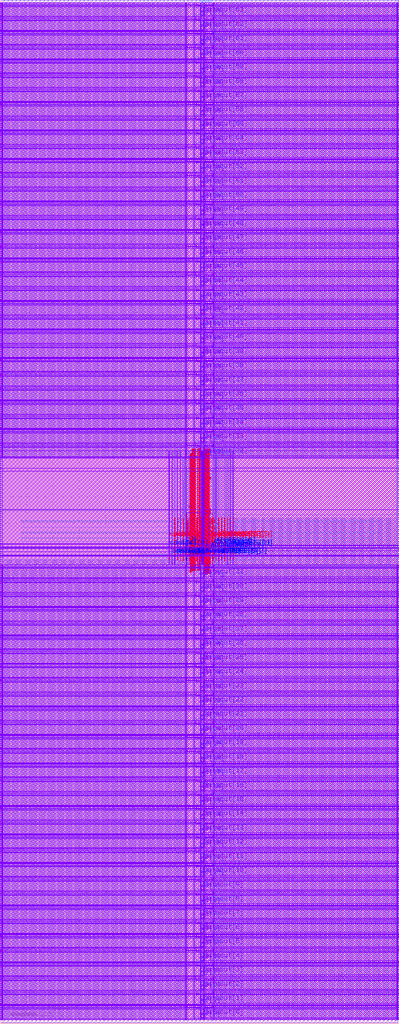
<source format=lef>
VERSION 5.8 ;
BUSBITCHARS "[]" ;
DIVIDERCHAR "/" ;

PROPERTYDEFINITIONS
  MACRO CatenaDesignType STRING ;
END PROPERTYDEFINITIONS

MACRO srambank_256x4x64_6t122
  CLASS BLOCK ;
  ORIGIN 0 0 ;
  FOREIGN srambank_256x4x64_6t122 0 0 ;
  SIZE 30.348 BY 77.76 ;
  SYMMETRY X Y ;
  SITE coreSite ;
  PIN VDD
    DIRECTION INOUT ;
    USE POWER ;
    PORT
      LAYER M4  ;
        RECT 0.1040 1.1720 30.2580 1.2200 ;
        RECT 0.1040 2.2520 30.2580 2.3000 ;
        RECT 0.1040 3.3320 30.2580 3.3800 ;
        RECT 0.1040 4.4120 30.2580 4.4600 ;
        RECT 0.1040 5.4920 30.2580 5.5400 ;
        RECT 0.1040 6.5720 30.2580 6.6200 ;
        RECT 0.1040 7.6520 30.2580 7.7000 ;
        RECT 0.1040 8.7320 30.2580 8.7800 ;
        RECT 0.1040 9.8120 30.2580 9.8600 ;
        RECT 0.1040 10.8920 30.2580 10.9400 ;
        RECT 0.1040 11.9720 30.2580 12.0200 ;
        RECT 0.1040 13.0520 30.2580 13.1000 ;
        RECT 0.1040 14.1320 30.2580 14.1800 ;
        RECT 0.1040 15.2120 30.2580 15.2600 ;
        RECT 0.1040 16.2920 30.2580 16.3400 ;
        RECT 0.1040 17.3720 30.2580 17.4200 ;
        RECT 0.1040 18.4520 30.2580 18.5000 ;
        RECT 0.1040 19.5320 30.2580 19.5800 ;
        RECT 0.1040 20.6120 30.2580 20.6600 ;
        RECT 0.1040 21.6920 30.2580 21.7400 ;
        RECT 0.1040 22.7720 30.2580 22.8200 ;
        RECT 0.1040 23.8520 30.2580 23.9000 ;
        RECT 0.1040 24.9320 30.2580 24.9800 ;
        RECT 0.1040 26.0120 30.2580 26.0600 ;
        RECT 0.1040 27.0920 30.2580 27.1400 ;
        RECT 0.1040 28.1720 30.2580 28.2200 ;
        RECT 0.1040 29.2520 30.2580 29.3000 ;
        RECT 0.1040 30.3320 30.2580 30.3800 ;
        RECT 0.1040 31.4120 30.2580 31.4600 ;
        RECT 0.1040 32.4920 30.2580 32.5400 ;
        RECT 0.1040 33.5720 30.2580 33.6200 ;
        RECT 0.1040 34.6520 30.2580 34.7000 ;
        RECT 0.1040 43.8590 30.2580 43.9070 ;
        RECT 0.1040 44.9390 30.2580 44.9870 ;
        RECT 0.1040 46.0190 30.2580 46.0670 ;
        RECT 0.1040 47.0990 30.2580 47.1470 ;
        RECT 0.1040 48.1790 30.2580 48.2270 ;
        RECT 0.1040 49.2590 30.2580 49.3070 ;
        RECT 0.1040 50.3390 30.2580 50.3870 ;
        RECT 0.1040 51.4190 30.2580 51.4670 ;
        RECT 0.1040 52.4990 30.2580 52.5470 ;
        RECT 0.1040 53.5790 30.2580 53.6270 ;
        RECT 0.1040 54.6590 30.2580 54.7070 ;
        RECT 0.1040 55.7390 30.2580 55.7870 ;
        RECT 0.1040 56.8190 30.2580 56.8670 ;
        RECT 0.1040 57.8990 30.2580 57.9470 ;
        RECT 0.1040 58.9790 30.2580 59.0270 ;
        RECT 0.1040 60.0590 30.2580 60.1070 ;
        RECT 0.1040 61.1390 30.2580 61.1870 ;
        RECT 0.1040 62.2190 30.2580 62.2670 ;
        RECT 0.1040 63.2990 30.2580 63.3470 ;
        RECT 0.1040 64.3790 30.2580 64.4270 ;
        RECT 0.1040 65.4590 30.2580 65.5070 ;
        RECT 0.1040 66.5390 30.2580 66.5870 ;
        RECT 0.1040 67.6190 30.2580 67.6670 ;
        RECT 0.1040 68.6990 30.2580 68.7470 ;
        RECT 0.1040 69.7790 30.2580 69.8270 ;
        RECT 0.1040 70.8590 30.2580 70.9070 ;
        RECT 0.1040 71.9390 30.2580 71.9870 ;
        RECT 0.1040 73.0190 30.2580 73.0670 ;
        RECT 0.1040 74.0990 30.2580 74.1470 ;
        RECT 0.1040 75.1790 30.2580 75.2270 ;
        RECT 0.1040 76.2590 30.2580 76.3070 ;
        RECT 0.1040 77.3390 30.2580 77.3870 ;
      LAYER M3  ;
        RECT 30.2180 0.2165 30.2360 1.3765 ;
        RECT 16.1960 0.2170 16.2140 1.3760 ;
        RECT 14.7920 0.2530 14.8820 1.3685 ;
        RECT 14.1440 0.2170 14.1620 1.3760 ;
        RECT 0.1220 0.2165 0.1400 1.3765 ;
        RECT 30.2180 1.2965 30.2360 2.4565 ;
        RECT 16.1960 1.2970 16.2140 2.4560 ;
        RECT 14.7920 1.3330 14.8820 2.4485 ;
        RECT 14.1440 1.2970 14.1620 2.4560 ;
        RECT 0.1220 1.2965 0.1400 2.4565 ;
        RECT 30.2180 2.3765 30.2360 3.5365 ;
        RECT 16.1960 2.3770 16.2140 3.5360 ;
        RECT 14.7920 2.4130 14.8820 3.5285 ;
        RECT 14.1440 2.3770 14.1620 3.5360 ;
        RECT 0.1220 2.3765 0.1400 3.5365 ;
        RECT 30.2180 3.4565 30.2360 4.6165 ;
        RECT 16.1960 3.4570 16.2140 4.6160 ;
        RECT 14.7920 3.4930 14.8820 4.6085 ;
        RECT 14.1440 3.4570 14.1620 4.6160 ;
        RECT 0.1220 3.4565 0.1400 4.6165 ;
        RECT 30.2180 4.5365 30.2360 5.6965 ;
        RECT 16.1960 4.5370 16.2140 5.6960 ;
        RECT 14.7920 4.5730 14.8820 5.6885 ;
        RECT 14.1440 4.5370 14.1620 5.6960 ;
        RECT 0.1220 4.5365 0.1400 5.6965 ;
        RECT 30.2180 5.6165 30.2360 6.7765 ;
        RECT 16.1960 5.6170 16.2140 6.7760 ;
        RECT 14.7920 5.6530 14.8820 6.7685 ;
        RECT 14.1440 5.6170 14.1620 6.7760 ;
        RECT 0.1220 5.6165 0.1400 6.7765 ;
        RECT 30.2180 6.6965 30.2360 7.8565 ;
        RECT 16.1960 6.6970 16.2140 7.8560 ;
        RECT 14.7920 6.7330 14.8820 7.8485 ;
        RECT 14.1440 6.6970 14.1620 7.8560 ;
        RECT 0.1220 6.6965 0.1400 7.8565 ;
        RECT 30.2180 7.7765 30.2360 8.9365 ;
        RECT 16.1960 7.7770 16.2140 8.9360 ;
        RECT 14.7920 7.8130 14.8820 8.9285 ;
        RECT 14.1440 7.7770 14.1620 8.9360 ;
        RECT 0.1220 7.7765 0.1400 8.9365 ;
        RECT 30.2180 8.8565 30.2360 10.0165 ;
        RECT 16.1960 8.8570 16.2140 10.0160 ;
        RECT 14.7920 8.8930 14.8820 10.0085 ;
        RECT 14.1440 8.8570 14.1620 10.0160 ;
        RECT 0.1220 8.8565 0.1400 10.0165 ;
        RECT 30.2180 9.9365 30.2360 11.0965 ;
        RECT 16.1960 9.9370 16.2140 11.0960 ;
        RECT 14.7920 9.9730 14.8820 11.0885 ;
        RECT 14.1440 9.9370 14.1620 11.0960 ;
        RECT 0.1220 9.9365 0.1400 11.0965 ;
        RECT 30.2180 11.0165 30.2360 12.1765 ;
        RECT 16.1960 11.0170 16.2140 12.1760 ;
        RECT 14.7920 11.0530 14.8820 12.1685 ;
        RECT 14.1440 11.0170 14.1620 12.1760 ;
        RECT 0.1220 11.0165 0.1400 12.1765 ;
        RECT 30.2180 12.0965 30.2360 13.2565 ;
        RECT 16.1960 12.0970 16.2140 13.2560 ;
        RECT 14.7920 12.1330 14.8820 13.2485 ;
        RECT 14.1440 12.0970 14.1620 13.2560 ;
        RECT 0.1220 12.0965 0.1400 13.2565 ;
        RECT 30.2180 13.1765 30.2360 14.3365 ;
        RECT 16.1960 13.1770 16.2140 14.3360 ;
        RECT 14.7920 13.2130 14.8820 14.3285 ;
        RECT 14.1440 13.1770 14.1620 14.3360 ;
        RECT 0.1220 13.1765 0.1400 14.3365 ;
        RECT 30.2180 14.2565 30.2360 15.4165 ;
        RECT 16.1960 14.2570 16.2140 15.4160 ;
        RECT 14.7920 14.2930 14.8820 15.4085 ;
        RECT 14.1440 14.2570 14.1620 15.4160 ;
        RECT 0.1220 14.2565 0.1400 15.4165 ;
        RECT 30.2180 15.3365 30.2360 16.4965 ;
        RECT 16.1960 15.3370 16.2140 16.4960 ;
        RECT 14.7920 15.3730 14.8820 16.4885 ;
        RECT 14.1440 15.3370 14.1620 16.4960 ;
        RECT 0.1220 15.3365 0.1400 16.4965 ;
        RECT 30.2180 16.4165 30.2360 17.5765 ;
        RECT 16.1960 16.4170 16.2140 17.5760 ;
        RECT 14.7920 16.4530 14.8820 17.5685 ;
        RECT 14.1440 16.4170 14.1620 17.5760 ;
        RECT 0.1220 16.4165 0.1400 17.5765 ;
        RECT 30.2180 17.4965 30.2360 18.6565 ;
        RECT 16.1960 17.4970 16.2140 18.6560 ;
        RECT 14.7920 17.5330 14.8820 18.6485 ;
        RECT 14.1440 17.4970 14.1620 18.6560 ;
        RECT 0.1220 17.4965 0.1400 18.6565 ;
        RECT 30.2180 18.5765 30.2360 19.7365 ;
        RECT 16.1960 18.5770 16.2140 19.7360 ;
        RECT 14.7920 18.6130 14.8820 19.7285 ;
        RECT 14.1440 18.5770 14.1620 19.7360 ;
        RECT 0.1220 18.5765 0.1400 19.7365 ;
        RECT 30.2180 19.6565 30.2360 20.8165 ;
        RECT 16.1960 19.6570 16.2140 20.8160 ;
        RECT 14.7920 19.6930 14.8820 20.8085 ;
        RECT 14.1440 19.6570 14.1620 20.8160 ;
        RECT 0.1220 19.6565 0.1400 20.8165 ;
        RECT 30.2180 20.7365 30.2360 21.8965 ;
        RECT 16.1960 20.7370 16.2140 21.8960 ;
        RECT 14.7920 20.7730 14.8820 21.8885 ;
        RECT 14.1440 20.7370 14.1620 21.8960 ;
        RECT 0.1220 20.7365 0.1400 21.8965 ;
        RECT 30.2180 21.8165 30.2360 22.9765 ;
        RECT 16.1960 21.8170 16.2140 22.9760 ;
        RECT 14.7920 21.8530 14.8820 22.9685 ;
        RECT 14.1440 21.8170 14.1620 22.9760 ;
        RECT 0.1220 21.8165 0.1400 22.9765 ;
        RECT 30.2180 22.8965 30.2360 24.0565 ;
        RECT 16.1960 22.8970 16.2140 24.0560 ;
        RECT 14.7920 22.9330 14.8820 24.0485 ;
        RECT 14.1440 22.8970 14.1620 24.0560 ;
        RECT 0.1220 22.8965 0.1400 24.0565 ;
        RECT 30.2180 23.9765 30.2360 25.1365 ;
        RECT 16.1960 23.9770 16.2140 25.1360 ;
        RECT 14.7920 24.0130 14.8820 25.1285 ;
        RECT 14.1440 23.9770 14.1620 25.1360 ;
        RECT 0.1220 23.9765 0.1400 25.1365 ;
        RECT 30.2180 25.0565 30.2360 26.2165 ;
        RECT 16.1960 25.0570 16.2140 26.2160 ;
        RECT 14.7920 25.0930 14.8820 26.2085 ;
        RECT 14.1440 25.0570 14.1620 26.2160 ;
        RECT 0.1220 25.0565 0.1400 26.2165 ;
        RECT 30.2180 26.1365 30.2360 27.2965 ;
        RECT 16.1960 26.1370 16.2140 27.2960 ;
        RECT 14.7920 26.1730 14.8820 27.2885 ;
        RECT 14.1440 26.1370 14.1620 27.2960 ;
        RECT 0.1220 26.1365 0.1400 27.2965 ;
        RECT 30.2180 27.2165 30.2360 28.3765 ;
        RECT 16.1960 27.2170 16.2140 28.3760 ;
        RECT 14.7920 27.2530 14.8820 28.3685 ;
        RECT 14.1440 27.2170 14.1620 28.3760 ;
        RECT 0.1220 27.2165 0.1400 28.3765 ;
        RECT 30.2180 28.2965 30.2360 29.4565 ;
        RECT 16.1960 28.2970 16.2140 29.4560 ;
        RECT 14.7920 28.3330 14.8820 29.4485 ;
        RECT 14.1440 28.2970 14.1620 29.4560 ;
        RECT 0.1220 28.2965 0.1400 29.4565 ;
        RECT 30.2180 29.3765 30.2360 30.5365 ;
        RECT 16.1960 29.3770 16.2140 30.5360 ;
        RECT 14.7920 29.4130 14.8820 30.5285 ;
        RECT 14.1440 29.3770 14.1620 30.5360 ;
        RECT 0.1220 29.3765 0.1400 30.5365 ;
        RECT 30.2180 30.4565 30.2360 31.6165 ;
        RECT 16.1960 30.4570 16.2140 31.6160 ;
        RECT 14.7920 30.4930 14.8820 31.6085 ;
        RECT 14.1440 30.4570 14.1620 31.6160 ;
        RECT 0.1220 30.4565 0.1400 31.6165 ;
        RECT 30.2180 31.5365 30.2360 32.6965 ;
        RECT 16.1960 31.5370 16.2140 32.6960 ;
        RECT 14.7920 31.5730 14.8820 32.6885 ;
        RECT 14.1440 31.5370 14.1620 32.6960 ;
        RECT 0.1220 31.5365 0.1400 32.6965 ;
        RECT 30.2180 32.6165 30.2360 33.7765 ;
        RECT 16.1960 32.6170 16.2140 33.7760 ;
        RECT 14.7920 32.6530 14.8820 33.7685 ;
        RECT 14.1440 32.6170 14.1620 33.7760 ;
        RECT 0.1220 32.6165 0.1400 33.7765 ;
        RECT 30.2180 33.6965 30.2360 34.8565 ;
        RECT 16.1960 33.6970 16.2140 34.8560 ;
        RECT 14.7920 33.7330 14.8820 34.8485 ;
        RECT 14.1440 33.6970 14.1620 34.8560 ;
        RECT 0.1220 33.6965 0.1400 34.8565 ;
        RECT 14.0490 38.6450 14.0670 44.7085 ;
        RECT 30.2180 42.9035 30.2360 44.0635 ;
        RECT 16.1960 42.9040 16.2140 44.0630 ;
        RECT 14.7920 42.9400 14.8820 44.0555 ;
        RECT 14.1440 42.9040 14.1620 44.0630 ;
        RECT 0.1220 42.9035 0.1400 44.0635 ;
        RECT 30.2180 43.9835 30.2360 45.1435 ;
        RECT 16.1960 43.9840 16.2140 45.1430 ;
        RECT 14.7920 44.0200 14.8820 45.1355 ;
        RECT 14.1440 43.9840 14.1620 45.1430 ;
        RECT 0.1220 43.9835 0.1400 45.1435 ;
        RECT 30.2180 45.0635 30.2360 46.2235 ;
        RECT 16.1960 45.0640 16.2140 46.2230 ;
        RECT 14.7920 45.1000 14.8820 46.2155 ;
        RECT 14.1440 45.0640 14.1620 46.2230 ;
        RECT 0.1220 45.0635 0.1400 46.2235 ;
        RECT 30.2180 46.1435 30.2360 47.3035 ;
        RECT 16.1960 46.1440 16.2140 47.3030 ;
        RECT 14.7920 46.1800 14.8820 47.2955 ;
        RECT 14.1440 46.1440 14.1620 47.3030 ;
        RECT 0.1220 46.1435 0.1400 47.3035 ;
        RECT 30.2180 47.2235 30.2360 48.3835 ;
        RECT 16.1960 47.2240 16.2140 48.3830 ;
        RECT 14.7920 47.2600 14.8820 48.3755 ;
        RECT 14.1440 47.2240 14.1620 48.3830 ;
        RECT 0.1220 47.2235 0.1400 48.3835 ;
        RECT 30.2180 48.3035 30.2360 49.4635 ;
        RECT 16.1960 48.3040 16.2140 49.4630 ;
        RECT 14.7920 48.3400 14.8820 49.4555 ;
        RECT 14.1440 48.3040 14.1620 49.4630 ;
        RECT 0.1220 48.3035 0.1400 49.4635 ;
        RECT 30.2180 49.3835 30.2360 50.5435 ;
        RECT 16.1960 49.3840 16.2140 50.5430 ;
        RECT 14.7920 49.4200 14.8820 50.5355 ;
        RECT 14.1440 49.3840 14.1620 50.5430 ;
        RECT 0.1220 49.3835 0.1400 50.5435 ;
        RECT 30.2180 50.4635 30.2360 51.6235 ;
        RECT 16.1960 50.4640 16.2140 51.6230 ;
        RECT 14.7920 50.5000 14.8820 51.6155 ;
        RECT 14.1440 50.4640 14.1620 51.6230 ;
        RECT 0.1220 50.4635 0.1400 51.6235 ;
        RECT 30.2180 51.5435 30.2360 52.7035 ;
        RECT 16.1960 51.5440 16.2140 52.7030 ;
        RECT 14.7920 51.5800 14.8820 52.6955 ;
        RECT 14.1440 51.5440 14.1620 52.7030 ;
        RECT 0.1220 51.5435 0.1400 52.7035 ;
        RECT 30.2180 52.6235 30.2360 53.7835 ;
        RECT 16.1960 52.6240 16.2140 53.7830 ;
        RECT 14.7920 52.6600 14.8820 53.7755 ;
        RECT 14.1440 52.6240 14.1620 53.7830 ;
        RECT 0.1220 52.6235 0.1400 53.7835 ;
        RECT 30.2180 53.7035 30.2360 54.8635 ;
        RECT 16.1960 53.7040 16.2140 54.8630 ;
        RECT 14.7920 53.7400 14.8820 54.8555 ;
        RECT 14.1440 53.7040 14.1620 54.8630 ;
        RECT 0.1220 53.7035 0.1400 54.8635 ;
        RECT 30.2180 54.7835 30.2360 55.9435 ;
        RECT 16.1960 54.7840 16.2140 55.9430 ;
        RECT 14.7920 54.8200 14.8820 55.9355 ;
        RECT 14.1440 54.7840 14.1620 55.9430 ;
        RECT 0.1220 54.7835 0.1400 55.9435 ;
        RECT 30.2180 55.8635 30.2360 57.0235 ;
        RECT 16.1960 55.8640 16.2140 57.0230 ;
        RECT 14.7920 55.9000 14.8820 57.0155 ;
        RECT 14.1440 55.8640 14.1620 57.0230 ;
        RECT 0.1220 55.8635 0.1400 57.0235 ;
        RECT 30.2180 56.9435 30.2360 58.1035 ;
        RECT 16.1960 56.9440 16.2140 58.1030 ;
        RECT 14.7920 56.9800 14.8820 58.0955 ;
        RECT 14.1440 56.9440 14.1620 58.1030 ;
        RECT 0.1220 56.9435 0.1400 58.1035 ;
        RECT 30.2180 58.0235 30.2360 59.1835 ;
        RECT 16.1960 58.0240 16.2140 59.1830 ;
        RECT 14.7920 58.0600 14.8820 59.1755 ;
        RECT 14.1440 58.0240 14.1620 59.1830 ;
        RECT 0.1220 58.0235 0.1400 59.1835 ;
        RECT 30.2180 59.1035 30.2360 60.2635 ;
        RECT 16.1960 59.1040 16.2140 60.2630 ;
        RECT 14.7920 59.1400 14.8820 60.2555 ;
        RECT 14.1440 59.1040 14.1620 60.2630 ;
        RECT 0.1220 59.1035 0.1400 60.2635 ;
        RECT 30.2180 60.1835 30.2360 61.3435 ;
        RECT 16.1960 60.1840 16.2140 61.3430 ;
        RECT 14.7920 60.2200 14.8820 61.3355 ;
        RECT 14.1440 60.1840 14.1620 61.3430 ;
        RECT 0.1220 60.1835 0.1400 61.3435 ;
        RECT 30.2180 61.2635 30.2360 62.4235 ;
        RECT 16.1960 61.2640 16.2140 62.4230 ;
        RECT 14.7920 61.3000 14.8820 62.4155 ;
        RECT 14.1440 61.2640 14.1620 62.4230 ;
        RECT 0.1220 61.2635 0.1400 62.4235 ;
        RECT 30.2180 62.3435 30.2360 63.5035 ;
        RECT 16.1960 62.3440 16.2140 63.5030 ;
        RECT 14.7920 62.3800 14.8820 63.4955 ;
        RECT 14.1440 62.3440 14.1620 63.5030 ;
        RECT 0.1220 62.3435 0.1400 63.5035 ;
        RECT 30.2180 63.4235 30.2360 64.5835 ;
        RECT 16.1960 63.4240 16.2140 64.5830 ;
        RECT 14.7920 63.4600 14.8820 64.5755 ;
        RECT 14.1440 63.4240 14.1620 64.5830 ;
        RECT 0.1220 63.4235 0.1400 64.5835 ;
        RECT 30.2180 64.5035 30.2360 65.6635 ;
        RECT 16.1960 64.5040 16.2140 65.6630 ;
        RECT 14.7920 64.5400 14.8820 65.6555 ;
        RECT 14.1440 64.5040 14.1620 65.6630 ;
        RECT 0.1220 64.5035 0.1400 65.6635 ;
        RECT 30.2180 65.5835 30.2360 66.7435 ;
        RECT 16.1960 65.5840 16.2140 66.7430 ;
        RECT 14.7920 65.6200 14.8820 66.7355 ;
        RECT 14.1440 65.5840 14.1620 66.7430 ;
        RECT 0.1220 65.5835 0.1400 66.7435 ;
        RECT 30.2180 66.6635 30.2360 67.8235 ;
        RECT 16.1960 66.6640 16.2140 67.8230 ;
        RECT 14.7920 66.7000 14.8820 67.8155 ;
        RECT 14.1440 66.6640 14.1620 67.8230 ;
        RECT 0.1220 66.6635 0.1400 67.8235 ;
        RECT 30.2180 67.7435 30.2360 68.9035 ;
        RECT 16.1960 67.7440 16.2140 68.9030 ;
        RECT 14.7920 67.7800 14.8820 68.8955 ;
        RECT 14.1440 67.7440 14.1620 68.9030 ;
        RECT 0.1220 67.7435 0.1400 68.9035 ;
        RECT 30.2180 68.8235 30.2360 69.9835 ;
        RECT 16.1960 68.8240 16.2140 69.9830 ;
        RECT 14.7920 68.8600 14.8820 69.9755 ;
        RECT 14.1440 68.8240 14.1620 69.9830 ;
        RECT 0.1220 68.8235 0.1400 69.9835 ;
        RECT 30.2180 69.9035 30.2360 71.0635 ;
        RECT 16.1960 69.9040 16.2140 71.0630 ;
        RECT 14.7920 69.9400 14.8820 71.0555 ;
        RECT 14.1440 69.9040 14.1620 71.0630 ;
        RECT 0.1220 69.9035 0.1400 71.0635 ;
        RECT 30.2180 70.9835 30.2360 72.1435 ;
        RECT 16.1960 70.9840 16.2140 72.1430 ;
        RECT 14.7920 71.0200 14.8820 72.1355 ;
        RECT 14.1440 70.9840 14.1620 72.1430 ;
        RECT 0.1220 70.9835 0.1400 72.1435 ;
        RECT 30.2180 72.0635 30.2360 73.2235 ;
        RECT 16.1960 72.0640 16.2140 73.2230 ;
        RECT 14.7920 72.1000 14.8820 73.2155 ;
        RECT 14.1440 72.0640 14.1620 73.2230 ;
        RECT 0.1220 72.0635 0.1400 73.2235 ;
        RECT 30.2180 73.1435 30.2360 74.3035 ;
        RECT 16.1960 73.1440 16.2140 74.3030 ;
        RECT 14.7920 73.1800 14.8820 74.2955 ;
        RECT 14.1440 73.1440 14.1620 74.3030 ;
        RECT 0.1220 73.1435 0.1400 74.3035 ;
        RECT 30.2180 74.2235 30.2360 75.3835 ;
        RECT 16.1960 74.2240 16.2140 75.3830 ;
        RECT 14.7920 74.2600 14.8820 75.3755 ;
        RECT 14.1440 74.2240 14.1620 75.3830 ;
        RECT 0.1220 74.2235 0.1400 75.3835 ;
        RECT 30.2180 75.3035 30.2360 76.4635 ;
        RECT 16.1960 75.3040 16.2140 76.4630 ;
        RECT 14.7920 75.3400 14.8820 76.4555 ;
        RECT 14.1440 75.3040 14.1620 76.4630 ;
        RECT 0.1220 75.3035 0.1400 76.4635 ;
        RECT 30.2180 76.3835 30.2360 77.5435 ;
        RECT 16.1960 76.3840 16.2140 77.5430 ;
        RECT 14.7920 76.4200 14.8820 77.5355 ;
        RECT 14.1440 76.3840 14.1620 77.5430 ;
        RECT 0.1220 76.3835 0.1400 77.5435 ;
      LAYER V3  ;
        RECT 0.1220 1.1720 0.1400 1.2200 ;
        RECT 14.1440 1.1720 14.1620 1.2200 ;
        RECT 14.7920 1.1720 14.8820 1.2200 ;
        RECT 16.1960 1.1720 16.2140 1.2200 ;
        RECT 30.2180 1.1720 30.2360 1.2200 ;
        RECT 0.1220 2.2520 0.1400 2.3000 ;
        RECT 14.1440 2.2520 14.1620 2.3000 ;
        RECT 14.7920 2.2520 14.8820 2.3000 ;
        RECT 16.1960 2.2520 16.2140 2.3000 ;
        RECT 30.2180 2.2520 30.2360 2.3000 ;
        RECT 0.1220 3.3320 0.1400 3.3800 ;
        RECT 14.1440 3.3320 14.1620 3.3800 ;
        RECT 14.7920 3.3320 14.8820 3.3800 ;
        RECT 16.1960 3.3320 16.2140 3.3800 ;
        RECT 30.2180 3.3320 30.2360 3.3800 ;
        RECT 0.1220 4.4120 0.1400 4.4600 ;
        RECT 14.1440 4.4120 14.1620 4.4600 ;
        RECT 14.7920 4.4120 14.8820 4.4600 ;
        RECT 16.1960 4.4120 16.2140 4.4600 ;
        RECT 30.2180 4.4120 30.2360 4.4600 ;
        RECT 0.1220 5.4920 0.1400 5.5400 ;
        RECT 14.1440 5.4920 14.1620 5.5400 ;
        RECT 14.7920 5.4920 14.8820 5.5400 ;
        RECT 16.1960 5.4920 16.2140 5.5400 ;
        RECT 30.2180 5.4920 30.2360 5.5400 ;
        RECT 0.1220 6.5720 0.1400 6.6200 ;
        RECT 14.1440 6.5720 14.1620 6.6200 ;
        RECT 14.7920 6.5720 14.8820 6.6200 ;
        RECT 16.1960 6.5720 16.2140 6.6200 ;
        RECT 30.2180 6.5720 30.2360 6.6200 ;
        RECT 0.1220 7.6520 0.1400 7.7000 ;
        RECT 14.1440 7.6520 14.1620 7.7000 ;
        RECT 14.7920 7.6520 14.8820 7.7000 ;
        RECT 16.1960 7.6520 16.2140 7.7000 ;
        RECT 30.2180 7.6520 30.2360 7.7000 ;
        RECT 0.1220 8.7320 0.1400 8.7800 ;
        RECT 14.1440 8.7320 14.1620 8.7800 ;
        RECT 14.7920 8.7320 14.8820 8.7800 ;
        RECT 16.1960 8.7320 16.2140 8.7800 ;
        RECT 30.2180 8.7320 30.2360 8.7800 ;
        RECT 0.1220 9.8120 0.1400 9.8600 ;
        RECT 14.1440 9.8120 14.1620 9.8600 ;
        RECT 14.7920 9.8120 14.8820 9.8600 ;
        RECT 16.1960 9.8120 16.2140 9.8600 ;
        RECT 30.2180 9.8120 30.2360 9.8600 ;
        RECT 0.1220 10.8920 0.1400 10.9400 ;
        RECT 14.1440 10.8920 14.1620 10.9400 ;
        RECT 14.7920 10.8920 14.8820 10.9400 ;
        RECT 16.1960 10.8920 16.2140 10.9400 ;
        RECT 30.2180 10.8920 30.2360 10.9400 ;
        RECT 0.1220 11.9720 0.1400 12.0200 ;
        RECT 14.1440 11.9720 14.1620 12.0200 ;
        RECT 14.7920 11.9720 14.8820 12.0200 ;
        RECT 16.1960 11.9720 16.2140 12.0200 ;
        RECT 30.2180 11.9720 30.2360 12.0200 ;
        RECT 0.1220 13.0520 0.1400 13.1000 ;
        RECT 14.1440 13.0520 14.1620 13.1000 ;
        RECT 14.7920 13.0520 14.8820 13.1000 ;
        RECT 16.1960 13.0520 16.2140 13.1000 ;
        RECT 30.2180 13.0520 30.2360 13.1000 ;
        RECT 0.1220 14.1320 0.1400 14.1800 ;
        RECT 14.1440 14.1320 14.1620 14.1800 ;
        RECT 14.7920 14.1320 14.8820 14.1800 ;
        RECT 16.1960 14.1320 16.2140 14.1800 ;
        RECT 30.2180 14.1320 30.2360 14.1800 ;
        RECT 0.1220 15.2120 0.1400 15.2600 ;
        RECT 14.1440 15.2120 14.1620 15.2600 ;
        RECT 14.7920 15.2120 14.8820 15.2600 ;
        RECT 16.1960 15.2120 16.2140 15.2600 ;
        RECT 30.2180 15.2120 30.2360 15.2600 ;
        RECT 0.1220 16.2920 0.1400 16.3400 ;
        RECT 14.1440 16.2920 14.1620 16.3400 ;
        RECT 14.7920 16.2920 14.8820 16.3400 ;
        RECT 16.1960 16.2920 16.2140 16.3400 ;
        RECT 30.2180 16.2920 30.2360 16.3400 ;
        RECT 0.1220 17.3720 0.1400 17.4200 ;
        RECT 14.1440 17.3720 14.1620 17.4200 ;
        RECT 14.7920 17.3720 14.8820 17.4200 ;
        RECT 16.1960 17.3720 16.2140 17.4200 ;
        RECT 30.2180 17.3720 30.2360 17.4200 ;
        RECT 0.1220 18.4520 0.1400 18.5000 ;
        RECT 14.1440 18.4520 14.1620 18.5000 ;
        RECT 14.7920 18.4520 14.8820 18.5000 ;
        RECT 16.1960 18.4520 16.2140 18.5000 ;
        RECT 30.2180 18.4520 30.2360 18.5000 ;
        RECT 0.1220 19.5320 0.1400 19.5800 ;
        RECT 14.1440 19.5320 14.1620 19.5800 ;
        RECT 14.7920 19.5320 14.8820 19.5800 ;
        RECT 16.1960 19.5320 16.2140 19.5800 ;
        RECT 30.2180 19.5320 30.2360 19.5800 ;
        RECT 0.1220 20.6120 0.1400 20.6600 ;
        RECT 14.1440 20.6120 14.1620 20.6600 ;
        RECT 14.7920 20.6120 14.8820 20.6600 ;
        RECT 16.1960 20.6120 16.2140 20.6600 ;
        RECT 30.2180 20.6120 30.2360 20.6600 ;
        RECT 0.1220 21.6920 0.1400 21.7400 ;
        RECT 14.1440 21.6920 14.1620 21.7400 ;
        RECT 14.7920 21.6920 14.8820 21.7400 ;
        RECT 16.1960 21.6920 16.2140 21.7400 ;
        RECT 30.2180 21.6920 30.2360 21.7400 ;
        RECT 0.1220 22.7720 0.1400 22.8200 ;
        RECT 14.1440 22.7720 14.1620 22.8200 ;
        RECT 14.7920 22.7720 14.8820 22.8200 ;
        RECT 16.1960 22.7720 16.2140 22.8200 ;
        RECT 30.2180 22.7720 30.2360 22.8200 ;
        RECT 0.1220 23.8520 0.1400 23.9000 ;
        RECT 14.1440 23.8520 14.1620 23.9000 ;
        RECT 14.7920 23.8520 14.8820 23.9000 ;
        RECT 16.1960 23.8520 16.2140 23.9000 ;
        RECT 30.2180 23.8520 30.2360 23.9000 ;
        RECT 0.1220 24.9320 0.1400 24.9800 ;
        RECT 14.1440 24.9320 14.1620 24.9800 ;
        RECT 14.7920 24.9320 14.8820 24.9800 ;
        RECT 16.1960 24.9320 16.2140 24.9800 ;
        RECT 30.2180 24.9320 30.2360 24.9800 ;
        RECT 0.1220 26.0120 0.1400 26.0600 ;
        RECT 14.1440 26.0120 14.1620 26.0600 ;
        RECT 14.7920 26.0120 14.8820 26.0600 ;
        RECT 16.1960 26.0120 16.2140 26.0600 ;
        RECT 30.2180 26.0120 30.2360 26.0600 ;
        RECT 0.1220 27.0920 0.1400 27.1400 ;
        RECT 14.1440 27.0920 14.1620 27.1400 ;
        RECT 14.7920 27.0920 14.8820 27.1400 ;
        RECT 16.1960 27.0920 16.2140 27.1400 ;
        RECT 30.2180 27.0920 30.2360 27.1400 ;
        RECT 0.1220 28.1720 0.1400 28.2200 ;
        RECT 14.1440 28.1720 14.1620 28.2200 ;
        RECT 14.7920 28.1720 14.8820 28.2200 ;
        RECT 16.1960 28.1720 16.2140 28.2200 ;
        RECT 30.2180 28.1720 30.2360 28.2200 ;
        RECT 0.1220 29.2520 0.1400 29.3000 ;
        RECT 14.1440 29.2520 14.1620 29.3000 ;
        RECT 14.7920 29.2520 14.8820 29.3000 ;
        RECT 16.1960 29.2520 16.2140 29.3000 ;
        RECT 30.2180 29.2520 30.2360 29.3000 ;
        RECT 0.1220 30.3320 0.1400 30.3800 ;
        RECT 14.1440 30.3320 14.1620 30.3800 ;
        RECT 14.7920 30.3320 14.8820 30.3800 ;
        RECT 16.1960 30.3320 16.2140 30.3800 ;
        RECT 30.2180 30.3320 30.2360 30.3800 ;
        RECT 0.1220 31.4120 0.1400 31.4600 ;
        RECT 14.1440 31.4120 14.1620 31.4600 ;
        RECT 14.7920 31.4120 14.8820 31.4600 ;
        RECT 16.1960 31.4120 16.2140 31.4600 ;
        RECT 30.2180 31.4120 30.2360 31.4600 ;
        RECT 0.1220 32.4920 0.1400 32.5400 ;
        RECT 14.1440 32.4920 14.1620 32.5400 ;
        RECT 14.7920 32.4920 14.8820 32.5400 ;
        RECT 16.1960 32.4920 16.2140 32.5400 ;
        RECT 30.2180 32.4920 30.2360 32.5400 ;
        RECT 0.1220 33.5720 0.1400 33.6200 ;
        RECT 14.1440 33.5720 14.1620 33.6200 ;
        RECT 14.7920 33.5720 14.8820 33.6200 ;
        RECT 16.1960 33.5720 16.2140 33.6200 ;
        RECT 30.2180 33.5720 30.2360 33.6200 ;
        RECT 0.1220 34.6520 0.1400 34.7000 ;
        RECT 14.1440 34.6520 14.1620 34.7000 ;
        RECT 14.7920 34.6520 14.8820 34.7000 ;
        RECT 16.1960 34.6520 16.2140 34.7000 ;
        RECT 30.2180 34.6520 30.2360 34.7000 ;
        RECT 0.1220 43.8590 0.1400 43.9070 ;
        RECT 14.1440 43.8590 14.1620 43.9070 ;
        RECT 14.7920 43.8590 14.8820 43.9070 ;
        RECT 16.1960 43.8590 16.2140 43.9070 ;
        RECT 30.2180 43.8590 30.2360 43.9070 ;
        RECT 0.1220 44.9390 0.1400 44.9870 ;
        RECT 14.1440 44.9390 14.1620 44.9870 ;
        RECT 14.7920 44.9390 14.8820 44.9870 ;
        RECT 16.1960 44.9390 16.2140 44.9870 ;
        RECT 30.2180 44.9390 30.2360 44.9870 ;
        RECT 0.1220 46.0190 0.1400 46.0670 ;
        RECT 14.1440 46.0190 14.1620 46.0670 ;
        RECT 14.7920 46.0190 14.8820 46.0670 ;
        RECT 16.1960 46.0190 16.2140 46.0670 ;
        RECT 30.2180 46.0190 30.2360 46.0670 ;
        RECT 0.1220 47.0990 0.1400 47.1470 ;
        RECT 14.1440 47.0990 14.1620 47.1470 ;
        RECT 14.7920 47.0990 14.8820 47.1470 ;
        RECT 16.1960 47.0990 16.2140 47.1470 ;
        RECT 30.2180 47.0990 30.2360 47.1470 ;
        RECT 0.1220 48.1790 0.1400 48.2270 ;
        RECT 14.1440 48.1790 14.1620 48.2270 ;
        RECT 14.7920 48.1790 14.8820 48.2270 ;
        RECT 16.1960 48.1790 16.2140 48.2270 ;
        RECT 30.2180 48.1790 30.2360 48.2270 ;
        RECT 0.1220 49.2590 0.1400 49.3070 ;
        RECT 14.1440 49.2590 14.1620 49.3070 ;
        RECT 14.7920 49.2590 14.8820 49.3070 ;
        RECT 16.1960 49.2590 16.2140 49.3070 ;
        RECT 30.2180 49.2590 30.2360 49.3070 ;
        RECT 0.1220 50.3390 0.1400 50.3870 ;
        RECT 14.1440 50.3390 14.1620 50.3870 ;
        RECT 14.7920 50.3390 14.8820 50.3870 ;
        RECT 16.1960 50.3390 16.2140 50.3870 ;
        RECT 30.2180 50.3390 30.2360 50.3870 ;
        RECT 0.1220 51.4190 0.1400 51.4670 ;
        RECT 14.1440 51.4190 14.1620 51.4670 ;
        RECT 14.7920 51.4190 14.8820 51.4670 ;
        RECT 16.1960 51.4190 16.2140 51.4670 ;
        RECT 30.2180 51.4190 30.2360 51.4670 ;
        RECT 0.1220 52.4990 0.1400 52.5470 ;
        RECT 14.1440 52.4990 14.1620 52.5470 ;
        RECT 14.7920 52.4990 14.8820 52.5470 ;
        RECT 16.1960 52.4990 16.2140 52.5470 ;
        RECT 30.2180 52.4990 30.2360 52.5470 ;
        RECT 0.1220 53.5790 0.1400 53.6270 ;
        RECT 14.1440 53.5790 14.1620 53.6270 ;
        RECT 14.7920 53.5790 14.8820 53.6270 ;
        RECT 16.1960 53.5790 16.2140 53.6270 ;
        RECT 30.2180 53.5790 30.2360 53.6270 ;
        RECT 0.1220 54.6590 0.1400 54.7070 ;
        RECT 14.1440 54.6590 14.1620 54.7070 ;
        RECT 14.7920 54.6590 14.8820 54.7070 ;
        RECT 16.1960 54.6590 16.2140 54.7070 ;
        RECT 30.2180 54.6590 30.2360 54.7070 ;
        RECT 0.1220 55.7390 0.1400 55.7870 ;
        RECT 14.1440 55.7390 14.1620 55.7870 ;
        RECT 14.7920 55.7390 14.8820 55.7870 ;
        RECT 16.1960 55.7390 16.2140 55.7870 ;
        RECT 30.2180 55.7390 30.2360 55.7870 ;
        RECT 0.1220 56.8190 0.1400 56.8670 ;
        RECT 14.1440 56.8190 14.1620 56.8670 ;
        RECT 14.7920 56.8190 14.8820 56.8670 ;
        RECT 16.1960 56.8190 16.2140 56.8670 ;
        RECT 30.2180 56.8190 30.2360 56.8670 ;
        RECT 0.1220 57.8990 0.1400 57.9470 ;
        RECT 14.1440 57.8990 14.1620 57.9470 ;
        RECT 14.7920 57.8990 14.8820 57.9470 ;
        RECT 16.1960 57.8990 16.2140 57.9470 ;
        RECT 30.2180 57.8990 30.2360 57.9470 ;
        RECT 0.1220 58.9790 0.1400 59.0270 ;
        RECT 14.1440 58.9790 14.1620 59.0270 ;
        RECT 14.7920 58.9790 14.8820 59.0270 ;
        RECT 16.1960 58.9790 16.2140 59.0270 ;
        RECT 30.2180 58.9790 30.2360 59.0270 ;
        RECT 0.1220 60.0590 0.1400 60.1070 ;
        RECT 14.1440 60.0590 14.1620 60.1070 ;
        RECT 14.7920 60.0590 14.8820 60.1070 ;
        RECT 16.1960 60.0590 16.2140 60.1070 ;
        RECT 30.2180 60.0590 30.2360 60.1070 ;
        RECT 0.1220 61.1390 0.1400 61.1870 ;
        RECT 14.1440 61.1390 14.1620 61.1870 ;
        RECT 14.7920 61.1390 14.8820 61.1870 ;
        RECT 16.1960 61.1390 16.2140 61.1870 ;
        RECT 30.2180 61.1390 30.2360 61.1870 ;
        RECT 0.1220 62.2190 0.1400 62.2670 ;
        RECT 14.1440 62.2190 14.1620 62.2670 ;
        RECT 14.7920 62.2190 14.8820 62.2670 ;
        RECT 16.1960 62.2190 16.2140 62.2670 ;
        RECT 30.2180 62.2190 30.2360 62.2670 ;
        RECT 0.1220 63.2990 0.1400 63.3470 ;
        RECT 14.1440 63.2990 14.1620 63.3470 ;
        RECT 14.7920 63.2990 14.8820 63.3470 ;
        RECT 16.1960 63.2990 16.2140 63.3470 ;
        RECT 30.2180 63.2990 30.2360 63.3470 ;
        RECT 0.1220 64.3790 0.1400 64.4270 ;
        RECT 14.1440 64.3790 14.1620 64.4270 ;
        RECT 14.7920 64.3790 14.8820 64.4270 ;
        RECT 16.1960 64.3790 16.2140 64.4270 ;
        RECT 30.2180 64.3790 30.2360 64.4270 ;
        RECT 0.1220 65.4590 0.1400 65.5070 ;
        RECT 14.1440 65.4590 14.1620 65.5070 ;
        RECT 14.7920 65.4590 14.8820 65.5070 ;
        RECT 16.1960 65.4590 16.2140 65.5070 ;
        RECT 30.2180 65.4590 30.2360 65.5070 ;
        RECT 0.1220 66.5390 0.1400 66.5870 ;
        RECT 14.1440 66.5390 14.1620 66.5870 ;
        RECT 14.7920 66.5390 14.8820 66.5870 ;
        RECT 16.1960 66.5390 16.2140 66.5870 ;
        RECT 30.2180 66.5390 30.2360 66.5870 ;
        RECT 0.1220 67.6190 0.1400 67.6670 ;
        RECT 14.1440 67.6190 14.1620 67.6670 ;
        RECT 14.7920 67.6190 14.8820 67.6670 ;
        RECT 16.1960 67.6190 16.2140 67.6670 ;
        RECT 30.2180 67.6190 30.2360 67.6670 ;
        RECT 0.1220 68.6990 0.1400 68.7470 ;
        RECT 14.1440 68.6990 14.1620 68.7470 ;
        RECT 14.7920 68.6990 14.8820 68.7470 ;
        RECT 16.1960 68.6990 16.2140 68.7470 ;
        RECT 30.2180 68.6990 30.2360 68.7470 ;
        RECT 0.1220 69.7790 0.1400 69.8270 ;
        RECT 14.1440 69.7790 14.1620 69.8270 ;
        RECT 14.7920 69.7790 14.8820 69.8270 ;
        RECT 16.1960 69.7790 16.2140 69.8270 ;
        RECT 30.2180 69.7790 30.2360 69.8270 ;
        RECT 0.1220 70.8590 0.1400 70.9070 ;
        RECT 14.1440 70.8590 14.1620 70.9070 ;
        RECT 14.7920 70.8590 14.8820 70.9070 ;
        RECT 16.1960 70.8590 16.2140 70.9070 ;
        RECT 30.2180 70.8590 30.2360 70.9070 ;
        RECT 0.1220 71.9390 0.1400 71.9870 ;
        RECT 14.1440 71.9390 14.1620 71.9870 ;
        RECT 14.7920 71.9390 14.8820 71.9870 ;
        RECT 16.1960 71.9390 16.2140 71.9870 ;
        RECT 30.2180 71.9390 30.2360 71.9870 ;
        RECT 0.1220 73.0190 0.1400 73.0670 ;
        RECT 14.1440 73.0190 14.1620 73.0670 ;
        RECT 14.7920 73.0190 14.8820 73.0670 ;
        RECT 16.1960 73.0190 16.2140 73.0670 ;
        RECT 30.2180 73.0190 30.2360 73.0670 ;
        RECT 0.1220 74.0990 0.1400 74.1470 ;
        RECT 14.1440 74.0990 14.1620 74.1470 ;
        RECT 14.7920 74.0990 14.8820 74.1470 ;
        RECT 16.1960 74.0990 16.2140 74.1470 ;
        RECT 30.2180 74.0990 30.2360 74.1470 ;
        RECT 0.1220 75.1790 0.1400 75.2270 ;
        RECT 14.1440 75.1790 14.1620 75.2270 ;
        RECT 14.7920 75.1790 14.8820 75.2270 ;
        RECT 16.1960 75.1790 16.2140 75.2270 ;
        RECT 30.2180 75.1790 30.2360 75.2270 ;
        RECT 0.1220 76.2590 0.1400 76.3070 ;
        RECT 14.1440 76.2590 14.1620 76.3070 ;
        RECT 14.7920 76.2590 14.8820 76.3070 ;
        RECT 16.1960 76.2590 16.2140 76.3070 ;
        RECT 30.2180 76.2590 30.2360 76.3070 ;
        RECT 0.1220 77.3390 0.1400 77.3870 ;
        RECT 14.1440 77.3390 14.1620 77.3870 ;
        RECT 14.7920 77.3390 14.8820 77.3870 ;
        RECT 16.1960 77.3390 16.2140 77.3870 ;
        RECT 30.2180 77.3390 30.2360 77.3870 ;
    END
  END VDD
  PIN VSS
    DIRECTION INOUT ;
    USE POWER ;
    PORT
      LAYER M4  ;
        RECT 0.1040 1.0760 30.2580 1.1240 ;
        RECT 0.1040 2.1560 30.2580 2.2040 ;
        RECT 0.1040 3.2360 30.2580 3.2840 ;
        RECT 0.1040 4.3160 30.2580 4.3640 ;
        RECT 0.1040 5.3960 30.2580 5.4440 ;
        RECT 0.1040 6.4760 30.2580 6.5240 ;
        RECT 0.1040 7.5560 30.2580 7.6040 ;
        RECT 0.1040 8.6360 30.2580 8.6840 ;
        RECT 0.1040 9.7160 30.2580 9.7640 ;
        RECT 0.1040 10.7960 30.2580 10.8440 ;
        RECT 0.1040 11.8760 30.2580 11.9240 ;
        RECT 0.1040 12.9560 30.2580 13.0040 ;
        RECT 0.1040 14.0360 30.2580 14.0840 ;
        RECT 0.1040 15.1160 30.2580 15.1640 ;
        RECT 0.1040 16.1960 30.2580 16.2440 ;
        RECT 0.1040 17.2760 30.2580 17.3240 ;
        RECT 0.1040 18.3560 30.2580 18.4040 ;
        RECT 0.1040 19.4360 30.2580 19.4840 ;
        RECT 0.1040 20.5160 30.2580 20.5640 ;
        RECT 0.1040 21.5960 30.2580 21.6440 ;
        RECT 0.1040 22.6760 30.2580 22.7240 ;
        RECT 0.1040 23.7560 30.2580 23.8040 ;
        RECT 0.1040 24.8360 30.2580 24.8840 ;
        RECT 0.1040 25.9160 30.2580 25.9640 ;
        RECT 0.1040 26.9960 30.2580 27.0440 ;
        RECT 0.1040 28.0760 30.2580 28.1240 ;
        RECT 0.1040 29.1560 30.2580 29.2040 ;
        RECT 0.1040 30.2360 30.2580 30.2840 ;
        RECT 0.1040 31.3160 30.2580 31.3640 ;
        RECT 0.1040 32.3960 30.2580 32.4440 ;
        RECT 0.1040 33.4760 30.2580 33.5240 ;
        RECT 0.1040 34.5560 30.2580 34.6040 ;
        RECT 10.4760 35.6215 19.8720 35.8375 ;
        RECT 14.3100 38.7895 16.0380 39.0055 ;
        RECT 14.3100 41.9575 16.0380 42.1735 ;
        RECT 0.1040 43.7630 30.2580 43.8110 ;
        RECT 0.1040 44.8430 30.2580 44.8910 ;
        RECT 0.1040 45.9230 30.2580 45.9710 ;
        RECT 0.1040 47.0030 30.2580 47.0510 ;
        RECT 0.1040 48.0830 30.2580 48.1310 ;
        RECT 0.1040 49.1630 30.2580 49.2110 ;
        RECT 0.1040 50.2430 30.2580 50.2910 ;
        RECT 0.1040 51.3230 30.2580 51.3710 ;
        RECT 0.1040 52.4030 30.2580 52.4510 ;
        RECT 0.1040 53.4830 30.2580 53.5310 ;
        RECT 0.1040 54.5630 30.2580 54.6110 ;
        RECT 0.1040 55.6430 30.2580 55.6910 ;
        RECT 0.1040 56.7230 30.2580 56.7710 ;
        RECT 0.1040 57.8030 30.2580 57.8510 ;
        RECT 0.1040 58.8830 30.2580 58.9310 ;
        RECT 0.1040 59.9630 30.2580 60.0110 ;
        RECT 0.1040 61.0430 30.2580 61.0910 ;
        RECT 0.1040 62.1230 30.2580 62.1710 ;
        RECT 0.1040 63.2030 30.2580 63.2510 ;
        RECT 0.1040 64.2830 30.2580 64.3310 ;
        RECT 0.1040 65.3630 30.2580 65.4110 ;
        RECT 0.1040 66.4430 30.2580 66.4910 ;
        RECT 0.1040 67.5230 30.2580 67.5710 ;
        RECT 0.1040 68.6030 30.2580 68.6510 ;
        RECT 0.1040 69.6830 30.2580 69.7310 ;
        RECT 0.1040 70.7630 30.2580 70.8110 ;
        RECT 0.1040 71.8430 30.2580 71.8910 ;
        RECT 0.1040 72.9230 30.2580 72.9710 ;
        RECT 0.1040 74.0030 30.2580 74.0510 ;
        RECT 0.1040 75.0830 30.2580 75.1310 ;
        RECT 0.1040 76.1630 30.2580 76.2110 ;
        RECT 0.1040 77.2430 30.2580 77.2910 ;
      LAYER M3  ;
        RECT 30.1820 0.2165 30.2000 1.3765 ;
        RECT 16.2500 0.2165 16.2680 1.3765 ;
        RECT 15.4850 0.2530 15.5210 1.3675 ;
        RECT 15.2600 0.2530 15.2870 1.3675 ;
        RECT 14.0900 0.2165 14.1080 1.3765 ;
        RECT 0.1580 0.2165 0.1760 1.3765 ;
        RECT 30.1820 1.2965 30.2000 2.4565 ;
        RECT 16.2500 1.2965 16.2680 2.4565 ;
        RECT 15.4850 1.3330 15.5210 2.4475 ;
        RECT 15.2600 1.3330 15.2870 2.4475 ;
        RECT 14.0900 1.2965 14.1080 2.4565 ;
        RECT 0.1580 1.2965 0.1760 2.4565 ;
        RECT 30.1820 2.3765 30.2000 3.5365 ;
        RECT 16.2500 2.3765 16.2680 3.5365 ;
        RECT 15.4850 2.4130 15.5210 3.5275 ;
        RECT 15.2600 2.4130 15.2870 3.5275 ;
        RECT 14.0900 2.3765 14.1080 3.5365 ;
        RECT 0.1580 2.3765 0.1760 3.5365 ;
        RECT 30.1820 3.4565 30.2000 4.6165 ;
        RECT 16.2500 3.4565 16.2680 4.6165 ;
        RECT 15.4850 3.4930 15.5210 4.6075 ;
        RECT 15.2600 3.4930 15.2870 4.6075 ;
        RECT 14.0900 3.4565 14.1080 4.6165 ;
        RECT 0.1580 3.4565 0.1760 4.6165 ;
        RECT 30.1820 4.5365 30.2000 5.6965 ;
        RECT 16.2500 4.5365 16.2680 5.6965 ;
        RECT 15.4850 4.5730 15.5210 5.6875 ;
        RECT 15.2600 4.5730 15.2870 5.6875 ;
        RECT 14.0900 4.5365 14.1080 5.6965 ;
        RECT 0.1580 4.5365 0.1760 5.6965 ;
        RECT 30.1820 5.6165 30.2000 6.7765 ;
        RECT 16.2500 5.6165 16.2680 6.7765 ;
        RECT 15.4850 5.6530 15.5210 6.7675 ;
        RECT 15.2600 5.6530 15.2870 6.7675 ;
        RECT 14.0900 5.6165 14.1080 6.7765 ;
        RECT 0.1580 5.6165 0.1760 6.7765 ;
        RECT 30.1820 6.6965 30.2000 7.8565 ;
        RECT 16.2500 6.6965 16.2680 7.8565 ;
        RECT 15.4850 6.7330 15.5210 7.8475 ;
        RECT 15.2600 6.7330 15.2870 7.8475 ;
        RECT 14.0900 6.6965 14.1080 7.8565 ;
        RECT 0.1580 6.6965 0.1760 7.8565 ;
        RECT 30.1820 7.7765 30.2000 8.9365 ;
        RECT 16.2500 7.7765 16.2680 8.9365 ;
        RECT 15.4850 7.8130 15.5210 8.9275 ;
        RECT 15.2600 7.8130 15.2870 8.9275 ;
        RECT 14.0900 7.7765 14.1080 8.9365 ;
        RECT 0.1580 7.7765 0.1760 8.9365 ;
        RECT 30.1820 8.8565 30.2000 10.0165 ;
        RECT 16.2500 8.8565 16.2680 10.0165 ;
        RECT 15.4850 8.8930 15.5210 10.0075 ;
        RECT 15.2600 8.8930 15.2870 10.0075 ;
        RECT 14.0900 8.8565 14.1080 10.0165 ;
        RECT 0.1580 8.8565 0.1760 10.0165 ;
        RECT 30.1820 9.9365 30.2000 11.0965 ;
        RECT 16.2500 9.9365 16.2680 11.0965 ;
        RECT 15.4850 9.9730 15.5210 11.0875 ;
        RECT 15.2600 9.9730 15.2870 11.0875 ;
        RECT 14.0900 9.9365 14.1080 11.0965 ;
        RECT 0.1580 9.9365 0.1760 11.0965 ;
        RECT 30.1820 11.0165 30.2000 12.1765 ;
        RECT 16.2500 11.0165 16.2680 12.1765 ;
        RECT 15.4850 11.0530 15.5210 12.1675 ;
        RECT 15.2600 11.0530 15.2870 12.1675 ;
        RECT 14.0900 11.0165 14.1080 12.1765 ;
        RECT 0.1580 11.0165 0.1760 12.1765 ;
        RECT 30.1820 12.0965 30.2000 13.2565 ;
        RECT 16.2500 12.0965 16.2680 13.2565 ;
        RECT 15.4850 12.1330 15.5210 13.2475 ;
        RECT 15.2600 12.1330 15.2870 13.2475 ;
        RECT 14.0900 12.0965 14.1080 13.2565 ;
        RECT 0.1580 12.0965 0.1760 13.2565 ;
        RECT 30.1820 13.1765 30.2000 14.3365 ;
        RECT 16.2500 13.1765 16.2680 14.3365 ;
        RECT 15.4850 13.2130 15.5210 14.3275 ;
        RECT 15.2600 13.2130 15.2870 14.3275 ;
        RECT 14.0900 13.1765 14.1080 14.3365 ;
        RECT 0.1580 13.1765 0.1760 14.3365 ;
        RECT 30.1820 14.2565 30.2000 15.4165 ;
        RECT 16.2500 14.2565 16.2680 15.4165 ;
        RECT 15.4850 14.2930 15.5210 15.4075 ;
        RECT 15.2600 14.2930 15.2870 15.4075 ;
        RECT 14.0900 14.2565 14.1080 15.4165 ;
        RECT 0.1580 14.2565 0.1760 15.4165 ;
        RECT 30.1820 15.3365 30.2000 16.4965 ;
        RECT 16.2500 15.3365 16.2680 16.4965 ;
        RECT 15.4850 15.3730 15.5210 16.4875 ;
        RECT 15.2600 15.3730 15.2870 16.4875 ;
        RECT 14.0900 15.3365 14.1080 16.4965 ;
        RECT 0.1580 15.3365 0.1760 16.4965 ;
        RECT 30.1820 16.4165 30.2000 17.5765 ;
        RECT 16.2500 16.4165 16.2680 17.5765 ;
        RECT 15.4850 16.4530 15.5210 17.5675 ;
        RECT 15.2600 16.4530 15.2870 17.5675 ;
        RECT 14.0900 16.4165 14.1080 17.5765 ;
        RECT 0.1580 16.4165 0.1760 17.5765 ;
        RECT 30.1820 17.4965 30.2000 18.6565 ;
        RECT 16.2500 17.4965 16.2680 18.6565 ;
        RECT 15.4850 17.5330 15.5210 18.6475 ;
        RECT 15.2600 17.5330 15.2870 18.6475 ;
        RECT 14.0900 17.4965 14.1080 18.6565 ;
        RECT 0.1580 17.4965 0.1760 18.6565 ;
        RECT 30.1820 18.5765 30.2000 19.7365 ;
        RECT 16.2500 18.5765 16.2680 19.7365 ;
        RECT 15.4850 18.6130 15.5210 19.7275 ;
        RECT 15.2600 18.6130 15.2870 19.7275 ;
        RECT 14.0900 18.5765 14.1080 19.7365 ;
        RECT 0.1580 18.5765 0.1760 19.7365 ;
        RECT 30.1820 19.6565 30.2000 20.8165 ;
        RECT 16.2500 19.6565 16.2680 20.8165 ;
        RECT 15.4850 19.6930 15.5210 20.8075 ;
        RECT 15.2600 19.6930 15.2870 20.8075 ;
        RECT 14.0900 19.6565 14.1080 20.8165 ;
        RECT 0.1580 19.6565 0.1760 20.8165 ;
        RECT 30.1820 20.7365 30.2000 21.8965 ;
        RECT 16.2500 20.7365 16.2680 21.8965 ;
        RECT 15.4850 20.7730 15.5210 21.8875 ;
        RECT 15.2600 20.7730 15.2870 21.8875 ;
        RECT 14.0900 20.7365 14.1080 21.8965 ;
        RECT 0.1580 20.7365 0.1760 21.8965 ;
        RECT 30.1820 21.8165 30.2000 22.9765 ;
        RECT 16.2500 21.8165 16.2680 22.9765 ;
        RECT 15.4850 21.8530 15.5210 22.9675 ;
        RECT 15.2600 21.8530 15.2870 22.9675 ;
        RECT 14.0900 21.8165 14.1080 22.9765 ;
        RECT 0.1580 21.8165 0.1760 22.9765 ;
        RECT 30.1820 22.8965 30.2000 24.0565 ;
        RECT 16.2500 22.8965 16.2680 24.0565 ;
        RECT 15.4850 22.9330 15.5210 24.0475 ;
        RECT 15.2600 22.9330 15.2870 24.0475 ;
        RECT 14.0900 22.8965 14.1080 24.0565 ;
        RECT 0.1580 22.8965 0.1760 24.0565 ;
        RECT 30.1820 23.9765 30.2000 25.1365 ;
        RECT 16.2500 23.9765 16.2680 25.1365 ;
        RECT 15.4850 24.0130 15.5210 25.1275 ;
        RECT 15.2600 24.0130 15.2870 25.1275 ;
        RECT 14.0900 23.9765 14.1080 25.1365 ;
        RECT 0.1580 23.9765 0.1760 25.1365 ;
        RECT 30.1820 25.0565 30.2000 26.2165 ;
        RECT 16.2500 25.0565 16.2680 26.2165 ;
        RECT 15.4850 25.0930 15.5210 26.2075 ;
        RECT 15.2600 25.0930 15.2870 26.2075 ;
        RECT 14.0900 25.0565 14.1080 26.2165 ;
        RECT 0.1580 25.0565 0.1760 26.2165 ;
        RECT 30.1820 26.1365 30.2000 27.2965 ;
        RECT 16.2500 26.1365 16.2680 27.2965 ;
        RECT 15.4850 26.1730 15.5210 27.2875 ;
        RECT 15.2600 26.1730 15.2870 27.2875 ;
        RECT 14.0900 26.1365 14.1080 27.2965 ;
        RECT 0.1580 26.1365 0.1760 27.2965 ;
        RECT 30.1820 27.2165 30.2000 28.3765 ;
        RECT 16.2500 27.2165 16.2680 28.3765 ;
        RECT 15.4850 27.2530 15.5210 28.3675 ;
        RECT 15.2600 27.2530 15.2870 28.3675 ;
        RECT 14.0900 27.2165 14.1080 28.3765 ;
        RECT 0.1580 27.2165 0.1760 28.3765 ;
        RECT 30.1820 28.2965 30.2000 29.4565 ;
        RECT 16.2500 28.2965 16.2680 29.4565 ;
        RECT 15.4850 28.3330 15.5210 29.4475 ;
        RECT 15.2600 28.3330 15.2870 29.4475 ;
        RECT 14.0900 28.2965 14.1080 29.4565 ;
        RECT 0.1580 28.2965 0.1760 29.4565 ;
        RECT 30.1820 29.3765 30.2000 30.5365 ;
        RECT 16.2500 29.3765 16.2680 30.5365 ;
        RECT 15.4850 29.4130 15.5210 30.5275 ;
        RECT 15.2600 29.4130 15.2870 30.5275 ;
        RECT 14.0900 29.3765 14.1080 30.5365 ;
        RECT 0.1580 29.3765 0.1760 30.5365 ;
        RECT 30.1820 30.4565 30.2000 31.6165 ;
        RECT 16.2500 30.4565 16.2680 31.6165 ;
        RECT 15.4850 30.4930 15.5210 31.6075 ;
        RECT 15.2600 30.4930 15.2870 31.6075 ;
        RECT 14.0900 30.4565 14.1080 31.6165 ;
        RECT 0.1580 30.4565 0.1760 31.6165 ;
        RECT 30.1820 31.5365 30.2000 32.6965 ;
        RECT 16.2500 31.5365 16.2680 32.6965 ;
        RECT 15.4850 31.5730 15.5210 32.6875 ;
        RECT 15.2600 31.5730 15.2870 32.6875 ;
        RECT 14.0900 31.5365 14.1080 32.6965 ;
        RECT 0.1580 31.5365 0.1760 32.6965 ;
        RECT 30.1820 32.6165 30.2000 33.7765 ;
        RECT 16.2500 32.6165 16.2680 33.7765 ;
        RECT 15.4850 32.6530 15.5210 33.7675 ;
        RECT 15.2600 32.6530 15.2870 33.7675 ;
        RECT 14.0900 32.6165 14.1080 33.7765 ;
        RECT 0.1580 32.6165 0.1760 33.7765 ;
        RECT 30.1820 33.6965 30.2000 34.8565 ;
        RECT 16.2500 33.6965 16.2680 34.8565 ;
        RECT 15.4850 33.7330 15.5210 34.8475 ;
        RECT 15.2600 33.7330 15.2870 34.8475 ;
        RECT 14.0900 33.6965 14.1080 34.8565 ;
        RECT 0.1580 33.6965 0.1760 34.8565 ;
        RECT 16.2450 34.8270 16.2630 43.0340 ;
        RECT 15.2910 35.0505 15.5250 42.7335 ;
        RECT 14.0850 34.8270 14.1030 44.7085 ;
        RECT 30.1820 42.9035 30.2000 44.0635 ;
        RECT 16.2500 42.9035 16.2680 44.0635 ;
        RECT 15.4850 42.9400 15.5210 44.0545 ;
        RECT 15.2600 42.9400 15.2870 44.0545 ;
        RECT 14.0900 42.9035 14.1080 44.0635 ;
        RECT 0.1580 42.9035 0.1760 44.0635 ;
        RECT 30.1820 43.9835 30.2000 45.1435 ;
        RECT 16.2500 43.9835 16.2680 45.1435 ;
        RECT 15.4850 44.0200 15.5210 45.1345 ;
        RECT 15.2600 44.0200 15.2870 45.1345 ;
        RECT 14.0900 43.9835 14.1080 45.1435 ;
        RECT 0.1580 43.9835 0.1760 45.1435 ;
        RECT 30.1820 45.0635 30.2000 46.2235 ;
        RECT 16.2500 45.0635 16.2680 46.2235 ;
        RECT 15.4850 45.1000 15.5210 46.2145 ;
        RECT 15.2600 45.1000 15.2870 46.2145 ;
        RECT 14.0900 45.0635 14.1080 46.2235 ;
        RECT 0.1580 45.0635 0.1760 46.2235 ;
        RECT 30.1820 46.1435 30.2000 47.3035 ;
        RECT 16.2500 46.1435 16.2680 47.3035 ;
        RECT 15.4850 46.1800 15.5210 47.2945 ;
        RECT 15.2600 46.1800 15.2870 47.2945 ;
        RECT 14.0900 46.1435 14.1080 47.3035 ;
        RECT 0.1580 46.1435 0.1760 47.3035 ;
        RECT 30.1820 47.2235 30.2000 48.3835 ;
        RECT 16.2500 47.2235 16.2680 48.3835 ;
        RECT 15.4850 47.2600 15.5210 48.3745 ;
        RECT 15.2600 47.2600 15.2870 48.3745 ;
        RECT 14.0900 47.2235 14.1080 48.3835 ;
        RECT 0.1580 47.2235 0.1760 48.3835 ;
        RECT 30.1820 48.3035 30.2000 49.4635 ;
        RECT 16.2500 48.3035 16.2680 49.4635 ;
        RECT 15.4850 48.3400 15.5210 49.4545 ;
        RECT 15.2600 48.3400 15.2870 49.4545 ;
        RECT 14.0900 48.3035 14.1080 49.4635 ;
        RECT 0.1580 48.3035 0.1760 49.4635 ;
        RECT 30.1820 49.3835 30.2000 50.5435 ;
        RECT 16.2500 49.3835 16.2680 50.5435 ;
        RECT 15.4850 49.4200 15.5210 50.5345 ;
        RECT 15.2600 49.4200 15.2870 50.5345 ;
        RECT 14.0900 49.3835 14.1080 50.5435 ;
        RECT 0.1580 49.3835 0.1760 50.5435 ;
        RECT 30.1820 50.4635 30.2000 51.6235 ;
        RECT 16.2500 50.4635 16.2680 51.6235 ;
        RECT 15.4850 50.5000 15.5210 51.6145 ;
        RECT 15.2600 50.5000 15.2870 51.6145 ;
        RECT 14.0900 50.4635 14.1080 51.6235 ;
        RECT 0.1580 50.4635 0.1760 51.6235 ;
        RECT 30.1820 51.5435 30.2000 52.7035 ;
        RECT 16.2500 51.5435 16.2680 52.7035 ;
        RECT 15.4850 51.5800 15.5210 52.6945 ;
        RECT 15.2600 51.5800 15.2870 52.6945 ;
        RECT 14.0900 51.5435 14.1080 52.7035 ;
        RECT 0.1580 51.5435 0.1760 52.7035 ;
        RECT 30.1820 52.6235 30.2000 53.7835 ;
        RECT 16.2500 52.6235 16.2680 53.7835 ;
        RECT 15.4850 52.6600 15.5210 53.7745 ;
        RECT 15.2600 52.6600 15.2870 53.7745 ;
        RECT 14.0900 52.6235 14.1080 53.7835 ;
        RECT 0.1580 52.6235 0.1760 53.7835 ;
        RECT 30.1820 53.7035 30.2000 54.8635 ;
        RECT 16.2500 53.7035 16.2680 54.8635 ;
        RECT 15.4850 53.7400 15.5210 54.8545 ;
        RECT 15.2600 53.7400 15.2870 54.8545 ;
        RECT 14.0900 53.7035 14.1080 54.8635 ;
        RECT 0.1580 53.7035 0.1760 54.8635 ;
        RECT 30.1820 54.7835 30.2000 55.9435 ;
        RECT 16.2500 54.7835 16.2680 55.9435 ;
        RECT 15.4850 54.8200 15.5210 55.9345 ;
        RECT 15.2600 54.8200 15.2870 55.9345 ;
        RECT 14.0900 54.7835 14.1080 55.9435 ;
        RECT 0.1580 54.7835 0.1760 55.9435 ;
        RECT 30.1820 55.8635 30.2000 57.0235 ;
        RECT 16.2500 55.8635 16.2680 57.0235 ;
        RECT 15.4850 55.9000 15.5210 57.0145 ;
        RECT 15.2600 55.9000 15.2870 57.0145 ;
        RECT 14.0900 55.8635 14.1080 57.0235 ;
        RECT 0.1580 55.8635 0.1760 57.0235 ;
        RECT 30.1820 56.9435 30.2000 58.1035 ;
        RECT 16.2500 56.9435 16.2680 58.1035 ;
        RECT 15.4850 56.9800 15.5210 58.0945 ;
        RECT 15.2600 56.9800 15.2870 58.0945 ;
        RECT 14.0900 56.9435 14.1080 58.1035 ;
        RECT 0.1580 56.9435 0.1760 58.1035 ;
        RECT 30.1820 58.0235 30.2000 59.1835 ;
        RECT 16.2500 58.0235 16.2680 59.1835 ;
        RECT 15.4850 58.0600 15.5210 59.1745 ;
        RECT 15.2600 58.0600 15.2870 59.1745 ;
        RECT 14.0900 58.0235 14.1080 59.1835 ;
        RECT 0.1580 58.0235 0.1760 59.1835 ;
        RECT 30.1820 59.1035 30.2000 60.2635 ;
        RECT 16.2500 59.1035 16.2680 60.2635 ;
        RECT 15.4850 59.1400 15.5210 60.2545 ;
        RECT 15.2600 59.1400 15.2870 60.2545 ;
        RECT 14.0900 59.1035 14.1080 60.2635 ;
        RECT 0.1580 59.1035 0.1760 60.2635 ;
        RECT 30.1820 60.1835 30.2000 61.3435 ;
        RECT 16.2500 60.1835 16.2680 61.3435 ;
        RECT 15.4850 60.2200 15.5210 61.3345 ;
        RECT 15.2600 60.2200 15.2870 61.3345 ;
        RECT 14.0900 60.1835 14.1080 61.3435 ;
        RECT 0.1580 60.1835 0.1760 61.3435 ;
        RECT 30.1820 61.2635 30.2000 62.4235 ;
        RECT 16.2500 61.2635 16.2680 62.4235 ;
        RECT 15.4850 61.3000 15.5210 62.4145 ;
        RECT 15.2600 61.3000 15.2870 62.4145 ;
        RECT 14.0900 61.2635 14.1080 62.4235 ;
        RECT 0.1580 61.2635 0.1760 62.4235 ;
        RECT 30.1820 62.3435 30.2000 63.5035 ;
        RECT 16.2500 62.3435 16.2680 63.5035 ;
        RECT 15.4850 62.3800 15.5210 63.4945 ;
        RECT 15.2600 62.3800 15.2870 63.4945 ;
        RECT 14.0900 62.3435 14.1080 63.5035 ;
        RECT 0.1580 62.3435 0.1760 63.5035 ;
        RECT 30.1820 63.4235 30.2000 64.5835 ;
        RECT 16.2500 63.4235 16.2680 64.5835 ;
        RECT 15.4850 63.4600 15.5210 64.5745 ;
        RECT 15.2600 63.4600 15.2870 64.5745 ;
        RECT 14.0900 63.4235 14.1080 64.5835 ;
        RECT 0.1580 63.4235 0.1760 64.5835 ;
        RECT 30.1820 64.5035 30.2000 65.6635 ;
        RECT 16.2500 64.5035 16.2680 65.6635 ;
        RECT 15.4850 64.5400 15.5210 65.6545 ;
        RECT 15.2600 64.5400 15.2870 65.6545 ;
        RECT 14.0900 64.5035 14.1080 65.6635 ;
        RECT 0.1580 64.5035 0.1760 65.6635 ;
        RECT 30.1820 65.5835 30.2000 66.7435 ;
        RECT 16.2500 65.5835 16.2680 66.7435 ;
        RECT 15.4850 65.6200 15.5210 66.7345 ;
        RECT 15.2600 65.6200 15.2870 66.7345 ;
        RECT 14.0900 65.5835 14.1080 66.7435 ;
        RECT 0.1580 65.5835 0.1760 66.7435 ;
        RECT 30.1820 66.6635 30.2000 67.8235 ;
        RECT 16.2500 66.6635 16.2680 67.8235 ;
        RECT 15.4850 66.7000 15.5210 67.8145 ;
        RECT 15.2600 66.7000 15.2870 67.8145 ;
        RECT 14.0900 66.6635 14.1080 67.8235 ;
        RECT 0.1580 66.6635 0.1760 67.8235 ;
        RECT 30.1820 67.7435 30.2000 68.9035 ;
        RECT 16.2500 67.7435 16.2680 68.9035 ;
        RECT 15.4850 67.7800 15.5210 68.8945 ;
        RECT 15.2600 67.7800 15.2870 68.8945 ;
        RECT 14.0900 67.7435 14.1080 68.9035 ;
        RECT 0.1580 67.7435 0.1760 68.9035 ;
        RECT 30.1820 68.8235 30.2000 69.9835 ;
        RECT 16.2500 68.8235 16.2680 69.9835 ;
        RECT 15.4850 68.8600 15.5210 69.9745 ;
        RECT 15.2600 68.8600 15.2870 69.9745 ;
        RECT 14.0900 68.8235 14.1080 69.9835 ;
        RECT 0.1580 68.8235 0.1760 69.9835 ;
        RECT 30.1820 69.9035 30.2000 71.0635 ;
        RECT 16.2500 69.9035 16.2680 71.0635 ;
        RECT 15.4850 69.9400 15.5210 71.0545 ;
        RECT 15.2600 69.9400 15.2870 71.0545 ;
        RECT 14.0900 69.9035 14.1080 71.0635 ;
        RECT 0.1580 69.9035 0.1760 71.0635 ;
        RECT 30.1820 70.9835 30.2000 72.1435 ;
        RECT 16.2500 70.9835 16.2680 72.1435 ;
        RECT 15.4850 71.0200 15.5210 72.1345 ;
        RECT 15.2600 71.0200 15.2870 72.1345 ;
        RECT 14.0900 70.9835 14.1080 72.1435 ;
        RECT 0.1580 70.9835 0.1760 72.1435 ;
        RECT 30.1820 72.0635 30.2000 73.2235 ;
        RECT 16.2500 72.0635 16.2680 73.2235 ;
        RECT 15.4850 72.1000 15.5210 73.2145 ;
        RECT 15.2600 72.1000 15.2870 73.2145 ;
        RECT 14.0900 72.0635 14.1080 73.2235 ;
        RECT 0.1580 72.0635 0.1760 73.2235 ;
        RECT 30.1820 73.1435 30.2000 74.3035 ;
        RECT 16.2500 73.1435 16.2680 74.3035 ;
        RECT 15.4850 73.1800 15.5210 74.2945 ;
        RECT 15.2600 73.1800 15.2870 74.2945 ;
        RECT 14.0900 73.1435 14.1080 74.3035 ;
        RECT 0.1580 73.1435 0.1760 74.3035 ;
        RECT 30.1820 74.2235 30.2000 75.3835 ;
        RECT 16.2500 74.2235 16.2680 75.3835 ;
        RECT 15.4850 74.2600 15.5210 75.3745 ;
        RECT 15.2600 74.2600 15.2870 75.3745 ;
        RECT 14.0900 74.2235 14.1080 75.3835 ;
        RECT 0.1580 74.2235 0.1760 75.3835 ;
        RECT 30.1820 75.3035 30.2000 76.4635 ;
        RECT 16.2500 75.3035 16.2680 76.4635 ;
        RECT 15.4850 75.3400 15.5210 76.4545 ;
        RECT 15.2600 75.3400 15.2870 76.4545 ;
        RECT 14.0900 75.3035 14.1080 76.4635 ;
        RECT 0.1580 75.3035 0.1760 76.4635 ;
        RECT 30.1820 76.3835 30.2000 77.5435 ;
        RECT 16.2500 76.3835 16.2680 77.5435 ;
        RECT 15.4850 76.4200 15.5210 77.5345 ;
        RECT 15.2600 76.4200 15.2870 77.5345 ;
        RECT 14.0900 76.3835 14.1080 77.5435 ;
        RECT 0.1580 76.3835 0.1760 77.5435 ;
      LAYER V3  ;
        RECT 0.1580 1.0760 0.1760 1.1240 ;
        RECT 14.0900 1.0760 14.1080 1.1240 ;
        RECT 15.2600 1.0760 15.2870 1.1240 ;
        RECT 15.4850 1.0760 15.5210 1.1240 ;
        RECT 16.2500 1.0760 16.2680 1.1240 ;
        RECT 30.1820 1.0760 30.2000 1.1240 ;
        RECT 0.1580 2.1560 0.1760 2.2040 ;
        RECT 14.0900 2.1560 14.1080 2.2040 ;
        RECT 15.2600 2.1560 15.2870 2.2040 ;
        RECT 15.4850 2.1560 15.5210 2.2040 ;
        RECT 16.2500 2.1560 16.2680 2.2040 ;
        RECT 30.1820 2.1560 30.2000 2.2040 ;
        RECT 0.1580 3.2360 0.1760 3.2840 ;
        RECT 14.0900 3.2360 14.1080 3.2840 ;
        RECT 15.2600 3.2360 15.2870 3.2840 ;
        RECT 15.4850 3.2360 15.5210 3.2840 ;
        RECT 16.2500 3.2360 16.2680 3.2840 ;
        RECT 30.1820 3.2360 30.2000 3.2840 ;
        RECT 0.1580 4.3160 0.1760 4.3640 ;
        RECT 14.0900 4.3160 14.1080 4.3640 ;
        RECT 15.2600 4.3160 15.2870 4.3640 ;
        RECT 15.4850 4.3160 15.5210 4.3640 ;
        RECT 16.2500 4.3160 16.2680 4.3640 ;
        RECT 30.1820 4.3160 30.2000 4.3640 ;
        RECT 0.1580 5.3960 0.1760 5.4440 ;
        RECT 14.0900 5.3960 14.1080 5.4440 ;
        RECT 15.2600 5.3960 15.2870 5.4440 ;
        RECT 15.4850 5.3960 15.5210 5.4440 ;
        RECT 16.2500 5.3960 16.2680 5.4440 ;
        RECT 30.1820 5.3960 30.2000 5.4440 ;
        RECT 0.1580 6.4760 0.1760 6.5240 ;
        RECT 14.0900 6.4760 14.1080 6.5240 ;
        RECT 15.2600 6.4760 15.2870 6.5240 ;
        RECT 15.4850 6.4760 15.5210 6.5240 ;
        RECT 16.2500 6.4760 16.2680 6.5240 ;
        RECT 30.1820 6.4760 30.2000 6.5240 ;
        RECT 0.1580 7.5560 0.1760 7.6040 ;
        RECT 14.0900 7.5560 14.1080 7.6040 ;
        RECT 15.2600 7.5560 15.2870 7.6040 ;
        RECT 15.4850 7.5560 15.5210 7.6040 ;
        RECT 16.2500 7.5560 16.2680 7.6040 ;
        RECT 30.1820 7.5560 30.2000 7.6040 ;
        RECT 0.1580 8.6360 0.1760 8.6840 ;
        RECT 14.0900 8.6360 14.1080 8.6840 ;
        RECT 15.2600 8.6360 15.2870 8.6840 ;
        RECT 15.4850 8.6360 15.5210 8.6840 ;
        RECT 16.2500 8.6360 16.2680 8.6840 ;
        RECT 30.1820 8.6360 30.2000 8.6840 ;
        RECT 0.1580 9.7160 0.1760 9.7640 ;
        RECT 14.0900 9.7160 14.1080 9.7640 ;
        RECT 15.2600 9.7160 15.2870 9.7640 ;
        RECT 15.4850 9.7160 15.5210 9.7640 ;
        RECT 16.2500 9.7160 16.2680 9.7640 ;
        RECT 30.1820 9.7160 30.2000 9.7640 ;
        RECT 0.1580 10.7960 0.1760 10.8440 ;
        RECT 14.0900 10.7960 14.1080 10.8440 ;
        RECT 15.2600 10.7960 15.2870 10.8440 ;
        RECT 15.4850 10.7960 15.5210 10.8440 ;
        RECT 16.2500 10.7960 16.2680 10.8440 ;
        RECT 30.1820 10.7960 30.2000 10.8440 ;
        RECT 0.1580 11.8760 0.1760 11.9240 ;
        RECT 14.0900 11.8760 14.1080 11.9240 ;
        RECT 15.2600 11.8760 15.2870 11.9240 ;
        RECT 15.4850 11.8760 15.5210 11.9240 ;
        RECT 16.2500 11.8760 16.2680 11.9240 ;
        RECT 30.1820 11.8760 30.2000 11.9240 ;
        RECT 0.1580 12.9560 0.1760 13.0040 ;
        RECT 14.0900 12.9560 14.1080 13.0040 ;
        RECT 15.2600 12.9560 15.2870 13.0040 ;
        RECT 15.4850 12.9560 15.5210 13.0040 ;
        RECT 16.2500 12.9560 16.2680 13.0040 ;
        RECT 30.1820 12.9560 30.2000 13.0040 ;
        RECT 0.1580 14.0360 0.1760 14.0840 ;
        RECT 14.0900 14.0360 14.1080 14.0840 ;
        RECT 15.2600 14.0360 15.2870 14.0840 ;
        RECT 15.4850 14.0360 15.5210 14.0840 ;
        RECT 16.2500 14.0360 16.2680 14.0840 ;
        RECT 30.1820 14.0360 30.2000 14.0840 ;
        RECT 0.1580 15.1160 0.1760 15.1640 ;
        RECT 14.0900 15.1160 14.1080 15.1640 ;
        RECT 15.2600 15.1160 15.2870 15.1640 ;
        RECT 15.4850 15.1160 15.5210 15.1640 ;
        RECT 16.2500 15.1160 16.2680 15.1640 ;
        RECT 30.1820 15.1160 30.2000 15.1640 ;
        RECT 0.1580 16.1960 0.1760 16.2440 ;
        RECT 14.0900 16.1960 14.1080 16.2440 ;
        RECT 15.2600 16.1960 15.2870 16.2440 ;
        RECT 15.4850 16.1960 15.5210 16.2440 ;
        RECT 16.2500 16.1960 16.2680 16.2440 ;
        RECT 30.1820 16.1960 30.2000 16.2440 ;
        RECT 0.1580 17.2760 0.1760 17.3240 ;
        RECT 14.0900 17.2760 14.1080 17.3240 ;
        RECT 15.2600 17.2760 15.2870 17.3240 ;
        RECT 15.4850 17.2760 15.5210 17.3240 ;
        RECT 16.2500 17.2760 16.2680 17.3240 ;
        RECT 30.1820 17.2760 30.2000 17.3240 ;
        RECT 0.1580 18.3560 0.1760 18.4040 ;
        RECT 14.0900 18.3560 14.1080 18.4040 ;
        RECT 15.2600 18.3560 15.2870 18.4040 ;
        RECT 15.4850 18.3560 15.5210 18.4040 ;
        RECT 16.2500 18.3560 16.2680 18.4040 ;
        RECT 30.1820 18.3560 30.2000 18.4040 ;
        RECT 0.1580 19.4360 0.1760 19.4840 ;
        RECT 14.0900 19.4360 14.1080 19.4840 ;
        RECT 15.2600 19.4360 15.2870 19.4840 ;
        RECT 15.4850 19.4360 15.5210 19.4840 ;
        RECT 16.2500 19.4360 16.2680 19.4840 ;
        RECT 30.1820 19.4360 30.2000 19.4840 ;
        RECT 0.1580 20.5160 0.1760 20.5640 ;
        RECT 14.0900 20.5160 14.1080 20.5640 ;
        RECT 15.2600 20.5160 15.2870 20.5640 ;
        RECT 15.4850 20.5160 15.5210 20.5640 ;
        RECT 16.2500 20.5160 16.2680 20.5640 ;
        RECT 30.1820 20.5160 30.2000 20.5640 ;
        RECT 0.1580 21.5960 0.1760 21.6440 ;
        RECT 14.0900 21.5960 14.1080 21.6440 ;
        RECT 15.2600 21.5960 15.2870 21.6440 ;
        RECT 15.4850 21.5960 15.5210 21.6440 ;
        RECT 16.2500 21.5960 16.2680 21.6440 ;
        RECT 30.1820 21.5960 30.2000 21.6440 ;
        RECT 0.1580 22.6760 0.1760 22.7240 ;
        RECT 14.0900 22.6760 14.1080 22.7240 ;
        RECT 15.2600 22.6760 15.2870 22.7240 ;
        RECT 15.4850 22.6760 15.5210 22.7240 ;
        RECT 16.2500 22.6760 16.2680 22.7240 ;
        RECT 30.1820 22.6760 30.2000 22.7240 ;
        RECT 0.1580 23.7560 0.1760 23.8040 ;
        RECT 14.0900 23.7560 14.1080 23.8040 ;
        RECT 15.2600 23.7560 15.2870 23.8040 ;
        RECT 15.4850 23.7560 15.5210 23.8040 ;
        RECT 16.2500 23.7560 16.2680 23.8040 ;
        RECT 30.1820 23.7560 30.2000 23.8040 ;
        RECT 0.1580 24.8360 0.1760 24.8840 ;
        RECT 14.0900 24.8360 14.1080 24.8840 ;
        RECT 15.2600 24.8360 15.2870 24.8840 ;
        RECT 15.4850 24.8360 15.5210 24.8840 ;
        RECT 16.2500 24.8360 16.2680 24.8840 ;
        RECT 30.1820 24.8360 30.2000 24.8840 ;
        RECT 0.1580 25.9160 0.1760 25.9640 ;
        RECT 14.0900 25.9160 14.1080 25.9640 ;
        RECT 15.2600 25.9160 15.2870 25.9640 ;
        RECT 15.4850 25.9160 15.5210 25.9640 ;
        RECT 16.2500 25.9160 16.2680 25.9640 ;
        RECT 30.1820 25.9160 30.2000 25.9640 ;
        RECT 0.1580 26.9960 0.1760 27.0440 ;
        RECT 14.0900 26.9960 14.1080 27.0440 ;
        RECT 15.2600 26.9960 15.2870 27.0440 ;
        RECT 15.4850 26.9960 15.5210 27.0440 ;
        RECT 16.2500 26.9960 16.2680 27.0440 ;
        RECT 30.1820 26.9960 30.2000 27.0440 ;
        RECT 0.1580 28.0760 0.1760 28.1240 ;
        RECT 14.0900 28.0760 14.1080 28.1240 ;
        RECT 15.2600 28.0760 15.2870 28.1240 ;
        RECT 15.4850 28.0760 15.5210 28.1240 ;
        RECT 16.2500 28.0760 16.2680 28.1240 ;
        RECT 30.1820 28.0760 30.2000 28.1240 ;
        RECT 0.1580 29.1560 0.1760 29.2040 ;
        RECT 14.0900 29.1560 14.1080 29.2040 ;
        RECT 15.2600 29.1560 15.2870 29.2040 ;
        RECT 15.4850 29.1560 15.5210 29.2040 ;
        RECT 16.2500 29.1560 16.2680 29.2040 ;
        RECT 30.1820 29.1560 30.2000 29.2040 ;
        RECT 0.1580 30.2360 0.1760 30.2840 ;
        RECT 14.0900 30.2360 14.1080 30.2840 ;
        RECT 15.2600 30.2360 15.2870 30.2840 ;
        RECT 15.4850 30.2360 15.5210 30.2840 ;
        RECT 16.2500 30.2360 16.2680 30.2840 ;
        RECT 30.1820 30.2360 30.2000 30.2840 ;
        RECT 0.1580 31.3160 0.1760 31.3640 ;
        RECT 14.0900 31.3160 14.1080 31.3640 ;
        RECT 15.2600 31.3160 15.2870 31.3640 ;
        RECT 15.4850 31.3160 15.5210 31.3640 ;
        RECT 16.2500 31.3160 16.2680 31.3640 ;
        RECT 30.1820 31.3160 30.2000 31.3640 ;
        RECT 0.1580 32.3960 0.1760 32.4440 ;
        RECT 14.0900 32.3960 14.1080 32.4440 ;
        RECT 15.2600 32.3960 15.2870 32.4440 ;
        RECT 15.4850 32.3960 15.5210 32.4440 ;
        RECT 16.2500 32.3960 16.2680 32.4440 ;
        RECT 30.1820 32.3960 30.2000 32.4440 ;
        RECT 0.1580 33.4760 0.1760 33.5240 ;
        RECT 14.0900 33.4760 14.1080 33.5240 ;
        RECT 15.2600 33.4760 15.2870 33.5240 ;
        RECT 15.4850 33.4760 15.5210 33.5240 ;
        RECT 16.2500 33.4760 16.2680 33.5240 ;
        RECT 30.1820 33.4760 30.2000 33.5240 ;
        RECT 0.1580 34.5560 0.1760 34.6040 ;
        RECT 14.0900 34.5560 14.1080 34.6040 ;
        RECT 15.2600 34.5560 15.2870 34.6040 ;
        RECT 15.4850 34.5560 15.5210 34.6040 ;
        RECT 16.2500 34.5560 16.2680 34.6040 ;
        RECT 30.1820 34.5560 30.2000 34.6040 ;
        RECT 14.0850 35.6215 14.1030 35.8375 ;
        RECT 15.2950 41.9575 15.3130 42.1735 ;
        RECT 15.2950 38.7895 15.3130 39.0055 ;
        RECT 15.2950 35.6215 15.3130 35.8375 ;
        RECT 15.3470 41.9575 15.3650 42.1735 ;
        RECT 15.3470 38.7895 15.3650 39.0055 ;
        RECT 15.3470 35.6215 15.3650 35.8375 ;
        RECT 15.3990 41.9575 15.4170 42.1735 ;
        RECT 15.3990 38.7895 15.4170 39.0055 ;
        RECT 15.3990 35.6215 15.4170 35.8375 ;
        RECT 15.4510 41.9575 15.4690 42.1735 ;
        RECT 15.4510 38.7895 15.4690 39.0055 ;
        RECT 15.4510 35.6215 15.4690 35.8375 ;
        RECT 15.5030 41.9575 15.5210 42.1735 ;
        RECT 15.5030 38.7895 15.5210 39.0055 ;
        RECT 15.5030 35.6215 15.5210 35.8375 ;
        RECT 16.2450 35.6215 16.2630 35.8375 ;
        RECT 0.1580 43.7630 0.1760 43.8110 ;
        RECT 14.0900 43.7630 14.1080 43.8110 ;
        RECT 15.2600 43.7630 15.2870 43.8110 ;
        RECT 15.4850 43.7630 15.5210 43.8110 ;
        RECT 16.2500 43.7630 16.2680 43.8110 ;
        RECT 30.1820 43.7630 30.2000 43.8110 ;
        RECT 0.1580 44.8430 0.1760 44.8910 ;
        RECT 14.0900 44.8430 14.1080 44.8910 ;
        RECT 15.2600 44.8430 15.2870 44.8910 ;
        RECT 15.4850 44.8430 15.5210 44.8910 ;
        RECT 16.2500 44.8430 16.2680 44.8910 ;
        RECT 30.1820 44.8430 30.2000 44.8910 ;
        RECT 0.1580 45.9230 0.1760 45.9710 ;
        RECT 14.0900 45.9230 14.1080 45.9710 ;
        RECT 15.2600 45.9230 15.2870 45.9710 ;
        RECT 15.4850 45.9230 15.5210 45.9710 ;
        RECT 16.2500 45.9230 16.2680 45.9710 ;
        RECT 30.1820 45.9230 30.2000 45.9710 ;
        RECT 0.1580 47.0030 0.1760 47.0510 ;
        RECT 14.0900 47.0030 14.1080 47.0510 ;
        RECT 15.2600 47.0030 15.2870 47.0510 ;
        RECT 15.4850 47.0030 15.5210 47.0510 ;
        RECT 16.2500 47.0030 16.2680 47.0510 ;
        RECT 30.1820 47.0030 30.2000 47.0510 ;
        RECT 0.1580 48.0830 0.1760 48.1310 ;
        RECT 14.0900 48.0830 14.1080 48.1310 ;
        RECT 15.2600 48.0830 15.2870 48.1310 ;
        RECT 15.4850 48.0830 15.5210 48.1310 ;
        RECT 16.2500 48.0830 16.2680 48.1310 ;
        RECT 30.1820 48.0830 30.2000 48.1310 ;
        RECT 0.1580 49.1630 0.1760 49.2110 ;
        RECT 14.0900 49.1630 14.1080 49.2110 ;
        RECT 15.2600 49.1630 15.2870 49.2110 ;
        RECT 15.4850 49.1630 15.5210 49.2110 ;
        RECT 16.2500 49.1630 16.2680 49.2110 ;
        RECT 30.1820 49.1630 30.2000 49.2110 ;
        RECT 0.1580 50.2430 0.1760 50.2910 ;
        RECT 14.0900 50.2430 14.1080 50.2910 ;
        RECT 15.2600 50.2430 15.2870 50.2910 ;
        RECT 15.4850 50.2430 15.5210 50.2910 ;
        RECT 16.2500 50.2430 16.2680 50.2910 ;
        RECT 30.1820 50.2430 30.2000 50.2910 ;
        RECT 0.1580 51.3230 0.1760 51.3710 ;
        RECT 14.0900 51.3230 14.1080 51.3710 ;
        RECT 15.2600 51.3230 15.2870 51.3710 ;
        RECT 15.4850 51.3230 15.5210 51.3710 ;
        RECT 16.2500 51.3230 16.2680 51.3710 ;
        RECT 30.1820 51.3230 30.2000 51.3710 ;
        RECT 0.1580 52.4030 0.1760 52.4510 ;
        RECT 14.0900 52.4030 14.1080 52.4510 ;
        RECT 15.2600 52.4030 15.2870 52.4510 ;
        RECT 15.4850 52.4030 15.5210 52.4510 ;
        RECT 16.2500 52.4030 16.2680 52.4510 ;
        RECT 30.1820 52.4030 30.2000 52.4510 ;
        RECT 0.1580 53.4830 0.1760 53.5310 ;
        RECT 14.0900 53.4830 14.1080 53.5310 ;
        RECT 15.2600 53.4830 15.2870 53.5310 ;
        RECT 15.4850 53.4830 15.5210 53.5310 ;
        RECT 16.2500 53.4830 16.2680 53.5310 ;
        RECT 30.1820 53.4830 30.2000 53.5310 ;
        RECT 0.1580 54.5630 0.1760 54.6110 ;
        RECT 14.0900 54.5630 14.1080 54.6110 ;
        RECT 15.2600 54.5630 15.2870 54.6110 ;
        RECT 15.4850 54.5630 15.5210 54.6110 ;
        RECT 16.2500 54.5630 16.2680 54.6110 ;
        RECT 30.1820 54.5630 30.2000 54.6110 ;
        RECT 0.1580 55.6430 0.1760 55.6910 ;
        RECT 14.0900 55.6430 14.1080 55.6910 ;
        RECT 15.2600 55.6430 15.2870 55.6910 ;
        RECT 15.4850 55.6430 15.5210 55.6910 ;
        RECT 16.2500 55.6430 16.2680 55.6910 ;
        RECT 30.1820 55.6430 30.2000 55.6910 ;
        RECT 0.1580 56.7230 0.1760 56.7710 ;
        RECT 14.0900 56.7230 14.1080 56.7710 ;
        RECT 15.2600 56.7230 15.2870 56.7710 ;
        RECT 15.4850 56.7230 15.5210 56.7710 ;
        RECT 16.2500 56.7230 16.2680 56.7710 ;
        RECT 30.1820 56.7230 30.2000 56.7710 ;
        RECT 0.1580 57.8030 0.1760 57.8510 ;
        RECT 14.0900 57.8030 14.1080 57.8510 ;
        RECT 15.2600 57.8030 15.2870 57.8510 ;
        RECT 15.4850 57.8030 15.5210 57.8510 ;
        RECT 16.2500 57.8030 16.2680 57.8510 ;
        RECT 30.1820 57.8030 30.2000 57.8510 ;
        RECT 0.1580 58.8830 0.1760 58.9310 ;
        RECT 14.0900 58.8830 14.1080 58.9310 ;
        RECT 15.2600 58.8830 15.2870 58.9310 ;
        RECT 15.4850 58.8830 15.5210 58.9310 ;
        RECT 16.2500 58.8830 16.2680 58.9310 ;
        RECT 30.1820 58.8830 30.2000 58.9310 ;
        RECT 0.1580 59.9630 0.1760 60.0110 ;
        RECT 14.0900 59.9630 14.1080 60.0110 ;
        RECT 15.2600 59.9630 15.2870 60.0110 ;
        RECT 15.4850 59.9630 15.5210 60.0110 ;
        RECT 16.2500 59.9630 16.2680 60.0110 ;
        RECT 30.1820 59.9630 30.2000 60.0110 ;
        RECT 0.1580 61.0430 0.1760 61.0910 ;
        RECT 14.0900 61.0430 14.1080 61.0910 ;
        RECT 15.2600 61.0430 15.2870 61.0910 ;
        RECT 15.4850 61.0430 15.5210 61.0910 ;
        RECT 16.2500 61.0430 16.2680 61.0910 ;
        RECT 30.1820 61.0430 30.2000 61.0910 ;
        RECT 0.1580 62.1230 0.1760 62.1710 ;
        RECT 14.0900 62.1230 14.1080 62.1710 ;
        RECT 15.2600 62.1230 15.2870 62.1710 ;
        RECT 15.4850 62.1230 15.5210 62.1710 ;
        RECT 16.2500 62.1230 16.2680 62.1710 ;
        RECT 30.1820 62.1230 30.2000 62.1710 ;
        RECT 0.1580 63.2030 0.1760 63.2510 ;
        RECT 14.0900 63.2030 14.1080 63.2510 ;
        RECT 15.2600 63.2030 15.2870 63.2510 ;
        RECT 15.4850 63.2030 15.5210 63.2510 ;
        RECT 16.2500 63.2030 16.2680 63.2510 ;
        RECT 30.1820 63.2030 30.2000 63.2510 ;
        RECT 0.1580 64.2830 0.1760 64.3310 ;
        RECT 14.0900 64.2830 14.1080 64.3310 ;
        RECT 15.2600 64.2830 15.2870 64.3310 ;
        RECT 15.4850 64.2830 15.5210 64.3310 ;
        RECT 16.2500 64.2830 16.2680 64.3310 ;
        RECT 30.1820 64.2830 30.2000 64.3310 ;
        RECT 0.1580 65.3630 0.1760 65.4110 ;
        RECT 14.0900 65.3630 14.1080 65.4110 ;
        RECT 15.2600 65.3630 15.2870 65.4110 ;
        RECT 15.4850 65.3630 15.5210 65.4110 ;
        RECT 16.2500 65.3630 16.2680 65.4110 ;
        RECT 30.1820 65.3630 30.2000 65.4110 ;
        RECT 0.1580 66.4430 0.1760 66.4910 ;
        RECT 14.0900 66.4430 14.1080 66.4910 ;
        RECT 15.2600 66.4430 15.2870 66.4910 ;
        RECT 15.4850 66.4430 15.5210 66.4910 ;
        RECT 16.2500 66.4430 16.2680 66.4910 ;
        RECT 30.1820 66.4430 30.2000 66.4910 ;
        RECT 0.1580 67.5230 0.1760 67.5710 ;
        RECT 14.0900 67.5230 14.1080 67.5710 ;
        RECT 15.2600 67.5230 15.2870 67.5710 ;
        RECT 15.4850 67.5230 15.5210 67.5710 ;
        RECT 16.2500 67.5230 16.2680 67.5710 ;
        RECT 30.1820 67.5230 30.2000 67.5710 ;
        RECT 0.1580 68.6030 0.1760 68.6510 ;
        RECT 14.0900 68.6030 14.1080 68.6510 ;
        RECT 15.2600 68.6030 15.2870 68.6510 ;
        RECT 15.4850 68.6030 15.5210 68.6510 ;
        RECT 16.2500 68.6030 16.2680 68.6510 ;
        RECT 30.1820 68.6030 30.2000 68.6510 ;
        RECT 0.1580 69.6830 0.1760 69.7310 ;
        RECT 14.0900 69.6830 14.1080 69.7310 ;
        RECT 15.2600 69.6830 15.2870 69.7310 ;
        RECT 15.4850 69.6830 15.5210 69.7310 ;
        RECT 16.2500 69.6830 16.2680 69.7310 ;
        RECT 30.1820 69.6830 30.2000 69.7310 ;
        RECT 0.1580 70.7630 0.1760 70.8110 ;
        RECT 14.0900 70.7630 14.1080 70.8110 ;
        RECT 15.2600 70.7630 15.2870 70.8110 ;
        RECT 15.4850 70.7630 15.5210 70.8110 ;
        RECT 16.2500 70.7630 16.2680 70.8110 ;
        RECT 30.1820 70.7630 30.2000 70.8110 ;
        RECT 0.1580 71.8430 0.1760 71.8910 ;
        RECT 14.0900 71.8430 14.1080 71.8910 ;
        RECT 15.2600 71.8430 15.2870 71.8910 ;
        RECT 15.4850 71.8430 15.5210 71.8910 ;
        RECT 16.2500 71.8430 16.2680 71.8910 ;
        RECT 30.1820 71.8430 30.2000 71.8910 ;
        RECT 0.1580 72.9230 0.1760 72.9710 ;
        RECT 14.0900 72.9230 14.1080 72.9710 ;
        RECT 15.2600 72.9230 15.2870 72.9710 ;
        RECT 15.4850 72.9230 15.5210 72.9710 ;
        RECT 16.2500 72.9230 16.2680 72.9710 ;
        RECT 30.1820 72.9230 30.2000 72.9710 ;
        RECT 0.1580 74.0030 0.1760 74.0510 ;
        RECT 14.0900 74.0030 14.1080 74.0510 ;
        RECT 15.2600 74.0030 15.2870 74.0510 ;
        RECT 15.4850 74.0030 15.5210 74.0510 ;
        RECT 16.2500 74.0030 16.2680 74.0510 ;
        RECT 30.1820 74.0030 30.2000 74.0510 ;
        RECT 0.1580 75.0830 0.1760 75.1310 ;
        RECT 14.0900 75.0830 14.1080 75.1310 ;
        RECT 15.2600 75.0830 15.2870 75.1310 ;
        RECT 15.4850 75.0830 15.5210 75.1310 ;
        RECT 16.2500 75.0830 16.2680 75.1310 ;
        RECT 30.1820 75.0830 30.2000 75.1310 ;
        RECT 0.1580 76.1630 0.1760 76.2110 ;
        RECT 14.0900 76.1630 14.1080 76.2110 ;
        RECT 15.2600 76.1630 15.2870 76.2110 ;
        RECT 15.4850 76.1630 15.5210 76.2110 ;
        RECT 16.2500 76.1630 16.2680 76.2110 ;
        RECT 30.1820 76.1630 30.2000 76.2110 ;
        RECT 0.1580 77.2430 0.1760 77.2910 ;
        RECT 14.0900 77.2430 14.1080 77.2910 ;
        RECT 15.2600 77.2430 15.2870 77.2910 ;
        RECT 15.4850 77.2430 15.5210 77.2910 ;
        RECT 16.2500 77.2430 16.2680 77.2910 ;
        RECT 30.1820 77.2430 30.2000 77.2910 ;
    END
  END VSS
  PIN ADDRESS[0]
    DIRECTION INPUT ;
    USE SIGNAL ;
    PORT
      LAYER M3  ;
        RECT 17.7030 36.0935 17.7210 36.1305 ;
      LAYER M4  ;
        RECT 17.6510 36.1015 17.7350 36.1255 ;
      LAYER M5  ;
        RECT 17.7000 35.1505 17.7240 38.3905 ;
      LAYER V3  ;
        RECT 17.7030 36.1015 17.7210 36.1255 ;
      LAYER V4  ;
        RECT 17.7000 36.1015 17.7240 36.1255 ;
    END
  END ADDRESS[0]
  PIN ADDRESS[1]
    DIRECTION INPUT ;
    USE SIGNAL ;
    PORT
      LAYER M3  ;
        RECT 17.4870 36.0965 17.5050 36.1335 ;
      LAYER M4  ;
        RECT 17.4350 36.1015 17.5190 36.1255 ;
      LAYER M5  ;
        RECT 17.4840 35.1505 17.5080 38.3905 ;
      LAYER V3  ;
        RECT 17.4870 36.1015 17.5050 36.1255 ;
      LAYER V4  ;
        RECT 17.4840 36.1015 17.5080 36.1255 ;
    END
  END ADDRESS[1]
  PIN ADDRESS[2]
    DIRECTION INPUT ;
    USE SIGNAL ;
    PORT
      LAYER M3  ;
        RECT 17.2710 35.5175 17.2890 35.5545 ;
      LAYER M4  ;
        RECT 17.2190 35.5255 17.3030 35.5495 ;
      LAYER M5  ;
        RECT 17.2680 35.1505 17.2920 38.3905 ;
      LAYER V3  ;
        RECT 17.2710 35.5255 17.2890 35.5495 ;
      LAYER V4  ;
        RECT 17.2680 35.5255 17.2920 35.5495 ;
    END
  END ADDRESS[2]
  PIN ADDRESS[3]
    DIRECTION INPUT ;
    USE SIGNAL ;
    PORT
      LAYER M3  ;
        RECT 17.0550 35.7575 17.0730 35.9385 ;
      LAYER M4  ;
        RECT 17.0030 35.9095 17.0870 35.9335 ;
      LAYER M5  ;
        RECT 17.0520 35.1505 17.0760 38.3905 ;
      LAYER V3  ;
        RECT 17.0550 35.9095 17.0730 35.9335 ;
      LAYER V4  ;
        RECT 17.0520 35.9095 17.0760 35.9335 ;
    END
  END ADDRESS[3]
  PIN ADDRESS[4]
    DIRECTION INPUT ;
    USE SIGNAL ;
    PORT
      LAYER M3  ;
        RECT 16.8390 35.5205 16.8570 35.5875 ;
      LAYER M4  ;
        RECT 16.7870 35.5255 16.8710 35.5495 ;
      LAYER M5  ;
        RECT 16.8360 35.1505 16.8600 38.3905 ;
      LAYER V3  ;
        RECT 16.8390 35.5255 16.8570 35.5495 ;
      LAYER V4  ;
        RECT 16.8360 35.5255 16.8600 35.5495 ;
    END
  END ADDRESS[4]
  PIN ADDRESS[5]
    DIRECTION INPUT ;
    USE SIGNAL ;
    PORT
      LAYER M3  ;
        RECT 16.6230 35.2535 16.6410 35.5065 ;
      LAYER M4  ;
        RECT 16.5710 35.4775 16.6550 35.5015 ;
      LAYER M5  ;
        RECT 16.6200 35.1505 16.6440 38.3905 ;
      LAYER V3  ;
        RECT 16.6230 35.4775 16.6410 35.5015 ;
      LAYER V4  ;
        RECT 16.6200 35.4775 16.6440 35.5015 ;
    END
  END ADDRESS[5]
  PIN ADDRESS[6]
    DIRECTION INPUT ;
    USE SIGNAL ;
    PORT
      LAYER M3  ;
        RECT 16.4070 36.2885 16.4250 36.3255 ;
      LAYER M4  ;
        RECT 16.3550 36.2935 16.4390 36.3175 ;
      LAYER M5  ;
        RECT 16.4040 35.1505 16.4280 38.3905 ;
      LAYER V3  ;
        RECT 16.4070 36.2935 16.4250 36.3175 ;
      LAYER V4  ;
        RECT 16.4040 36.2935 16.4280 36.3175 ;
    END
  END ADDRESS[6]
  PIN ADDRESS[7]
    DIRECTION INPUT ;
    USE SIGNAL ;
    PORT
      LAYER M3  ;
        RECT 16.1910 36.1355 16.2090 36.2265 ;
      LAYER M4  ;
        RECT 16.1390 36.1975 16.2230 36.2215 ;
      LAYER M5  ;
        RECT 16.1880 35.1505 16.2120 38.3905 ;
      LAYER V3  ;
        RECT 16.1910 36.1975 16.2090 36.2215 ;
      LAYER V4  ;
        RECT 16.1880 36.1975 16.2120 36.2215 ;
    END
  END ADDRESS[7]
  PIN ADDRESS[8]
    DIRECTION INPUT ;
    USE SIGNAL ;
    PORT
      LAYER M3  ;
        RECT 15.8310 35.7935 15.8490 35.9385 ;
      LAYER M4  ;
        RECT 15.8200 35.9095 16.0070 35.9335 ;
      LAYER M5  ;
        RECT 15.9720 34.8915 15.9960 38.3905 ;
      LAYER V3  ;
        RECT 15.8310 35.9095 15.8490 35.9335 ;
      LAYER V4  ;
        RECT 15.9720 35.9095 15.9960 35.9335 ;
    END
  END ADDRESS[8]
  PIN ADDRESS[9]
    DIRECTION INPUT ;
    USE SIGNAL ;
    PORT
      LAYER M3  ;
        RECT 15.5430 35.5205 15.5610 35.5875 ;
      LAYER M4  ;
        RECT 15.2590 35.5255 15.5720 35.5495 ;
      LAYER M5  ;
        RECT 15.2700 35.1505 15.2940 38.3905 ;
      LAYER V3  ;
        RECT 15.5430 35.5255 15.5610 35.5495 ;
      LAYER V4  ;
        RECT 15.2700 35.5255 15.2940 35.5495 ;
    END
  END ADDRESS[9]
  PIN banksel
    DIRECTION INPUT ;
    USE SIGNAL ;
    PORT
      LAYER M3  ;
        RECT 15.1470 35.2535 15.1650 35.5065 ;
      LAYER M4  ;
        RECT 14.9350 35.4775 15.1760 35.5015 ;
      LAYER M5  ;
        RECT 14.9460 35.1505 14.9700 38.3905 ;
      LAYER V3  ;
        RECT 15.1470 35.4775 15.1650 35.5015 ;
      LAYER V4  ;
        RECT 14.9460 35.4775 14.9700 35.5015 ;
    END
  END banksel
  PIN clk
    DIRECTION INPUT ;
    USE SIGNAL ;
    PORT
      LAYER M3  ;
        RECT 14.1390 36.3845 14.1570 36.4335 ;
      LAYER M4  ;
        RECT 14.0870 36.3895 14.1710 36.4135 ;
      LAYER M5  ;
        RECT 14.1360 35.1505 14.1600 38.3905 ;
      LAYER V3  ;
        RECT 14.1390 36.3895 14.1570 36.4135 ;
      LAYER V4  ;
        RECT 14.1360 36.3895 14.1600 36.4135 ;
    END
  END clk
  PIN write
    DIRECTION INPUT ;
    USE SIGNAL ;
    PORT
      LAYER M3  ;
        RECT 14.3550 35.5205 14.3730 35.5875 ;
      LAYER M4  ;
        RECT 14.3030 35.5255 14.3870 35.5495 ;
      LAYER M5  ;
        RECT 14.3520 35.1505 14.3760 38.3905 ;
      LAYER V3  ;
        RECT 14.3550 35.5255 14.3730 35.5495 ;
      LAYER V4  ;
        RECT 14.3520 35.5255 14.3760 35.5495 ;
    END
  END write
  PIN read
    DIRECTION INPUT ;
    USE SIGNAL ;
    PORT
      LAYER M3  ;
        RECT 14.1750 35.2535 14.1930 35.5065 ;
      LAYER M4  ;
        RECT 13.9090 35.4775 14.2040 35.5015 ;
      LAYER M5  ;
        RECT 13.9200 35.1505 13.9440 38.3905 ;
      LAYER V3  ;
        RECT 14.1750 35.4775 14.1930 35.5015 ;
      LAYER V4  ;
        RECT 13.9200 35.4775 13.9440 35.5015 ;
    END
  END read
  PIN sdel[0]
    DIRECTION INPUT ;
    USE SIGNAL ;
    PORT
      LAYER M3  ;
        RECT 13.7070 36.0935 13.7250 36.1305 ;
      LAYER M4  ;
        RECT 13.6550 36.1015 13.7390 36.1255 ;
      LAYER M5  ;
        RECT 13.7040 35.1505 13.7280 38.3905 ;
      LAYER V3  ;
        RECT 13.7070 36.1015 13.7250 36.1255 ;
      LAYER V4  ;
        RECT 13.7040 36.1015 13.7280 36.1255 ;
    END
  END sdel[0]
  PIN sdel[1]
    DIRECTION INPUT ;
    USE SIGNAL ;
    PORT
      LAYER M3  ;
        RECT 13.4910 35.5205 13.5090 35.7495 ;
      LAYER M4  ;
        RECT 13.4390 35.5255 13.5230 35.5495 ;
      LAYER M5  ;
        RECT 13.4880 35.1505 13.5120 38.3905 ;
      LAYER V3  ;
        RECT 13.4910 35.5255 13.5090 35.5495 ;
      LAYER V4  ;
        RECT 13.4880 35.5255 13.5120 35.5495 ;
    END
  END sdel[1]
  PIN sdel[2]
    DIRECTION INPUT ;
    USE SIGNAL ;
    PORT
      LAYER M3  ;
        RECT 13.2750 35.2535 13.2930 35.5065 ;
      LAYER M4  ;
        RECT 13.2230 35.4775 13.3070 35.5015 ;
      LAYER M5  ;
        RECT 13.2720 35.1505 13.2960 38.3905 ;
      LAYER V3  ;
        RECT 13.2750 35.4775 13.2930 35.5015 ;
      LAYER V4  ;
        RECT 13.2720 35.4775 13.2960 35.5015 ;
    END
  END sdel[2]
  PIN sdel[3]
    DIRECTION INPUT ;
    USE SIGNAL ;
    PORT
      LAYER M3  ;
        RECT 13.0590 35.5175 13.0770 35.5545 ;
      LAYER M4  ;
        RECT 13.0070 35.5255 13.0910 35.5495 ;
      LAYER M5  ;
        RECT 13.0560 35.1505 13.0800 38.3905 ;
      LAYER V3  ;
        RECT 13.0590 35.5255 13.0770 35.5495 ;
      LAYER V4  ;
        RECT 13.0560 35.5255 13.0800 35.5495 ;
    END
  END sdel[3]
  PIN sdel[4]
    DIRECTION INPUT ;
    USE SIGNAL ;
    PORT
      LAYER M3  ;
        RECT 12.8430 36.0935 12.8610 36.1305 ;
      LAYER M4  ;
        RECT 12.7910 36.1015 12.8750 36.1255 ;
      LAYER M5  ;
        RECT 12.8400 35.1505 12.8640 38.3905 ;
      LAYER V3  ;
        RECT 12.8430 36.1015 12.8610 36.1255 ;
      LAYER V4  ;
        RECT 12.8400 36.1015 12.8640 36.1255 ;
    END
  END sdel[4]
  PIN dataout[14]
    DIRECTION OUTPUT ;
    USE SIGNAL ;
    PORT
      LAYER M3  ;
        RECT 15.4490 15.4975 15.4670 15.7370 ;
      LAYER M4  ;
        RECT 14.8610 15.5480 15.5090 15.5720 ;
      LAYER V3  ;
        RECT 15.4490 15.5480 15.4670 15.5720 ;
    END
  END dataout[14]
  PIN dataout[13]
    DIRECTION OUTPUT ;
    USE SIGNAL ;
    PORT
      LAYER M3  ;
        RECT 15.4490 14.4175 15.4670 14.6570 ;
      LAYER M4  ;
        RECT 14.8610 14.4680 15.5090 14.4920 ;
      LAYER V3  ;
        RECT 15.4490 14.4680 15.4670 14.4920 ;
    END
  END dataout[13]
  PIN dataout[12]
    DIRECTION OUTPUT ;
    USE SIGNAL ;
    PORT
      LAYER M3  ;
        RECT 15.4490 13.3375 15.4670 13.5770 ;
      LAYER M4  ;
        RECT 14.8610 13.3880 15.5090 13.4120 ;
      LAYER V3  ;
        RECT 15.4490 13.3880 15.4670 13.4120 ;
    END
  END dataout[12]
  PIN dataout[11]
    DIRECTION OUTPUT ;
    USE SIGNAL ;
    PORT
      LAYER M3  ;
        RECT 15.4490 12.2575 15.4670 12.4970 ;
      LAYER M4  ;
        RECT 14.8610 12.3080 15.5090 12.3320 ;
      LAYER V3  ;
        RECT 15.4490 12.3080 15.4670 12.3320 ;
    END
  END dataout[11]
  PIN dataout[10]
    DIRECTION OUTPUT ;
    USE SIGNAL ;
    PORT
      LAYER M3  ;
        RECT 15.4490 11.1775 15.4670 11.4170 ;
      LAYER M4  ;
        RECT 14.8610 11.2280 15.5090 11.2520 ;
      LAYER V3  ;
        RECT 15.4490 11.2280 15.4670 11.2520 ;
    END
  END dataout[10]
  PIN dataout[0]
    DIRECTION OUTPUT ;
    USE SIGNAL ;
    PORT
      LAYER M3  ;
        RECT 15.4490 0.3775 15.4670 0.6170 ;
      LAYER M4  ;
        RECT 14.8610 0.4280 15.5090 0.4520 ;
      LAYER V3  ;
        RECT 15.4490 0.4280 15.4670 0.4520 ;
    END
  END dataout[0]
  PIN dataout[15]
    DIRECTION OUTPUT ;
    USE SIGNAL ;
    PORT
      LAYER M3  ;
        RECT 15.4490 16.5775 15.4670 16.8170 ;
      LAYER M4  ;
        RECT 14.8610 16.6280 15.5090 16.6520 ;
      LAYER V3  ;
        RECT 15.4490 16.6280 15.4670 16.6520 ;
    END
  END dataout[15]
  PIN dataout[16]
    DIRECTION OUTPUT ;
    USE SIGNAL ;
    PORT
      LAYER M3  ;
        RECT 15.4490 17.6575 15.4670 17.8970 ;
      LAYER M4  ;
        RECT 14.8610 17.7080 15.5090 17.7320 ;
      LAYER V3  ;
        RECT 15.4490 17.7080 15.4670 17.7320 ;
    END
  END dataout[16]
  PIN dataout[17]
    DIRECTION OUTPUT ;
    USE SIGNAL ;
    PORT
      LAYER M3  ;
        RECT 15.4490 18.7375 15.4670 18.9770 ;
      LAYER M4  ;
        RECT 14.8610 18.7880 15.5090 18.8120 ;
      LAYER V3  ;
        RECT 15.4490 18.7880 15.4670 18.8120 ;
    END
  END dataout[17]
  PIN dataout[18]
    DIRECTION OUTPUT ;
    USE SIGNAL ;
    PORT
      LAYER M3  ;
        RECT 15.4490 19.8175 15.4670 20.0570 ;
      LAYER M4  ;
        RECT 14.8610 19.8680 15.5090 19.8920 ;
      LAYER V3  ;
        RECT 15.4490 19.8680 15.4670 19.8920 ;
    END
  END dataout[18]
  PIN dataout[19]
    DIRECTION OUTPUT ;
    USE SIGNAL ;
    PORT
      LAYER M3  ;
        RECT 15.4490 20.8975 15.4670 21.1370 ;
      LAYER M4  ;
        RECT 14.8610 20.9480 15.5090 20.9720 ;
      LAYER V3  ;
        RECT 15.4490 20.9480 15.4670 20.9720 ;
    END
  END dataout[19]
  PIN dataout[1]
    DIRECTION OUTPUT ;
    USE SIGNAL ;
    PORT
      LAYER M3  ;
        RECT 15.4490 1.4575 15.4670 1.6970 ;
      LAYER M4  ;
        RECT 14.8610 1.5080 15.5090 1.5320 ;
      LAYER V3  ;
        RECT 15.4490 1.5080 15.4670 1.5320 ;
    END
  END dataout[1]
  PIN dataout[20]
    DIRECTION OUTPUT ;
    USE SIGNAL ;
    PORT
      LAYER M3  ;
        RECT 15.4490 21.9775 15.4670 22.2170 ;
      LAYER M4  ;
        RECT 14.8610 22.0280 15.5090 22.0520 ;
      LAYER V3  ;
        RECT 15.4490 22.0280 15.4670 22.0520 ;
    END
  END dataout[20]
  PIN dataout[21]
    DIRECTION OUTPUT ;
    USE SIGNAL ;
    PORT
      LAYER M3  ;
        RECT 15.4490 23.0575 15.4670 23.2970 ;
      LAYER M4  ;
        RECT 14.8610 23.1080 15.5090 23.1320 ;
      LAYER V3  ;
        RECT 15.4490 23.1080 15.4670 23.1320 ;
    END
  END dataout[21]
  PIN dataout[22]
    DIRECTION OUTPUT ;
    USE SIGNAL ;
    PORT
      LAYER M3  ;
        RECT 15.4490 24.1375 15.4670 24.3770 ;
      LAYER M4  ;
        RECT 14.8610 24.1880 15.5090 24.2120 ;
      LAYER V3  ;
        RECT 15.4490 24.1880 15.4670 24.2120 ;
    END
  END dataout[22]
  PIN dataout[23]
    DIRECTION OUTPUT ;
    USE SIGNAL ;
    PORT
      LAYER M3  ;
        RECT 15.4490 25.2175 15.4670 25.4570 ;
      LAYER M4  ;
        RECT 14.8610 25.2680 15.5090 25.2920 ;
      LAYER V3  ;
        RECT 15.4490 25.2680 15.4670 25.2920 ;
    END
  END dataout[23]
  PIN dataout[24]
    DIRECTION OUTPUT ;
    USE SIGNAL ;
    PORT
      LAYER M3  ;
        RECT 15.4490 26.2975 15.4670 26.5370 ;
      LAYER M4  ;
        RECT 14.8610 26.3480 15.5090 26.3720 ;
      LAYER V3  ;
        RECT 15.4490 26.3480 15.4670 26.3720 ;
    END
  END dataout[24]
  PIN dataout[25]
    DIRECTION OUTPUT ;
    USE SIGNAL ;
    PORT
      LAYER M3  ;
        RECT 15.4490 27.3775 15.4670 27.6170 ;
      LAYER M4  ;
        RECT 14.8610 27.4280 15.5090 27.4520 ;
      LAYER V3  ;
        RECT 15.4490 27.4280 15.4670 27.4520 ;
    END
  END dataout[25]
  PIN dataout[26]
    DIRECTION OUTPUT ;
    USE SIGNAL ;
    PORT
      LAYER M3  ;
        RECT 15.4490 28.4575 15.4670 28.6970 ;
      LAYER M4  ;
        RECT 14.8610 28.5080 15.5090 28.5320 ;
      LAYER V3  ;
        RECT 15.4490 28.5080 15.4670 28.5320 ;
    END
  END dataout[26]
  PIN dataout[27]
    DIRECTION OUTPUT ;
    USE SIGNAL ;
    PORT
      LAYER M3  ;
        RECT 15.4490 29.5375 15.4670 29.7770 ;
      LAYER M4  ;
        RECT 14.8610 29.5880 15.5090 29.6120 ;
      LAYER V3  ;
        RECT 15.4490 29.5880 15.4670 29.6120 ;
    END
  END dataout[27]
  PIN dataout[28]
    DIRECTION OUTPUT ;
    USE SIGNAL ;
    PORT
      LAYER M3  ;
        RECT 15.4490 30.6175 15.4670 30.8570 ;
      LAYER M4  ;
        RECT 14.8610 30.6680 15.5090 30.6920 ;
      LAYER V3  ;
        RECT 15.4490 30.6680 15.4670 30.6920 ;
    END
  END dataout[28]
  PIN dataout[29]
    DIRECTION OUTPUT ;
    USE SIGNAL ;
    PORT
      LAYER M3  ;
        RECT 15.4490 31.6975 15.4670 31.9370 ;
      LAYER M4  ;
        RECT 14.8610 31.7480 15.5090 31.7720 ;
      LAYER V3  ;
        RECT 15.4490 31.7480 15.4670 31.7720 ;
    END
  END dataout[29]
  PIN dataout[2]
    DIRECTION OUTPUT ;
    USE SIGNAL ;
    PORT
      LAYER M3  ;
        RECT 15.4490 2.5375 15.4670 2.7770 ;
      LAYER M4  ;
        RECT 14.8610 2.5880 15.5090 2.6120 ;
      LAYER V3  ;
        RECT 15.4490 2.5880 15.4670 2.6120 ;
    END
  END dataout[2]
  PIN dataout[30]
    DIRECTION OUTPUT ;
    USE SIGNAL ;
    PORT
      LAYER M3  ;
        RECT 15.4490 32.7775 15.4670 33.0170 ;
      LAYER M4  ;
        RECT 14.8610 32.8280 15.5090 32.8520 ;
      LAYER V3  ;
        RECT 15.4490 32.8280 15.4670 32.8520 ;
    END
  END dataout[30]
  PIN dataout[31]
    DIRECTION OUTPUT ;
    USE SIGNAL ;
    PORT
      LAYER M3  ;
        RECT 15.4490 33.8575 15.4670 34.0970 ;
      LAYER M4  ;
        RECT 14.8610 33.9080 15.5090 33.9320 ;
      LAYER V3  ;
        RECT 15.4490 33.9080 15.4670 33.9320 ;
    END
  END dataout[31]
  PIN dataout[32]
    DIRECTION OUTPUT ;
    USE SIGNAL ;
    PORT
      LAYER M3  ;
        RECT 15.4490 43.0645 15.4670 43.3040 ;
      LAYER M4  ;
        RECT 14.8610 43.1150 15.5090 43.1390 ;
      LAYER V3  ;
        RECT 15.4490 43.1150 15.4670 43.1390 ;
    END
  END dataout[32]
  PIN dataout[33]
    DIRECTION OUTPUT ;
    USE SIGNAL ;
    PORT
      LAYER M3  ;
        RECT 15.4490 44.1445 15.4670 44.3840 ;
      LAYER M4  ;
        RECT 14.8610 44.1950 15.5090 44.2190 ;
      LAYER V3  ;
        RECT 15.4490 44.1950 15.4670 44.2190 ;
    END
  END dataout[33]
  PIN dataout[34]
    DIRECTION OUTPUT ;
    USE SIGNAL ;
    PORT
      LAYER M3  ;
        RECT 15.4490 45.2245 15.4670 45.4640 ;
      LAYER M4  ;
        RECT 14.8610 45.2750 15.5090 45.2990 ;
      LAYER V3  ;
        RECT 15.4490 45.2750 15.4670 45.2990 ;
    END
  END dataout[34]
  PIN dataout[35]
    DIRECTION OUTPUT ;
    USE SIGNAL ;
    PORT
      LAYER M3  ;
        RECT 15.4490 46.3045 15.4670 46.5440 ;
      LAYER M4  ;
        RECT 14.8610 46.3550 15.5090 46.3790 ;
      LAYER V3  ;
        RECT 15.4490 46.3550 15.4670 46.3790 ;
    END
  END dataout[35]
  PIN dataout[36]
    DIRECTION OUTPUT ;
    USE SIGNAL ;
    PORT
      LAYER M3  ;
        RECT 15.4490 47.3845 15.4670 47.6240 ;
      LAYER M4  ;
        RECT 14.8610 47.4350 15.5090 47.4590 ;
      LAYER V3  ;
        RECT 15.4490 47.4350 15.4670 47.4590 ;
    END
  END dataout[36]
  PIN dataout[37]
    DIRECTION OUTPUT ;
    USE SIGNAL ;
    PORT
      LAYER M3  ;
        RECT 15.4490 48.4645 15.4670 48.7040 ;
      LAYER M4  ;
        RECT 14.8610 48.5150 15.5090 48.5390 ;
      LAYER V3  ;
        RECT 15.4490 48.5150 15.4670 48.5390 ;
    END
  END dataout[37]
  PIN dataout[38]
    DIRECTION OUTPUT ;
    USE SIGNAL ;
    PORT
      LAYER M3  ;
        RECT 15.4490 49.5445 15.4670 49.7840 ;
      LAYER M4  ;
        RECT 14.8610 49.5950 15.5090 49.6190 ;
      LAYER V3  ;
        RECT 15.4490 49.5950 15.4670 49.6190 ;
    END
  END dataout[38]
  PIN dataout[39]
    DIRECTION OUTPUT ;
    USE SIGNAL ;
    PORT
      LAYER M3  ;
        RECT 15.4490 50.6245 15.4670 50.8640 ;
      LAYER M4  ;
        RECT 14.8610 50.6750 15.5090 50.6990 ;
      LAYER V3  ;
        RECT 15.4490 50.6750 15.4670 50.6990 ;
    END
  END dataout[39]
  PIN dataout[3]
    DIRECTION OUTPUT ;
    USE SIGNAL ;
    PORT
      LAYER M3  ;
        RECT 15.4490 3.6175 15.4670 3.8570 ;
      LAYER M4  ;
        RECT 14.8610 3.6680 15.5090 3.6920 ;
      LAYER V3  ;
        RECT 15.4490 3.6680 15.4670 3.6920 ;
    END
  END dataout[3]
  PIN dataout[40]
    DIRECTION OUTPUT ;
    USE SIGNAL ;
    PORT
      LAYER M3  ;
        RECT 15.4490 51.7045 15.4670 51.9440 ;
      LAYER M4  ;
        RECT 14.8610 51.7550 15.5090 51.7790 ;
      LAYER V3  ;
        RECT 15.4490 51.7550 15.4670 51.7790 ;
    END
  END dataout[40]
  PIN dataout[41]
    DIRECTION OUTPUT ;
    USE SIGNAL ;
    PORT
      LAYER M3  ;
        RECT 15.4490 52.7845 15.4670 53.0240 ;
      LAYER M4  ;
        RECT 14.8610 52.8350 15.5090 52.8590 ;
      LAYER V3  ;
        RECT 15.4490 52.8350 15.4670 52.8590 ;
    END
  END dataout[41]
  PIN dataout[42]
    DIRECTION OUTPUT ;
    USE SIGNAL ;
    PORT
      LAYER M3  ;
        RECT 15.4490 53.8645 15.4670 54.1040 ;
      LAYER M4  ;
        RECT 14.8610 53.9150 15.5090 53.9390 ;
      LAYER V3  ;
        RECT 15.4490 53.9150 15.4670 53.9390 ;
    END
  END dataout[42]
  PIN dataout[43]
    DIRECTION OUTPUT ;
    USE SIGNAL ;
    PORT
      LAYER M3  ;
        RECT 15.4490 54.9445 15.4670 55.1840 ;
      LAYER M4  ;
        RECT 14.8610 54.9950 15.5090 55.0190 ;
      LAYER V3  ;
        RECT 15.4490 54.9950 15.4670 55.0190 ;
    END
  END dataout[43]
  PIN dataout[44]
    DIRECTION OUTPUT ;
    USE SIGNAL ;
    PORT
      LAYER M3  ;
        RECT 15.4490 56.0245 15.4670 56.2640 ;
      LAYER M4  ;
        RECT 14.8610 56.0750 15.5090 56.0990 ;
      LAYER V3  ;
        RECT 15.4490 56.0750 15.4670 56.0990 ;
    END
  END dataout[44]
  PIN dataout[45]
    DIRECTION OUTPUT ;
    USE SIGNAL ;
    PORT
      LAYER M3  ;
        RECT 15.4490 57.1045 15.4670 57.3440 ;
      LAYER M4  ;
        RECT 14.8610 57.1550 15.5090 57.1790 ;
      LAYER V3  ;
        RECT 15.4490 57.1550 15.4670 57.1790 ;
    END
  END dataout[45]
  PIN dataout[46]
    DIRECTION OUTPUT ;
    USE SIGNAL ;
    PORT
      LAYER M3  ;
        RECT 15.4490 58.1845 15.4670 58.4240 ;
      LAYER M4  ;
        RECT 14.8610 58.2350 15.5090 58.2590 ;
      LAYER V3  ;
        RECT 15.4490 58.2350 15.4670 58.2590 ;
    END
  END dataout[46]
  PIN dataout[47]
    DIRECTION OUTPUT ;
    USE SIGNAL ;
    PORT
      LAYER M3  ;
        RECT 15.4490 59.2645 15.4670 59.5040 ;
      LAYER M4  ;
        RECT 14.8610 59.3150 15.5090 59.3390 ;
      LAYER V3  ;
        RECT 15.4490 59.3150 15.4670 59.3390 ;
    END
  END dataout[47]
  PIN dataout[48]
    DIRECTION OUTPUT ;
    USE SIGNAL ;
    PORT
      LAYER M3  ;
        RECT 15.4490 60.3445 15.4670 60.5840 ;
      LAYER M4  ;
        RECT 14.8610 60.3950 15.5090 60.4190 ;
      LAYER V3  ;
        RECT 15.4490 60.3950 15.4670 60.4190 ;
    END
  END dataout[48]
  PIN dataout[49]
    DIRECTION OUTPUT ;
    USE SIGNAL ;
    PORT
      LAYER M3  ;
        RECT 15.4490 61.4245 15.4670 61.6640 ;
      LAYER M4  ;
        RECT 14.8610 61.4750 15.5090 61.4990 ;
      LAYER V3  ;
        RECT 15.4490 61.4750 15.4670 61.4990 ;
    END
  END dataout[49]
  PIN dataout[4]
    DIRECTION OUTPUT ;
    USE SIGNAL ;
    PORT
      LAYER M3  ;
        RECT 15.4490 4.6975 15.4670 4.9370 ;
      LAYER M4  ;
        RECT 14.8610 4.7480 15.5090 4.7720 ;
      LAYER V3  ;
        RECT 15.4490 4.7480 15.4670 4.7720 ;
    END
  END dataout[4]
  PIN dataout[50]
    DIRECTION OUTPUT ;
    USE SIGNAL ;
    PORT
      LAYER M3  ;
        RECT 15.4490 62.5045 15.4670 62.7440 ;
      LAYER M4  ;
        RECT 14.8610 62.5550 15.5090 62.5790 ;
      LAYER V3  ;
        RECT 15.4490 62.5550 15.4670 62.5790 ;
    END
  END dataout[50]
  PIN dataout[51]
    DIRECTION OUTPUT ;
    USE SIGNAL ;
    PORT
      LAYER M3  ;
        RECT 15.4490 63.5845 15.4670 63.8240 ;
      LAYER M4  ;
        RECT 14.8610 63.6350 15.5090 63.6590 ;
      LAYER V3  ;
        RECT 15.4490 63.6350 15.4670 63.6590 ;
    END
  END dataout[51]
  PIN dataout[52]
    DIRECTION OUTPUT ;
    USE SIGNAL ;
    PORT
      LAYER M3  ;
        RECT 15.4490 64.6645 15.4670 64.9040 ;
      LAYER M4  ;
        RECT 14.8610 64.7150 15.5090 64.7390 ;
      LAYER V3  ;
        RECT 15.4490 64.7150 15.4670 64.7390 ;
    END
  END dataout[52]
  PIN dataout[53]
    DIRECTION OUTPUT ;
    USE SIGNAL ;
    PORT
      LAYER M3  ;
        RECT 15.4490 65.7445 15.4670 65.9840 ;
      LAYER M4  ;
        RECT 14.8610 65.7950 15.5090 65.8190 ;
      LAYER V3  ;
        RECT 15.4490 65.7950 15.4670 65.8190 ;
    END
  END dataout[53]
  PIN dataout[54]
    DIRECTION OUTPUT ;
    USE SIGNAL ;
    PORT
      LAYER M3  ;
        RECT 15.4490 66.8245 15.4670 67.0640 ;
      LAYER M4  ;
        RECT 14.8610 66.8750 15.5090 66.8990 ;
      LAYER V3  ;
        RECT 15.4490 66.8750 15.4670 66.8990 ;
    END
  END dataout[54]
  PIN dataout[55]
    DIRECTION OUTPUT ;
    USE SIGNAL ;
    PORT
      LAYER M3  ;
        RECT 15.4490 67.9045 15.4670 68.1440 ;
      LAYER M4  ;
        RECT 14.8610 67.9550 15.5090 67.9790 ;
      LAYER V3  ;
        RECT 15.4490 67.9550 15.4670 67.9790 ;
    END
  END dataout[55]
  PIN dataout[56]
    DIRECTION OUTPUT ;
    USE SIGNAL ;
    PORT
      LAYER M3  ;
        RECT 15.4490 68.9845 15.4670 69.2240 ;
      LAYER M4  ;
        RECT 14.8610 69.0350 15.5090 69.0590 ;
      LAYER V3  ;
        RECT 15.4490 69.0350 15.4670 69.0590 ;
    END
  END dataout[56]
  PIN dataout[57]
    DIRECTION OUTPUT ;
    USE SIGNAL ;
    PORT
      LAYER M3  ;
        RECT 15.4490 70.0645 15.4670 70.3040 ;
      LAYER M4  ;
        RECT 14.8610 70.1150 15.5090 70.1390 ;
      LAYER V3  ;
        RECT 15.4490 70.1150 15.4670 70.1390 ;
    END
  END dataout[57]
  PIN dataout[58]
    DIRECTION OUTPUT ;
    USE SIGNAL ;
    PORT
      LAYER M3  ;
        RECT 15.4490 71.1445 15.4670 71.3840 ;
      LAYER M4  ;
        RECT 14.8610 71.1950 15.5090 71.2190 ;
      LAYER V3  ;
        RECT 15.4490 71.1950 15.4670 71.2190 ;
    END
  END dataout[58]
  PIN dataout[59]
    DIRECTION OUTPUT ;
    USE SIGNAL ;
    PORT
      LAYER M3  ;
        RECT 15.4490 72.2245 15.4670 72.4640 ;
      LAYER M4  ;
        RECT 14.8610 72.2750 15.5090 72.2990 ;
      LAYER V3  ;
        RECT 15.4490 72.2750 15.4670 72.2990 ;
    END
  END dataout[59]
  PIN dataout[5]
    DIRECTION OUTPUT ;
    USE SIGNAL ;
    PORT
      LAYER M3  ;
        RECT 15.4490 5.7775 15.4670 6.0170 ;
      LAYER M4  ;
        RECT 14.8610 5.8280 15.5090 5.8520 ;
      LAYER V3  ;
        RECT 15.4490 5.8280 15.4670 5.8520 ;
    END
  END dataout[5]
  PIN dataout[60]
    DIRECTION OUTPUT ;
    USE SIGNAL ;
    PORT
      LAYER M3  ;
        RECT 15.4490 73.3045 15.4670 73.5440 ;
      LAYER M4  ;
        RECT 14.8610 73.3550 15.5090 73.3790 ;
      LAYER V3  ;
        RECT 15.4490 73.3550 15.4670 73.3790 ;
    END
  END dataout[60]
  PIN dataout[61]
    DIRECTION OUTPUT ;
    USE SIGNAL ;
    PORT
      LAYER M3  ;
        RECT 15.4490 74.3845 15.4670 74.6240 ;
      LAYER M4  ;
        RECT 14.8610 74.4350 15.5090 74.4590 ;
      LAYER V3  ;
        RECT 15.4490 74.4350 15.4670 74.4590 ;
    END
  END dataout[61]
  PIN dataout[62]
    DIRECTION OUTPUT ;
    USE SIGNAL ;
    PORT
      LAYER M3  ;
        RECT 15.4490 75.4645 15.4670 75.7040 ;
      LAYER M4  ;
        RECT 14.8610 75.5150 15.5090 75.5390 ;
      LAYER V3  ;
        RECT 15.4490 75.5150 15.4670 75.5390 ;
    END
  END dataout[62]
  PIN dataout[63]
    DIRECTION OUTPUT ;
    USE SIGNAL ;
    PORT
      LAYER M3  ;
        RECT 15.4490 76.5445 15.4670 76.7840 ;
      LAYER M4  ;
        RECT 14.8610 76.5950 15.5090 76.6190 ;
      LAYER V3  ;
        RECT 15.4490 76.5950 15.4670 76.6190 ;
    END
  END dataout[63]
  PIN dataout[6]
    DIRECTION OUTPUT ;
    USE SIGNAL ;
    PORT
      LAYER M3  ;
        RECT 15.4490 6.8575 15.4670 7.0970 ;
      LAYER M4  ;
        RECT 14.8610 6.9080 15.5090 6.9320 ;
      LAYER V3  ;
        RECT 15.4490 6.9080 15.4670 6.9320 ;
    END
  END dataout[6]
  PIN dataout[7]
    DIRECTION OUTPUT ;
    USE SIGNAL ;
    PORT
      LAYER M3  ;
        RECT 15.4490 7.9375 15.4670 8.1770 ;
      LAYER M4  ;
        RECT 14.8610 7.9880 15.5090 8.0120 ;
      LAYER V3  ;
        RECT 15.4490 7.9880 15.4670 8.0120 ;
    END
  END dataout[7]
  PIN dataout[8]
    DIRECTION OUTPUT ;
    USE SIGNAL ;
    PORT
      LAYER M3  ;
        RECT 15.4490 9.0175 15.4670 9.2570 ;
      LAYER M4  ;
        RECT 14.8610 9.0680 15.5090 9.0920 ;
      LAYER V3  ;
        RECT 15.4490 9.0680 15.4670 9.0920 ;
    END
  END dataout[8]
  PIN dataout[9]
    DIRECTION OUTPUT ;
    USE SIGNAL ;
    PORT
      LAYER M3  ;
        RECT 15.4490 10.0975 15.4670 10.3370 ;
      LAYER M4  ;
        RECT 14.8610 10.1480 15.5090 10.1720 ;
      LAYER V3  ;
        RECT 15.4490 10.1480 15.4670 10.1720 ;
    END
  END dataout[9]
  PIN wd[0]
    DIRECTION INPUT ;
    USE SIGNAL ;
    PORT
      LAYER M3  ;
        RECT 15.2240 0.2700 15.2420 0.6750 ;
      LAYER M4  ;
        RECT 14.8610 0.3320 15.4970 0.3560 ;
      LAYER V3  ;
        RECT 15.2240 0.3320 15.2420 0.3560 ;
    END
  END wd[0]
  PIN wd[10]
    DIRECTION INPUT ;
    USE SIGNAL ;
    PORT
      LAYER M3  ;
        RECT 15.2240 11.0700 15.2420 11.4750 ;
      LAYER M4  ;
        RECT 14.8610 11.1320 15.4970 11.1560 ;
      LAYER V3  ;
        RECT 15.2240 11.1320 15.2420 11.1560 ;
    END
  END wd[10]
  PIN wd[11]
    DIRECTION INPUT ;
    USE SIGNAL ;
    PORT
      LAYER M3  ;
        RECT 15.2240 12.1500 15.2420 12.5550 ;
      LAYER M4  ;
        RECT 14.8610 12.2120 15.4970 12.2360 ;
      LAYER V3  ;
        RECT 15.2240 12.2120 15.2420 12.2360 ;
    END
  END wd[11]
  PIN wd[12]
    DIRECTION INPUT ;
    USE SIGNAL ;
    PORT
      LAYER M3  ;
        RECT 15.2240 13.2300 15.2420 13.6350 ;
      LAYER M4  ;
        RECT 14.8610 13.2920 15.4970 13.3160 ;
      LAYER V3  ;
        RECT 15.2240 13.2920 15.2420 13.3160 ;
    END
  END wd[12]
  PIN wd[13]
    DIRECTION INPUT ;
    USE SIGNAL ;
    PORT
      LAYER M3  ;
        RECT 15.2240 14.3100 15.2420 14.7150 ;
      LAYER M4  ;
        RECT 14.8610 14.3720 15.4970 14.3960 ;
      LAYER V3  ;
        RECT 15.2240 14.3720 15.2420 14.3960 ;
    END
  END wd[13]
  PIN wd[14]
    DIRECTION INPUT ;
    USE SIGNAL ;
    PORT
      LAYER M3  ;
        RECT 15.2240 15.3900 15.2420 15.7950 ;
      LAYER M4  ;
        RECT 14.8610 15.4520 15.4970 15.4760 ;
      LAYER V3  ;
        RECT 15.2240 15.4520 15.2420 15.4760 ;
    END
  END wd[14]
  PIN wd[15]
    DIRECTION INPUT ;
    USE SIGNAL ;
    PORT
      LAYER M3  ;
        RECT 15.2240 16.4700 15.2420 16.8750 ;
      LAYER M4  ;
        RECT 14.8610 16.5320 15.4970 16.5560 ;
      LAYER V3  ;
        RECT 15.2240 16.5320 15.2420 16.5560 ;
    END
  END wd[15]
  PIN wd[16]
    DIRECTION INPUT ;
    USE SIGNAL ;
    PORT
      LAYER M3  ;
        RECT 15.2240 17.5500 15.2420 17.9550 ;
      LAYER M4  ;
        RECT 14.8610 17.6120 15.4970 17.6360 ;
      LAYER V3  ;
        RECT 15.2240 17.6120 15.2420 17.6360 ;
    END
  END wd[16]
  PIN wd[17]
    DIRECTION INPUT ;
    USE SIGNAL ;
    PORT
      LAYER M3  ;
        RECT 15.2240 18.6300 15.2420 19.0350 ;
      LAYER M4  ;
        RECT 14.8610 18.6920 15.4970 18.7160 ;
      LAYER V3  ;
        RECT 15.2240 18.6920 15.2420 18.7160 ;
    END
  END wd[17]
  PIN wd[18]
    DIRECTION INPUT ;
    USE SIGNAL ;
    PORT
      LAYER M3  ;
        RECT 15.2240 19.7100 15.2420 20.1150 ;
      LAYER M4  ;
        RECT 14.8610 19.7720 15.4970 19.7960 ;
      LAYER V3  ;
        RECT 15.2240 19.7720 15.2420 19.7960 ;
    END
  END wd[18]
  PIN wd[19]
    DIRECTION INPUT ;
    USE SIGNAL ;
    PORT
      LAYER M3  ;
        RECT 15.2240 20.7900 15.2420 21.1950 ;
      LAYER M4  ;
        RECT 14.8610 20.8520 15.4970 20.8760 ;
      LAYER V3  ;
        RECT 15.2240 20.8520 15.2420 20.8760 ;
    END
  END wd[19]
  PIN wd[1]
    DIRECTION INPUT ;
    USE SIGNAL ;
    PORT
      LAYER M3  ;
        RECT 15.2240 1.3500 15.2420 1.7550 ;
      LAYER M4  ;
        RECT 14.8610 1.4120 15.4970 1.4360 ;
      LAYER V3  ;
        RECT 15.2240 1.4120 15.2420 1.4360 ;
    END
  END wd[1]
  PIN wd[20]
    DIRECTION INPUT ;
    USE SIGNAL ;
    PORT
      LAYER M3  ;
        RECT 15.2240 21.8700 15.2420 22.2750 ;
      LAYER M4  ;
        RECT 14.8610 21.9320 15.4970 21.9560 ;
      LAYER V3  ;
        RECT 15.2240 21.9320 15.2420 21.9560 ;
    END
  END wd[20]
  PIN wd[21]
    DIRECTION INPUT ;
    USE SIGNAL ;
    PORT
      LAYER M3  ;
        RECT 15.2240 22.9500 15.2420 23.3550 ;
      LAYER M4  ;
        RECT 14.8610 23.0120 15.4970 23.0360 ;
      LAYER V3  ;
        RECT 15.2240 23.0120 15.2420 23.0360 ;
    END
  END wd[21]
  PIN wd[22]
    DIRECTION INPUT ;
    USE SIGNAL ;
    PORT
      LAYER M3  ;
        RECT 15.2240 24.0300 15.2420 24.4350 ;
      LAYER M4  ;
        RECT 14.8610 24.0920 15.4970 24.1160 ;
      LAYER V3  ;
        RECT 15.2240 24.0920 15.2420 24.1160 ;
    END
  END wd[22]
  PIN wd[23]
    DIRECTION INPUT ;
    USE SIGNAL ;
    PORT
      LAYER M3  ;
        RECT 15.2240 25.1100 15.2420 25.5150 ;
      LAYER M4  ;
        RECT 14.8610 25.1720 15.4970 25.1960 ;
      LAYER V3  ;
        RECT 15.2240 25.1720 15.2420 25.1960 ;
    END
  END wd[23]
  PIN wd[24]
    DIRECTION INPUT ;
    USE SIGNAL ;
    PORT
      LAYER M3  ;
        RECT 15.2240 26.1900 15.2420 26.5950 ;
      LAYER M4  ;
        RECT 14.8610 26.2520 15.4970 26.2760 ;
      LAYER V3  ;
        RECT 15.2240 26.2520 15.2420 26.2760 ;
    END
  END wd[24]
  PIN wd[25]
    DIRECTION INPUT ;
    USE SIGNAL ;
    PORT
      LAYER M3  ;
        RECT 15.2240 27.2700 15.2420 27.6750 ;
      LAYER M4  ;
        RECT 14.8610 27.3320 15.4970 27.3560 ;
      LAYER V3  ;
        RECT 15.2240 27.3320 15.2420 27.3560 ;
    END
  END wd[25]
  PIN wd[26]
    DIRECTION INPUT ;
    USE SIGNAL ;
    PORT
      LAYER M3  ;
        RECT 15.2240 28.3500 15.2420 28.7550 ;
      LAYER M4  ;
        RECT 14.8610 28.4120 15.4970 28.4360 ;
      LAYER V3  ;
        RECT 15.2240 28.4120 15.2420 28.4360 ;
    END
  END wd[26]
  PIN wd[27]
    DIRECTION INPUT ;
    USE SIGNAL ;
    PORT
      LAYER M3  ;
        RECT 15.2240 29.4300 15.2420 29.8350 ;
      LAYER M4  ;
        RECT 14.8610 29.4920 15.4970 29.5160 ;
      LAYER V3  ;
        RECT 15.2240 29.4920 15.2420 29.5160 ;
    END
  END wd[27]
  PIN wd[28]
    DIRECTION INPUT ;
    USE SIGNAL ;
    PORT
      LAYER M3  ;
        RECT 15.2240 30.5100 15.2420 30.9150 ;
      LAYER M4  ;
        RECT 14.8610 30.5720 15.4970 30.5960 ;
      LAYER V3  ;
        RECT 15.2240 30.5720 15.2420 30.5960 ;
    END
  END wd[28]
  PIN wd[29]
    DIRECTION INPUT ;
    USE SIGNAL ;
    PORT
      LAYER M3  ;
        RECT 15.2240 31.5900 15.2420 31.9950 ;
      LAYER M4  ;
        RECT 14.8610 31.6520 15.4970 31.6760 ;
      LAYER V3  ;
        RECT 15.2240 31.6520 15.2420 31.6760 ;
    END
  END wd[29]
  PIN wd[2]
    DIRECTION INPUT ;
    USE SIGNAL ;
    PORT
      LAYER M3  ;
        RECT 15.2240 2.4300 15.2420 2.8350 ;
      LAYER M4  ;
        RECT 14.8610 2.4920 15.4970 2.5160 ;
      LAYER V3  ;
        RECT 15.2240 2.4920 15.2420 2.5160 ;
    END
  END wd[2]
  PIN wd[30]
    DIRECTION INPUT ;
    USE SIGNAL ;
    PORT
      LAYER M3  ;
        RECT 15.2240 32.6700 15.2420 33.0750 ;
      LAYER M4  ;
        RECT 14.8610 32.7320 15.4970 32.7560 ;
      LAYER V3  ;
        RECT 15.2240 32.7320 15.2420 32.7560 ;
    END
  END wd[30]
  PIN wd[31]
    DIRECTION INPUT ;
    USE SIGNAL ;
    PORT
      LAYER M3  ;
        RECT 15.2240 33.7500 15.2420 34.1550 ;
      LAYER M4  ;
        RECT 14.8610 33.8120 15.4970 33.8360 ;
      LAYER V3  ;
        RECT 15.2240 33.8120 15.2420 33.8360 ;
    END
  END wd[31]
  PIN wd[32]
    DIRECTION INPUT ;
    USE SIGNAL ;
    PORT
      LAYER M3  ;
        RECT 15.2240 42.9570 15.2420 43.3620 ;
      LAYER M4  ;
        RECT 14.8610 43.0190 15.4970 43.0430 ;
      LAYER V3  ;
        RECT 15.2240 43.0190 15.2420 43.0430 ;
    END
  END wd[32]
  PIN wd[33]
    DIRECTION INPUT ;
    USE SIGNAL ;
    PORT
      LAYER M3  ;
        RECT 15.2240 44.0370 15.2420 44.4420 ;
      LAYER M4  ;
        RECT 14.8610 44.0990 15.4970 44.1230 ;
      LAYER V3  ;
        RECT 15.2240 44.0990 15.2420 44.1230 ;
    END
  END wd[33]
  PIN wd[34]
    DIRECTION INPUT ;
    USE SIGNAL ;
    PORT
      LAYER M3  ;
        RECT 15.2240 45.1170 15.2420 45.5220 ;
      LAYER M4  ;
        RECT 14.8610 45.1790 15.4970 45.2030 ;
      LAYER V3  ;
        RECT 15.2240 45.1790 15.2420 45.2030 ;
    END
  END wd[34]
  PIN wd[35]
    DIRECTION INPUT ;
    USE SIGNAL ;
    PORT
      LAYER M3  ;
        RECT 15.2240 46.1970 15.2420 46.6020 ;
      LAYER M4  ;
        RECT 14.8610 46.2590 15.4970 46.2830 ;
      LAYER V3  ;
        RECT 15.2240 46.2590 15.2420 46.2830 ;
    END
  END wd[35]
  PIN wd[36]
    DIRECTION INPUT ;
    USE SIGNAL ;
    PORT
      LAYER M3  ;
        RECT 15.2240 47.2770 15.2420 47.6820 ;
      LAYER M4  ;
        RECT 14.8610 47.3390 15.4970 47.3630 ;
      LAYER V3  ;
        RECT 15.2240 47.3390 15.2420 47.3630 ;
    END
  END wd[36]
  PIN wd[37]
    DIRECTION INPUT ;
    USE SIGNAL ;
    PORT
      LAYER M3  ;
        RECT 15.2240 48.3570 15.2420 48.7620 ;
      LAYER M4  ;
        RECT 14.8610 48.4190 15.4970 48.4430 ;
      LAYER V3  ;
        RECT 15.2240 48.4190 15.2420 48.4430 ;
    END
  END wd[37]
  PIN wd[38]
    DIRECTION INPUT ;
    USE SIGNAL ;
    PORT
      LAYER M3  ;
        RECT 15.2240 49.4370 15.2420 49.8420 ;
      LAYER M4  ;
        RECT 14.8610 49.4990 15.4970 49.5230 ;
      LAYER V3  ;
        RECT 15.2240 49.4990 15.2420 49.5230 ;
    END
  END wd[38]
  PIN wd[39]
    DIRECTION INPUT ;
    USE SIGNAL ;
    PORT
      LAYER M3  ;
        RECT 15.2240 50.5170 15.2420 50.9220 ;
      LAYER M4  ;
        RECT 14.8610 50.5790 15.4970 50.6030 ;
      LAYER V3  ;
        RECT 15.2240 50.5790 15.2420 50.6030 ;
    END
  END wd[39]
  PIN wd[3]
    DIRECTION INPUT ;
    USE SIGNAL ;
    PORT
      LAYER M3  ;
        RECT 15.2240 3.5100 15.2420 3.9150 ;
      LAYER M4  ;
        RECT 14.8610 3.5720 15.4970 3.5960 ;
      LAYER V3  ;
        RECT 15.2240 3.5720 15.2420 3.5960 ;
    END
  END wd[3]
  PIN wd[40]
    DIRECTION INPUT ;
    USE SIGNAL ;
    PORT
      LAYER M3  ;
        RECT 15.2240 51.5970 15.2420 52.0020 ;
      LAYER M4  ;
        RECT 14.8610 51.6590 15.4970 51.6830 ;
      LAYER V3  ;
        RECT 15.2240 51.6590 15.2420 51.6830 ;
    END
  END wd[40]
  PIN wd[41]
    DIRECTION INPUT ;
    USE SIGNAL ;
    PORT
      LAYER M3  ;
        RECT 15.2240 52.6770 15.2420 53.0820 ;
      LAYER M4  ;
        RECT 14.8610 52.7390 15.4970 52.7630 ;
      LAYER V3  ;
        RECT 15.2240 52.7390 15.2420 52.7630 ;
    END
  END wd[41]
  PIN wd[42]
    DIRECTION INPUT ;
    USE SIGNAL ;
    PORT
      LAYER M3  ;
        RECT 15.2240 53.7570 15.2420 54.1620 ;
      LAYER M4  ;
        RECT 14.8610 53.8190 15.4970 53.8430 ;
      LAYER V3  ;
        RECT 15.2240 53.8190 15.2420 53.8430 ;
    END
  END wd[42]
  PIN wd[43]
    DIRECTION INPUT ;
    USE SIGNAL ;
    PORT
      LAYER M3  ;
        RECT 15.2240 54.8370 15.2420 55.2420 ;
      LAYER M4  ;
        RECT 14.8610 54.8990 15.4970 54.9230 ;
      LAYER V3  ;
        RECT 15.2240 54.8990 15.2420 54.9230 ;
    END
  END wd[43]
  PIN wd[44]
    DIRECTION INPUT ;
    USE SIGNAL ;
    PORT
      LAYER M3  ;
        RECT 15.2240 55.9170 15.2420 56.3220 ;
      LAYER M4  ;
        RECT 14.8610 55.9790 15.4970 56.0030 ;
      LAYER V3  ;
        RECT 15.2240 55.9790 15.2420 56.0030 ;
    END
  END wd[44]
  PIN wd[45]
    DIRECTION INPUT ;
    USE SIGNAL ;
    PORT
      LAYER M3  ;
        RECT 15.2240 56.9970 15.2420 57.4020 ;
      LAYER M4  ;
        RECT 14.8610 57.0590 15.4970 57.0830 ;
      LAYER V3  ;
        RECT 15.2240 57.0590 15.2420 57.0830 ;
    END
  END wd[45]
  PIN wd[46]
    DIRECTION INPUT ;
    USE SIGNAL ;
    PORT
      LAYER M3  ;
        RECT 15.2240 58.0770 15.2420 58.4820 ;
      LAYER M4  ;
        RECT 14.8610 58.1390 15.4970 58.1630 ;
      LAYER V3  ;
        RECT 15.2240 58.1390 15.2420 58.1630 ;
    END
  END wd[46]
  PIN wd[47]
    DIRECTION INPUT ;
    USE SIGNAL ;
    PORT
      LAYER M3  ;
        RECT 15.2240 59.1570 15.2420 59.5620 ;
      LAYER M4  ;
        RECT 14.8610 59.2190 15.4970 59.2430 ;
      LAYER V3  ;
        RECT 15.2240 59.2190 15.2420 59.2430 ;
    END
  END wd[47]
  PIN wd[48]
    DIRECTION INPUT ;
    USE SIGNAL ;
    PORT
      LAYER M3  ;
        RECT 15.2240 60.2370 15.2420 60.6420 ;
      LAYER M4  ;
        RECT 14.8610 60.2990 15.4970 60.3230 ;
      LAYER V3  ;
        RECT 15.2240 60.2990 15.2420 60.3230 ;
    END
  END wd[48]
  PIN wd[49]
    DIRECTION INPUT ;
    USE SIGNAL ;
    PORT
      LAYER M3  ;
        RECT 15.2240 61.3170 15.2420 61.7220 ;
      LAYER M4  ;
        RECT 14.8610 61.3790 15.4970 61.4030 ;
      LAYER V3  ;
        RECT 15.2240 61.3790 15.2420 61.4030 ;
    END
  END wd[49]
  PIN wd[4]
    DIRECTION INPUT ;
    USE SIGNAL ;
    PORT
      LAYER M3  ;
        RECT 15.2240 4.5900 15.2420 4.9950 ;
      LAYER M4  ;
        RECT 14.8610 4.6520 15.4970 4.6760 ;
      LAYER V3  ;
        RECT 15.2240 4.6520 15.2420 4.6760 ;
    END
  END wd[4]
  PIN wd[50]
    DIRECTION INPUT ;
    USE SIGNAL ;
    PORT
      LAYER M3  ;
        RECT 15.2240 62.3970 15.2420 62.8020 ;
      LAYER M4  ;
        RECT 14.8610 62.4590 15.4970 62.4830 ;
      LAYER V3  ;
        RECT 15.2240 62.4590 15.2420 62.4830 ;
    END
  END wd[50]
  PIN wd[51]
    DIRECTION INPUT ;
    USE SIGNAL ;
    PORT
      LAYER M3  ;
        RECT 15.2240 63.4770 15.2420 63.8820 ;
      LAYER M4  ;
        RECT 14.8610 63.5390 15.4970 63.5630 ;
      LAYER V3  ;
        RECT 15.2240 63.5390 15.2420 63.5630 ;
    END
  END wd[51]
  PIN wd[52]
    DIRECTION INPUT ;
    USE SIGNAL ;
    PORT
      LAYER M3  ;
        RECT 15.2240 64.5570 15.2420 64.9620 ;
      LAYER M4  ;
        RECT 14.8610 64.6190 15.4970 64.6430 ;
      LAYER V3  ;
        RECT 15.2240 64.6190 15.2420 64.6430 ;
    END
  END wd[52]
  PIN wd[53]
    DIRECTION INPUT ;
    USE SIGNAL ;
    PORT
      LAYER M3  ;
        RECT 15.2240 65.6370 15.2420 66.0420 ;
      LAYER M4  ;
        RECT 14.8610 65.6990 15.4970 65.7230 ;
      LAYER V3  ;
        RECT 15.2240 65.6990 15.2420 65.7230 ;
    END
  END wd[53]
  PIN wd[54]
    DIRECTION INPUT ;
    USE SIGNAL ;
    PORT
      LAYER M3  ;
        RECT 15.2240 66.7170 15.2420 67.1220 ;
      LAYER M4  ;
        RECT 14.8610 66.7790 15.4970 66.8030 ;
      LAYER V3  ;
        RECT 15.2240 66.7790 15.2420 66.8030 ;
    END
  END wd[54]
  PIN wd[55]
    DIRECTION INPUT ;
    USE SIGNAL ;
    PORT
      LAYER M3  ;
        RECT 15.2240 67.7970 15.2420 68.2020 ;
      LAYER M4  ;
        RECT 14.8610 67.8590 15.4970 67.8830 ;
      LAYER V3  ;
        RECT 15.2240 67.8590 15.2420 67.8830 ;
    END
  END wd[55]
  PIN wd[56]
    DIRECTION INPUT ;
    USE SIGNAL ;
    PORT
      LAYER M3  ;
        RECT 15.2240 68.8770 15.2420 69.2820 ;
      LAYER M4  ;
        RECT 14.8610 68.9390 15.4970 68.9630 ;
      LAYER V3  ;
        RECT 15.2240 68.9390 15.2420 68.9630 ;
    END
  END wd[56]
  PIN wd[57]
    DIRECTION INPUT ;
    USE SIGNAL ;
    PORT
      LAYER M3  ;
        RECT 15.2240 69.9570 15.2420 70.3620 ;
      LAYER M4  ;
        RECT 14.8610 70.0190 15.4970 70.0430 ;
      LAYER V3  ;
        RECT 15.2240 70.0190 15.2420 70.0430 ;
    END
  END wd[57]
  PIN wd[58]
    DIRECTION INPUT ;
    USE SIGNAL ;
    PORT
      LAYER M3  ;
        RECT 15.2240 71.0370 15.2420 71.4420 ;
      LAYER M4  ;
        RECT 14.8610 71.0990 15.4970 71.1230 ;
      LAYER V3  ;
        RECT 15.2240 71.0990 15.2420 71.1230 ;
    END
  END wd[58]
  PIN wd[59]
    DIRECTION INPUT ;
    USE SIGNAL ;
    PORT
      LAYER M3  ;
        RECT 15.2240 72.1170 15.2420 72.5220 ;
      LAYER M4  ;
        RECT 14.8610 72.1790 15.4970 72.2030 ;
      LAYER V3  ;
        RECT 15.2240 72.1790 15.2420 72.2030 ;
    END
  END wd[59]
  PIN wd[5]
    DIRECTION INPUT ;
    USE SIGNAL ;
    PORT
      LAYER M3  ;
        RECT 15.2240 5.6700 15.2420 6.0750 ;
      LAYER M4  ;
        RECT 14.8610 5.7320 15.4970 5.7560 ;
      LAYER V3  ;
        RECT 15.2240 5.7320 15.2420 5.7560 ;
    END
  END wd[5]
  PIN wd[60]
    DIRECTION INPUT ;
    USE SIGNAL ;
    PORT
      LAYER M3  ;
        RECT 15.2240 73.1970 15.2420 73.6020 ;
      LAYER M4  ;
        RECT 14.8610 73.2590 15.4970 73.2830 ;
      LAYER V3  ;
        RECT 15.2240 73.2590 15.2420 73.2830 ;
    END
  END wd[60]
  PIN wd[61]
    DIRECTION INPUT ;
    USE SIGNAL ;
    PORT
      LAYER M3  ;
        RECT 15.2240 74.2770 15.2420 74.6820 ;
      LAYER M4  ;
        RECT 14.8610 74.3390 15.4970 74.3630 ;
      LAYER V3  ;
        RECT 15.2240 74.3390 15.2420 74.3630 ;
    END
  END wd[61]
  PIN wd[62]
    DIRECTION INPUT ;
    USE SIGNAL ;
    PORT
      LAYER M3  ;
        RECT 15.2240 75.3570 15.2420 75.7620 ;
      LAYER M4  ;
        RECT 14.8610 75.4190 15.4970 75.4430 ;
      LAYER V3  ;
        RECT 15.2240 75.4190 15.2420 75.4430 ;
    END
  END wd[62]
  PIN wd[63]
    DIRECTION INPUT ;
    USE SIGNAL ;
    PORT
      LAYER M3  ;
        RECT 15.2240 76.4370 15.2420 76.8420 ;
      LAYER M4  ;
        RECT 14.8610 76.4990 15.4970 76.5230 ;
      LAYER V3  ;
        RECT 15.2240 76.4990 15.2420 76.5230 ;
    END
  END wd[63]
  PIN wd[6]
    DIRECTION INPUT ;
    USE SIGNAL ;
    PORT
      LAYER M3  ;
        RECT 15.2240 6.7500 15.2420 7.1550 ;
      LAYER M4  ;
        RECT 14.8610 6.8120 15.4970 6.8360 ;
      LAYER V3  ;
        RECT 15.2240 6.8120 15.2420 6.8360 ;
    END
  END wd[6]
  PIN wd[7]
    DIRECTION INPUT ;
    USE SIGNAL ;
    PORT
      LAYER M3  ;
        RECT 15.2240 7.8300 15.2420 8.2350 ;
      LAYER M4  ;
        RECT 14.8610 7.8920 15.4970 7.9160 ;
      LAYER V3  ;
        RECT 15.2240 7.8920 15.2420 7.9160 ;
    END
  END wd[7]
  PIN wd[8]
    DIRECTION INPUT ;
    USE SIGNAL ;
    PORT
      LAYER M3  ;
        RECT 15.2240 8.9100 15.2420 9.3150 ;
      LAYER M4  ;
        RECT 14.8610 8.9720 15.4970 8.9960 ;
      LAYER V3  ;
        RECT 15.2240 8.9720 15.2420 8.9960 ;
    END
  END wd[8]
  PIN wd[9]
    DIRECTION INPUT ;
    USE SIGNAL ;
    PORT
      LAYER M3  ;
        RECT 15.2240 9.9900 15.2420 10.3950 ;
      LAYER M4  ;
        RECT 14.8610 10.0520 15.4970 10.0760 ;
      LAYER V3  ;
        RECT 15.2240 10.0520 15.2420 10.0760 ;
    END
  END wd[9]
OBS
  LAYER M1 SPACING 0.018  ;
      RECT 0.0050 0.2565 30.3530 1.3500 ;
      RECT 0.0050 1.3365 30.3530 2.4300 ;
      RECT 0.0050 2.4165 30.3530 3.5100 ;
      RECT 0.0050 3.4965 30.3530 4.5900 ;
      RECT 0.0050 4.5765 30.3530 5.6700 ;
      RECT 0.0050 5.6565 30.3530 6.7500 ;
      RECT 0.0050 6.7365 30.3530 7.8300 ;
      RECT 0.0050 7.8165 30.3530 8.9100 ;
      RECT 0.0050 8.8965 30.3530 9.9900 ;
      RECT 0.0050 9.9765 30.3530 11.0700 ;
      RECT 0.0050 11.0565 30.3530 12.1500 ;
      RECT 0.0050 12.1365 30.3530 13.2300 ;
      RECT 0.0050 13.2165 30.3530 14.3100 ;
      RECT 0.0050 14.2965 30.3530 15.3900 ;
      RECT 0.0050 15.3765 30.3530 16.4700 ;
      RECT 0.0050 16.4565 30.3530 17.5500 ;
      RECT 0.0050 17.5365 30.3530 18.6300 ;
      RECT 0.0050 18.6165 30.3530 19.7100 ;
      RECT 0.0050 19.6965 30.3530 20.7900 ;
      RECT 0.0050 20.7765 30.3530 21.8700 ;
      RECT 0.0050 21.8565 30.3530 22.9500 ;
      RECT 0.0050 22.9365 30.3530 24.0300 ;
      RECT 0.0050 24.0165 30.3530 25.1100 ;
      RECT 0.0050 25.0965 30.3530 26.1900 ;
      RECT 0.0050 26.1765 30.3530 27.2700 ;
      RECT 0.0050 27.2565 30.3530 28.3500 ;
      RECT 0.0050 28.3365 30.3530 29.4300 ;
      RECT 0.0050 29.4165 30.3530 30.5100 ;
      RECT 0.0050 30.4965 30.3530 31.5900 ;
      RECT 0.0050 31.5765 30.3530 32.6700 ;
      RECT 0.0050 32.6565 30.3530 33.7500 ;
      RECT 0.0050 33.7365 30.3530 34.8300 ;
      RECT 0.0000 34.8535 30.3480 43.5070 ;
        RECT 0.0050 42.9435 30.3530 44.0370 ;
        RECT 0.0050 44.0235 30.3530 45.1170 ;
        RECT 0.0050 45.1035 30.3530 46.1970 ;
        RECT 0.0050 46.1835 30.3530 47.2770 ;
        RECT 0.0050 47.2635 30.3530 48.3570 ;
        RECT 0.0050 48.3435 30.3530 49.4370 ;
        RECT 0.0050 49.4235 30.3530 50.5170 ;
        RECT 0.0050 50.5035 30.3530 51.5970 ;
        RECT 0.0050 51.5835 30.3530 52.6770 ;
        RECT 0.0050 52.6635 30.3530 53.7570 ;
        RECT 0.0050 53.7435 30.3530 54.8370 ;
        RECT 0.0050 54.8235 30.3530 55.9170 ;
        RECT 0.0050 55.9035 30.3530 56.9970 ;
        RECT 0.0050 56.9835 30.3530 58.0770 ;
        RECT 0.0050 58.0635 30.3530 59.1570 ;
        RECT 0.0050 59.1435 30.3530 60.2370 ;
        RECT 0.0050 60.2235 30.3530 61.3170 ;
        RECT 0.0050 61.3035 30.3530 62.3970 ;
        RECT 0.0050 62.3835 30.3530 63.4770 ;
        RECT 0.0050 63.4635 30.3530 64.5570 ;
        RECT 0.0050 64.5435 30.3530 65.6370 ;
        RECT 0.0050 65.6235 30.3530 66.7170 ;
        RECT 0.0050 66.7035 30.3530 67.7970 ;
        RECT 0.0050 67.7835 30.3530 68.8770 ;
        RECT 0.0050 68.8635 30.3530 69.9570 ;
        RECT 0.0050 69.9435 30.3530 71.0370 ;
        RECT 0.0050 71.0235 30.3530 72.1170 ;
        RECT 0.0050 72.1035 30.3530 73.1970 ;
        RECT 0.0050 73.1835 30.3530 74.2770 ;
        RECT 0.0050 74.2635 30.3530 75.3570 ;
        RECT 0.0050 75.3435 30.3530 76.4370 ;
        RECT 0.0050 76.4235 30.3530 77.5170 ;
  LAYER M2 SPACING 0.018  ;
      RECT 0.0050 0.2565 30.3530 1.3500 ;
      RECT 0.0050 1.3365 30.3530 2.4300 ;
      RECT 0.0050 2.4165 30.3530 3.5100 ;
      RECT 0.0050 3.4965 30.3530 4.5900 ;
      RECT 0.0050 4.5765 30.3530 5.6700 ;
      RECT 0.0050 5.6565 30.3530 6.7500 ;
      RECT 0.0050 6.7365 30.3530 7.8300 ;
      RECT 0.0050 7.8165 30.3530 8.9100 ;
      RECT 0.0050 8.8965 30.3530 9.9900 ;
      RECT 0.0050 9.9765 30.3530 11.0700 ;
      RECT 0.0050 11.0565 30.3530 12.1500 ;
      RECT 0.0050 12.1365 30.3530 13.2300 ;
      RECT 0.0050 13.2165 30.3530 14.3100 ;
      RECT 0.0050 14.2965 30.3530 15.3900 ;
      RECT 0.0050 15.3765 30.3530 16.4700 ;
      RECT 0.0050 16.4565 30.3530 17.5500 ;
      RECT 0.0050 17.5365 30.3530 18.6300 ;
      RECT 0.0050 18.6165 30.3530 19.7100 ;
      RECT 0.0050 19.6965 30.3530 20.7900 ;
      RECT 0.0050 20.7765 30.3530 21.8700 ;
      RECT 0.0050 21.8565 30.3530 22.9500 ;
      RECT 0.0050 22.9365 30.3530 24.0300 ;
      RECT 0.0050 24.0165 30.3530 25.1100 ;
      RECT 0.0050 25.0965 30.3530 26.1900 ;
      RECT 0.0050 26.1765 30.3530 27.2700 ;
      RECT 0.0050 27.2565 30.3530 28.3500 ;
      RECT 0.0050 28.3365 30.3530 29.4300 ;
      RECT 0.0050 29.4165 30.3530 30.5100 ;
      RECT 0.0050 30.4965 30.3530 31.5900 ;
      RECT 0.0050 31.5765 30.3530 32.6700 ;
      RECT 0.0050 32.6565 30.3530 33.7500 ;
      RECT 0.0050 33.7365 30.3530 34.8300 ;
      RECT 0.0000 34.8535 30.3480 43.5070 ;
        RECT 0.0050 42.9435 30.3530 44.0370 ;
        RECT 0.0050 44.0235 30.3530 45.1170 ;
        RECT 0.0050 45.1035 30.3530 46.1970 ;
        RECT 0.0050 46.1835 30.3530 47.2770 ;
        RECT 0.0050 47.2635 30.3530 48.3570 ;
        RECT 0.0050 48.3435 30.3530 49.4370 ;
        RECT 0.0050 49.4235 30.3530 50.5170 ;
        RECT 0.0050 50.5035 30.3530 51.5970 ;
        RECT 0.0050 51.5835 30.3530 52.6770 ;
        RECT 0.0050 52.6635 30.3530 53.7570 ;
        RECT 0.0050 53.7435 30.3530 54.8370 ;
        RECT 0.0050 54.8235 30.3530 55.9170 ;
        RECT 0.0050 55.9035 30.3530 56.9970 ;
        RECT 0.0050 56.9835 30.3530 58.0770 ;
        RECT 0.0050 58.0635 30.3530 59.1570 ;
        RECT 0.0050 59.1435 30.3530 60.2370 ;
        RECT 0.0050 60.2235 30.3530 61.3170 ;
        RECT 0.0050 61.3035 30.3530 62.3970 ;
        RECT 0.0050 62.3835 30.3530 63.4770 ;
        RECT 0.0050 63.4635 30.3530 64.5570 ;
        RECT 0.0050 64.5435 30.3530 65.6370 ;
        RECT 0.0050 65.6235 30.3530 66.7170 ;
        RECT 0.0050 66.7035 30.3530 67.7970 ;
        RECT 0.0050 67.7835 30.3530 68.8770 ;
        RECT 0.0050 68.8635 30.3530 69.9570 ;
        RECT 0.0050 69.9435 30.3530 71.0370 ;
        RECT 0.0050 71.0235 30.3530 72.1170 ;
        RECT 0.0050 72.1035 30.3530 73.1970 ;
        RECT 0.0050 73.1835 30.3530 74.2770 ;
        RECT 0.0050 74.2635 30.3530 75.3570 ;
        RECT 0.0050 75.3435 30.3530 76.4370 ;
        RECT 0.0050 76.4235 30.3530 77.5170 ;
  LAYER V1 SPACING 0.018  ;
      RECT 0.0050 0.2565 30.3530 1.3500 ;
      RECT 0.0050 1.3365 30.3530 2.4300 ;
      RECT 0.0050 2.4165 30.3530 3.5100 ;
      RECT 0.0050 3.4965 30.3530 4.5900 ;
      RECT 0.0050 4.5765 30.3530 5.6700 ;
      RECT 0.0050 5.6565 30.3530 6.7500 ;
      RECT 0.0050 6.7365 30.3530 7.8300 ;
      RECT 0.0050 7.8165 30.3530 8.9100 ;
      RECT 0.0050 8.8965 30.3530 9.9900 ;
      RECT 0.0050 9.9765 30.3530 11.0700 ;
      RECT 0.0050 11.0565 30.3530 12.1500 ;
      RECT 0.0050 12.1365 30.3530 13.2300 ;
      RECT 0.0050 13.2165 30.3530 14.3100 ;
      RECT 0.0050 14.2965 30.3530 15.3900 ;
      RECT 0.0050 15.3765 30.3530 16.4700 ;
      RECT 0.0050 16.4565 30.3530 17.5500 ;
      RECT 0.0050 17.5365 30.3530 18.6300 ;
      RECT 0.0050 18.6165 30.3530 19.7100 ;
      RECT 0.0050 19.6965 30.3530 20.7900 ;
      RECT 0.0050 20.7765 30.3530 21.8700 ;
      RECT 0.0050 21.8565 30.3530 22.9500 ;
      RECT 0.0050 22.9365 30.3530 24.0300 ;
      RECT 0.0050 24.0165 30.3530 25.1100 ;
      RECT 0.0050 25.0965 30.3530 26.1900 ;
      RECT 0.0050 26.1765 30.3530 27.2700 ;
      RECT 0.0050 27.2565 30.3530 28.3500 ;
      RECT 0.0050 28.3365 30.3530 29.4300 ;
      RECT 0.0050 29.4165 30.3530 30.5100 ;
      RECT 0.0050 30.4965 30.3530 31.5900 ;
      RECT 0.0050 31.5765 30.3530 32.6700 ;
      RECT 0.0050 32.6565 30.3530 33.7500 ;
      RECT 0.0050 33.7365 30.3530 34.8300 ;
      RECT 0.0000 34.8535 30.3480 43.5070 ;
        RECT 0.0050 42.9435 30.3530 44.0370 ;
        RECT 0.0050 44.0235 30.3530 45.1170 ;
        RECT 0.0050 45.1035 30.3530 46.1970 ;
        RECT 0.0050 46.1835 30.3530 47.2770 ;
        RECT 0.0050 47.2635 30.3530 48.3570 ;
        RECT 0.0050 48.3435 30.3530 49.4370 ;
        RECT 0.0050 49.4235 30.3530 50.5170 ;
        RECT 0.0050 50.5035 30.3530 51.5970 ;
        RECT 0.0050 51.5835 30.3530 52.6770 ;
        RECT 0.0050 52.6635 30.3530 53.7570 ;
        RECT 0.0050 53.7435 30.3530 54.8370 ;
        RECT 0.0050 54.8235 30.3530 55.9170 ;
        RECT 0.0050 55.9035 30.3530 56.9970 ;
        RECT 0.0050 56.9835 30.3530 58.0770 ;
        RECT 0.0050 58.0635 30.3530 59.1570 ;
        RECT 0.0050 59.1435 30.3530 60.2370 ;
        RECT 0.0050 60.2235 30.3530 61.3170 ;
        RECT 0.0050 61.3035 30.3530 62.3970 ;
        RECT 0.0050 62.3835 30.3530 63.4770 ;
        RECT 0.0050 63.4635 30.3530 64.5570 ;
        RECT 0.0050 64.5435 30.3530 65.6370 ;
        RECT 0.0050 65.6235 30.3530 66.7170 ;
        RECT 0.0050 66.7035 30.3530 67.7970 ;
        RECT 0.0050 67.7835 30.3530 68.8770 ;
        RECT 0.0050 68.8635 30.3530 69.9570 ;
        RECT 0.0050 69.9435 30.3530 71.0370 ;
        RECT 0.0050 71.0235 30.3530 72.1170 ;
        RECT 0.0050 72.1035 30.3530 73.1970 ;
        RECT 0.0050 73.1835 30.3530 74.2770 ;
        RECT 0.0050 74.2635 30.3530 75.3570 ;
        RECT 0.0050 75.3435 30.3530 76.4370 ;
        RECT 0.0050 76.4235 30.3530 77.5170 ;
  LAYER V2 SPACING 0.018  ;
      RECT 0.0050 0.2565 30.3530 1.3500 ;
      RECT 0.0050 1.3365 30.3530 2.4300 ;
      RECT 0.0050 2.4165 30.3530 3.5100 ;
      RECT 0.0050 3.4965 30.3530 4.5900 ;
      RECT 0.0050 4.5765 30.3530 5.6700 ;
      RECT 0.0050 5.6565 30.3530 6.7500 ;
      RECT 0.0050 6.7365 30.3530 7.8300 ;
      RECT 0.0050 7.8165 30.3530 8.9100 ;
      RECT 0.0050 8.8965 30.3530 9.9900 ;
      RECT 0.0050 9.9765 30.3530 11.0700 ;
      RECT 0.0050 11.0565 30.3530 12.1500 ;
      RECT 0.0050 12.1365 30.3530 13.2300 ;
      RECT 0.0050 13.2165 30.3530 14.3100 ;
      RECT 0.0050 14.2965 30.3530 15.3900 ;
      RECT 0.0050 15.3765 30.3530 16.4700 ;
      RECT 0.0050 16.4565 30.3530 17.5500 ;
      RECT 0.0050 17.5365 30.3530 18.6300 ;
      RECT 0.0050 18.6165 30.3530 19.7100 ;
      RECT 0.0050 19.6965 30.3530 20.7900 ;
      RECT 0.0050 20.7765 30.3530 21.8700 ;
      RECT 0.0050 21.8565 30.3530 22.9500 ;
      RECT 0.0050 22.9365 30.3530 24.0300 ;
      RECT 0.0050 24.0165 30.3530 25.1100 ;
      RECT 0.0050 25.0965 30.3530 26.1900 ;
      RECT 0.0050 26.1765 30.3530 27.2700 ;
      RECT 0.0050 27.2565 30.3530 28.3500 ;
      RECT 0.0050 28.3365 30.3530 29.4300 ;
      RECT 0.0050 29.4165 30.3530 30.5100 ;
      RECT 0.0050 30.4965 30.3530 31.5900 ;
      RECT 0.0050 31.5765 30.3530 32.6700 ;
      RECT 0.0050 32.6565 30.3530 33.7500 ;
      RECT 0.0050 33.7365 30.3530 34.8300 ;
      RECT 0.0000 34.8535 30.3480 43.5070 ;
        RECT 0.0050 42.9435 30.3530 44.0370 ;
        RECT 0.0050 44.0235 30.3530 45.1170 ;
        RECT 0.0050 45.1035 30.3530 46.1970 ;
        RECT 0.0050 46.1835 30.3530 47.2770 ;
        RECT 0.0050 47.2635 30.3530 48.3570 ;
        RECT 0.0050 48.3435 30.3530 49.4370 ;
        RECT 0.0050 49.4235 30.3530 50.5170 ;
        RECT 0.0050 50.5035 30.3530 51.5970 ;
        RECT 0.0050 51.5835 30.3530 52.6770 ;
        RECT 0.0050 52.6635 30.3530 53.7570 ;
        RECT 0.0050 53.7435 30.3530 54.8370 ;
        RECT 0.0050 54.8235 30.3530 55.9170 ;
        RECT 0.0050 55.9035 30.3530 56.9970 ;
        RECT 0.0050 56.9835 30.3530 58.0770 ;
        RECT 0.0050 58.0635 30.3530 59.1570 ;
        RECT 0.0050 59.1435 30.3530 60.2370 ;
        RECT 0.0050 60.2235 30.3530 61.3170 ;
        RECT 0.0050 61.3035 30.3530 62.3970 ;
        RECT 0.0050 62.3835 30.3530 63.4770 ;
        RECT 0.0050 63.4635 30.3530 64.5570 ;
        RECT 0.0050 64.5435 30.3530 65.6370 ;
        RECT 0.0050 65.6235 30.3530 66.7170 ;
        RECT 0.0050 66.7035 30.3530 67.7970 ;
        RECT 0.0050 67.7835 30.3530 68.8770 ;
        RECT 0.0050 68.8635 30.3530 69.9570 ;
        RECT 0.0050 69.9435 30.3530 71.0370 ;
        RECT 0.0050 71.0235 30.3530 72.1170 ;
        RECT 0.0050 72.1035 30.3530 73.1970 ;
        RECT 0.0050 73.1835 30.3530 74.2770 ;
        RECT 0.0050 74.2635 30.3530 75.3570 ;
        RECT 0.0050 75.3435 30.3530 76.4370 ;
        RECT 0.0050 76.4235 30.3530 77.5170 ;
  LAYER M3  ;
      RECT 15.6110 0.3450 15.6290 1.2805 ;
      RECT 15.5750 0.3450 15.5930 1.2805 ;
      RECT 15.5390 0.9220 15.5570 1.2445 ;
      RECT 15.4220 1.1190 15.4400 1.2285 ;
      RECT 15.4130 0.3775 15.4310 0.6170 ;
      RECT 15.3770 0.9585 15.3950 1.1120 ;
      RECT 15.2960 0.9840 15.3140 1.2420 ;
      RECT 14.7560 0.3450 14.7740 1.2805 ;
      RECT 14.7200 0.3450 14.7380 1.2805 ;
      RECT 14.6840 0.5260 14.7020 1.0940 ;
      RECT 15.6110 1.4250 15.6290 2.3605 ;
      RECT 15.5750 1.4250 15.5930 2.3605 ;
      RECT 15.5390 2.0020 15.5570 2.3245 ;
      RECT 15.4220 2.1990 15.4400 2.3085 ;
      RECT 15.4130 1.4575 15.4310 1.6970 ;
      RECT 15.3770 2.0385 15.3950 2.1920 ;
      RECT 15.2960 2.0640 15.3140 2.3220 ;
      RECT 14.7560 1.4250 14.7740 2.3605 ;
      RECT 14.7200 1.4250 14.7380 2.3605 ;
      RECT 14.6840 1.6060 14.7020 2.1740 ;
      RECT 15.6110 2.5050 15.6290 3.4405 ;
      RECT 15.5750 2.5050 15.5930 3.4405 ;
      RECT 15.5390 3.0820 15.5570 3.4045 ;
      RECT 15.4220 3.2790 15.4400 3.3885 ;
      RECT 15.4130 2.5375 15.4310 2.7770 ;
      RECT 15.3770 3.1185 15.3950 3.2720 ;
      RECT 15.2960 3.1440 15.3140 3.4020 ;
      RECT 14.7560 2.5050 14.7740 3.4405 ;
      RECT 14.7200 2.5050 14.7380 3.4405 ;
      RECT 14.6840 2.6860 14.7020 3.2540 ;
      RECT 15.6110 3.5850 15.6290 4.5205 ;
      RECT 15.5750 3.5850 15.5930 4.5205 ;
      RECT 15.5390 4.1620 15.5570 4.4845 ;
      RECT 15.4220 4.3590 15.4400 4.4685 ;
      RECT 15.4130 3.6175 15.4310 3.8570 ;
      RECT 15.3770 4.1985 15.3950 4.3520 ;
      RECT 15.2960 4.2240 15.3140 4.4820 ;
      RECT 14.7560 3.5850 14.7740 4.5205 ;
      RECT 14.7200 3.5850 14.7380 4.5205 ;
      RECT 14.6840 3.7660 14.7020 4.3340 ;
      RECT 15.6110 4.6650 15.6290 5.6005 ;
      RECT 15.5750 4.6650 15.5930 5.6005 ;
      RECT 15.5390 5.2420 15.5570 5.5645 ;
      RECT 15.4220 5.4390 15.4400 5.5485 ;
      RECT 15.4130 4.6975 15.4310 4.9370 ;
      RECT 15.3770 5.2785 15.3950 5.4320 ;
      RECT 15.2960 5.3040 15.3140 5.5620 ;
      RECT 14.7560 4.6650 14.7740 5.6005 ;
      RECT 14.7200 4.6650 14.7380 5.6005 ;
      RECT 14.6840 4.8460 14.7020 5.4140 ;
      RECT 15.6110 5.7450 15.6290 6.6805 ;
      RECT 15.5750 5.7450 15.5930 6.6805 ;
      RECT 15.5390 6.3220 15.5570 6.6445 ;
      RECT 15.4220 6.5190 15.4400 6.6285 ;
      RECT 15.4130 5.7775 15.4310 6.0170 ;
      RECT 15.3770 6.3585 15.3950 6.5120 ;
      RECT 15.2960 6.3840 15.3140 6.6420 ;
      RECT 14.7560 5.7450 14.7740 6.6805 ;
      RECT 14.7200 5.7450 14.7380 6.6805 ;
      RECT 14.6840 5.9260 14.7020 6.4940 ;
      RECT 15.6110 6.8250 15.6290 7.7605 ;
      RECT 15.5750 6.8250 15.5930 7.7605 ;
      RECT 15.5390 7.4020 15.5570 7.7245 ;
      RECT 15.4220 7.5990 15.4400 7.7085 ;
      RECT 15.4130 6.8575 15.4310 7.0970 ;
      RECT 15.3770 7.4385 15.3950 7.5920 ;
      RECT 15.2960 7.4640 15.3140 7.7220 ;
      RECT 14.7560 6.8250 14.7740 7.7605 ;
      RECT 14.7200 6.8250 14.7380 7.7605 ;
      RECT 14.6840 7.0060 14.7020 7.5740 ;
      RECT 15.6110 7.9050 15.6290 8.8405 ;
      RECT 15.5750 7.9050 15.5930 8.8405 ;
      RECT 15.5390 8.4820 15.5570 8.8045 ;
      RECT 15.4220 8.6790 15.4400 8.7885 ;
      RECT 15.4130 7.9375 15.4310 8.1770 ;
      RECT 15.3770 8.5185 15.3950 8.6720 ;
      RECT 15.2960 8.5440 15.3140 8.8020 ;
      RECT 14.7560 7.9050 14.7740 8.8405 ;
      RECT 14.7200 7.9050 14.7380 8.8405 ;
      RECT 14.6840 8.0860 14.7020 8.6540 ;
      RECT 15.6110 8.9850 15.6290 9.9205 ;
      RECT 15.5750 8.9850 15.5930 9.9205 ;
      RECT 15.5390 9.5620 15.5570 9.8845 ;
      RECT 15.4220 9.7590 15.4400 9.8685 ;
      RECT 15.4130 9.0175 15.4310 9.2570 ;
      RECT 15.3770 9.5985 15.3950 9.7520 ;
      RECT 15.2960 9.6240 15.3140 9.8820 ;
      RECT 14.7560 8.9850 14.7740 9.9205 ;
      RECT 14.7200 8.9850 14.7380 9.9205 ;
      RECT 14.6840 9.1660 14.7020 9.7340 ;
      RECT 15.6110 10.0650 15.6290 11.0005 ;
      RECT 15.5750 10.0650 15.5930 11.0005 ;
      RECT 15.5390 10.6420 15.5570 10.9645 ;
      RECT 15.4220 10.8390 15.4400 10.9485 ;
      RECT 15.4130 10.0975 15.4310 10.3370 ;
      RECT 15.3770 10.6785 15.3950 10.8320 ;
      RECT 15.2960 10.7040 15.3140 10.9620 ;
      RECT 14.7560 10.0650 14.7740 11.0005 ;
      RECT 14.7200 10.0650 14.7380 11.0005 ;
      RECT 14.6840 10.2460 14.7020 10.8140 ;
      RECT 15.6110 11.1450 15.6290 12.0805 ;
      RECT 15.5750 11.1450 15.5930 12.0805 ;
      RECT 15.5390 11.7220 15.5570 12.0445 ;
      RECT 15.4220 11.9190 15.4400 12.0285 ;
      RECT 15.4130 11.1775 15.4310 11.4170 ;
      RECT 15.3770 11.7585 15.3950 11.9120 ;
      RECT 15.2960 11.7840 15.3140 12.0420 ;
      RECT 14.7560 11.1450 14.7740 12.0805 ;
      RECT 14.7200 11.1450 14.7380 12.0805 ;
      RECT 14.6840 11.3260 14.7020 11.8940 ;
      RECT 15.6110 12.2250 15.6290 13.1605 ;
      RECT 15.5750 12.2250 15.5930 13.1605 ;
      RECT 15.5390 12.8020 15.5570 13.1245 ;
      RECT 15.4220 12.9990 15.4400 13.1085 ;
      RECT 15.4130 12.2575 15.4310 12.4970 ;
      RECT 15.3770 12.8385 15.3950 12.9920 ;
      RECT 15.2960 12.8640 15.3140 13.1220 ;
      RECT 14.7560 12.2250 14.7740 13.1605 ;
      RECT 14.7200 12.2250 14.7380 13.1605 ;
      RECT 14.6840 12.4060 14.7020 12.9740 ;
      RECT 15.6110 13.3050 15.6290 14.2405 ;
      RECT 15.5750 13.3050 15.5930 14.2405 ;
      RECT 15.5390 13.8820 15.5570 14.2045 ;
      RECT 15.4220 14.0790 15.4400 14.1885 ;
      RECT 15.4130 13.3375 15.4310 13.5770 ;
      RECT 15.3770 13.9185 15.3950 14.0720 ;
      RECT 15.2960 13.9440 15.3140 14.2020 ;
      RECT 14.7560 13.3050 14.7740 14.2405 ;
      RECT 14.7200 13.3050 14.7380 14.2405 ;
      RECT 14.6840 13.4860 14.7020 14.0540 ;
      RECT 15.6110 14.3850 15.6290 15.3205 ;
      RECT 15.5750 14.3850 15.5930 15.3205 ;
      RECT 15.5390 14.9620 15.5570 15.2845 ;
      RECT 15.4220 15.1590 15.4400 15.2685 ;
      RECT 15.4130 14.4175 15.4310 14.6570 ;
      RECT 15.3770 14.9985 15.3950 15.1520 ;
      RECT 15.2960 15.0240 15.3140 15.2820 ;
      RECT 14.7560 14.3850 14.7740 15.3205 ;
      RECT 14.7200 14.3850 14.7380 15.3205 ;
      RECT 14.6840 14.5660 14.7020 15.1340 ;
      RECT 15.6110 15.4650 15.6290 16.4005 ;
      RECT 15.5750 15.4650 15.5930 16.4005 ;
      RECT 15.5390 16.0420 15.5570 16.3645 ;
      RECT 15.4220 16.2390 15.4400 16.3485 ;
      RECT 15.4130 15.4975 15.4310 15.7370 ;
      RECT 15.3770 16.0785 15.3950 16.2320 ;
      RECT 15.2960 16.1040 15.3140 16.3620 ;
      RECT 14.7560 15.4650 14.7740 16.4005 ;
      RECT 14.7200 15.4650 14.7380 16.4005 ;
      RECT 14.6840 15.6460 14.7020 16.2140 ;
      RECT 15.6110 16.5450 15.6290 17.4805 ;
      RECT 15.5750 16.5450 15.5930 17.4805 ;
      RECT 15.5390 17.1220 15.5570 17.4445 ;
      RECT 15.4220 17.3190 15.4400 17.4285 ;
      RECT 15.4130 16.5775 15.4310 16.8170 ;
      RECT 15.3770 17.1585 15.3950 17.3120 ;
      RECT 15.2960 17.1840 15.3140 17.4420 ;
      RECT 14.7560 16.5450 14.7740 17.4805 ;
      RECT 14.7200 16.5450 14.7380 17.4805 ;
      RECT 14.6840 16.7260 14.7020 17.2940 ;
      RECT 15.6110 17.6250 15.6290 18.5605 ;
      RECT 15.5750 17.6250 15.5930 18.5605 ;
      RECT 15.5390 18.2020 15.5570 18.5245 ;
      RECT 15.4220 18.3990 15.4400 18.5085 ;
      RECT 15.4130 17.6575 15.4310 17.8970 ;
      RECT 15.3770 18.2385 15.3950 18.3920 ;
      RECT 15.2960 18.2640 15.3140 18.5220 ;
      RECT 14.7560 17.6250 14.7740 18.5605 ;
      RECT 14.7200 17.6250 14.7380 18.5605 ;
      RECT 14.6840 17.8060 14.7020 18.3740 ;
      RECT 15.6110 18.7050 15.6290 19.6405 ;
      RECT 15.5750 18.7050 15.5930 19.6405 ;
      RECT 15.5390 19.2820 15.5570 19.6045 ;
      RECT 15.4220 19.4790 15.4400 19.5885 ;
      RECT 15.4130 18.7375 15.4310 18.9770 ;
      RECT 15.3770 19.3185 15.3950 19.4720 ;
      RECT 15.2960 19.3440 15.3140 19.6020 ;
      RECT 14.7560 18.7050 14.7740 19.6405 ;
      RECT 14.7200 18.7050 14.7380 19.6405 ;
      RECT 14.6840 18.8860 14.7020 19.4540 ;
      RECT 15.6110 19.7850 15.6290 20.7205 ;
      RECT 15.5750 19.7850 15.5930 20.7205 ;
      RECT 15.5390 20.3620 15.5570 20.6845 ;
      RECT 15.4220 20.5590 15.4400 20.6685 ;
      RECT 15.4130 19.8175 15.4310 20.0570 ;
      RECT 15.3770 20.3985 15.3950 20.5520 ;
      RECT 15.2960 20.4240 15.3140 20.6820 ;
      RECT 14.7560 19.7850 14.7740 20.7205 ;
      RECT 14.7200 19.7850 14.7380 20.7205 ;
      RECT 14.6840 19.9660 14.7020 20.5340 ;
      RECT 15.6110 20.8650 15.6290 21.8005 ;
      RECT 15.5750 20.8650 15.5930 21.8005 ;
      RECT 15.5390 21.4420 15.5570 21.7645 ;
      RECT 15.4220 21.6390 15.4400 21.7485 ;
      RECT 15.4130 20.8975 15.4310 21.1370 ;
      RECT 15.3770 21.4785 15.3950 21.6320 ;
      RECT 15.2960 21.5040 15.3140 21.7620 ;
      RECT 14.7560 20.8650 14.7740 21.8005 ;
      RECT 14.7200 20.8650 14.7380 21.8005 ;
      RECT 14.6840 21.0460 14.7020 21.6140 ;
      RECT 15.6110 21.9450 15.6290 22.8805 ;
      RECT 15.5750 21.9450 15.5930 22.8805 ;
      RECT 15.5390 22.5220 15.5570 22.8445 ;
      RECT 15.4220 22.7190 15.4400 22.8285 ;
      RECT 15.4130 21.9775 15.4310 22.2170 ;
      RECT 15.3770 22.5585 15.3950 22.7120 ;
      RECT 15.2960 22.5840 15.3140 22.8420 ;
      RECT 14.7560 21.9450 14.7740 22.8805 ;
      RECT 14.7200 21.9450 14.7380 22.8805 ;
      RECT 14.6840 22.1260 14.7020 22.6940 ;
      RECT 15.6110 23.0250 15.6290 23.9605 ;
      RECT 15.5750 23.0250 15.5930 23.9605 ;
      RECT 15.5390 23.6020 15.5570 23.9245 ;
      RECT 15.4220 23.7990 15.4400 23.9085 ;
      RECT 15.4130 23.0575 15.4310 23.2970 ;
      RECT 15.3770 23.6385 15.3950 23.7920 ;
      RECT 15.2960 23.6640 15.3140 23.9220 ;
      RECT 14.7560 23.0250 14.7740 23.9605 ;
      RECT 14.7200 23.0250 14.7380 23.9605 ;
      RECT 14.6840 23.2060 14.7020 23.7740 ;
      RECT 15.6110 24.1050 15.6290 25.0405 ;
      RECT 15.5750 24.1050 15.5930 25.0405 ;
      RECT 15.5390 24.6820 15.5570 25.0045 ;
      RECT 15.4220 24.8790 15.4400 24.9885 ;
      RECT 15.4130 24.1375 15.4310 24.3770 ;
      RECT 15.3770 24.7185 15.3950 24.8720 ;
      RECT 15.2960 24.7440 15.3140 25.0020 ;
      RECT 14.7560 24.1050 14.7740 25.0405 ;
      RECT 14.7200 24.1050 14.7380 25.0405 ;
      RECT 14.6840 24.2860 14.7020 24.8540 ;
      RECT 15.6110 25.1850 15.6290 26.1205 ;
      RECT 15.5750 25.1850 15.5930 26.1205 ;
      RECT 15.5390 25.7620 15.5570 26.0845 ;
      RECT 15.4220 25.9590 15.4400 26.0685 ;
      RECT 15.4130 25.2175 15.4310 25.4570 ;
      RECT 15.3770 25.7985 15.3950 25.9520 ;
      RECT 15.2960 25.8240 15.3140 26.0820 ;
      RECT 14.7560 25.1850 14.7740 26.1205 ;
      RECT 14.7200 25.1850 14.7380 26.1205 ;
      RECT 14.6840 25.3660 14.7020 25.9340 ;
      RECT 15.6110 26.2650 15.6290 27.2005 ;
      RECT 15.5750 26.2650 15.5930 27.2005 ;
      RECT 15.5390 26.8420 15.5570 27.1645 ;
      RECT 15.4220 27.0390 15.4400 27.1485 ;
      RECT 15.4130 26.2975 15.4310 26.5370 ;
      RECT 15.3770 26.8785 15.3950 27.0320 ;
      RECT 15.2960 26.9040 15.3140 27.1620 ;
      RECT 14.7560 26.2650 14.7740 27.2005 ;
      RECT 14.7200 26.2650 14.7380 27.2005 ;
      RECT 14.6840 26.4460 14.7020 27.0140 ;
      RECT 15.6110 27.3450 15.6290 28.2805 ;
      RECT 15.5750 27.3450 15.5930 28.2805 ;
      RECT 15.5390 27.9220 15.5570 28.2445 ;
      RECT 15.4220 28.1190 15.4400 28.2285 ;
      RECT 15.4130 27.3775 15.4310 27.6170 ;
      RECT 15.3770 27.9585 15.3950 28.1120 ;
      RECT 15.2960 27.9840 15.3140 28.2420 ;
      RECT 14.7560 27.3450 14.7740 28.2805 ;
      RECT 14.7200 27.3450 14.7380 28.2805 ;
      RECT 14.6840 27.5260 14.7020 28.0940 ;
      RECT 15.6110 28.4250 15.6290 29.3605 ;
      RECT 15.5750 28.4250 15.5930 29.3605 ;
      RECT 15.5390 29.0020 15.5570 29.3245 ;
      RECT 15.4220 29.1990 15.4400 29.3085 ;
      RECT 15.4130 28.4575 15.4310 28.6970 ;
      RECT 15.3770 29.0385 15.3950 29.1920 ;
      RECT 15.2960 29.0640 15.3140 29.3220 ;
      RECT 14.7560 28.4250 14.7740 29.3605 ;
      RECT 14.7200 28.4250 14.7380 29.3605 ;
      RECT 14.6840 28.6060 14.7020 29.1740 ;
      RECT 15.6110 29.5050 15.6290 30.4405 ;
      RECT 15.5750 29.5050 15.5930 30.4405 ;
      RECT 15.5390 30.0820 15.5570 30.4045 ;
      RECT 15.4220 30.2790 15.4400 30.3885 ;
      RECT 15.4130 29.5375 15.4310 29.7770 ;
      RECT 15.3770 30.1185 15.3950 30.2720 ;
      RECT 15.2960 30.1440 15.3140 30.4020 ;
      RECT 14.7560 29.5050 14.7740 30.4405 ;
      RECT 14.7200 29.5050 14.7380 30.4405 ;
      RECT 14.6840 29.6860 14.7020 30.2540 ;
      RECT 15.6110 30.5850 15.6290 31.5205 ;
      RECT 15.5750 30.5850 15.5930 31.5205 ;
      RECT 15.5390 31.1620 15.5570 31.4845 ;
      RECT 15.4220 31.3590 15.4400 31.4685 ;
      RECT 15.4130 30.6175 15.4310 30.8570 ;
      RECT 15.3770 31.1985 15.3950 31.3520 ;
      RECT 15.2960 31.2240 15.3140 31.4820 ;
      RECT 14.7560 30.5850 14.7740 31.5205 ;
      RECT 14.7200 30.5850 14.7380 31.5205 ;
      RECT 14.6840 30.7660 14.7020 31.3340 ;
      RECT 15.6110 31.6650 15.6290 32.6005 ;
      RECT 15.5750 31.6650 15.5930 32.6005 ;
      RECT 15.5390 32.2420 15.5570 32.5645 ;
      RECT 15.4220 32.4390 15.4400 32.5485 ;
      RECT 15.4130 31.6975 15.4310 31.9370 ;
      RECT 15.3770 32.2785 15.3950 32.4320 ;
      RECT 15.2960 32.3040 15.3140 32.5620 ;
      RECT 14.7560 31.6650 14.7740 32.6005 ;
      RECT 14.7200 31.6650 14.7380 32.6005 ;
      RECT 14.6840 31.8460 14.7020 32.4140 ;
      RECT 15.6110 32.7450 15.6290 33.6805 ;
      RECT 15.5750 32.7450 15.5930 33.6805 ;
      RECT 15.5390 33.3220 15.5570 33.6445 ;
      RECT 15.4220 33.5190 15.4400 33.6285 ;
      RECT 15.4130 32.7775 15.4310 33.0170 ;
      RECT 15.3770 33.3585 15.3950 33.5120 ;
      RECT 15.2960 33.3840 15.3140 33.6420 ;
      RECT 14.7560 32.7450 14.7740 33.6805 ;
      RECT 14.7200 32.7450 14.7380 33.6805 ;
      RECT 14.6840 32.9260 14.7020 33.4940 ;
      RECT 15.6110 33.8250 15.6290 34.7605 ;
      RECT 15.5750 33.8250 15.5930 34.7605 ;
      RECT 15.5390 34.4020 15.5570 34.7245 ;
      RECT 15.4220 34.5990 15.4400 34.7085 ;
      RECT 15.4130 33.8575 15.4310 34.0970 ;
      RECT 15.3770 34.4385 15.3950 34.5920 ;
      RECT 15.2960 34.4640 15.3140 34.7220 ;
      RECT 14.7560 33.8250 14.7740 34.7605 ;
      RECT 14.7200 33.8250 14.7380 34.7605 ;
      RECT 14.6840 34.0060 14.7020 34.5740 ;
      RECT 30.2130 34.6635 30.2310 43.0340 ;
      RECT 30.1770 34.6635 30.1950 43.0340 ;
      RECT 30.0690 34.6635 30.0870 38.4045 ;
      RECT 29.9610 34.6635 29.9790 38.4045 ;
      RECT 29.8530 34.6635 29.8710 38.4045 ;
      RECT 29.7450 34.6635 29.7630 38.4045 ;
      RECT 29.6370 34.6635 29.6550 38.4045 ;
      RECT 29.5290 34.6635 29.5470 38.4045 ;
      RECT 29.4210 34.6635 29.4390 38.4045 ;
      RECT 29.3130 34.6635 29.3310 38.4045 ;
      RECT 29.2050 34.6635 29.2230 38.4045 ;
      RECT 29.0970 34.6635 29.1150 38.4045 ;
      RECT 28.9890 34.6635 29.0070 38.4045 ;
      RECT 28.8810 34.6635 28.8990 38.4045 ;
      RECT 28.7730 34.6635 28.7910 38.4045 ;
      RECT 28.6650 34.6635 28.6830 38.4045 ;
      RECT 28.5570 34.6635 28.5750 38.4045 ;
      RECT 28.4490 34.6635 28.4670 38.4045 ;
      RECT 28.3410 34.6635 28.3590 38.4045 ;
      RECT 28.2330 34.6635 28.2510 38.4045 ;
      RECT 28.1250 34.6635 28.1430 38.4045 ;
      RECT 28.0170 34.6635 28.0350 38.4045 ;
      RECT 27.9090 34.6635 27.9270 38.4045 ;
      RECT 27.8010 34.6635 27.8190 38.4045 ;
      RECT 27.6930 34.6635 27.7110 38.4045 ;
      RECT 27.5850 34.6635 27.6030 38.4045 ;
      RECT 27.4770 34.6635 27.4950 38.4045 ;
      RECT 27.3690 34.6635 27.3870 38.4045 ;
      RECT 27.2610 34.6635 27.2790 38.4045 ;
      RECT 27.1530 34.6635 27.1710 38.4045 ;
      RECT 27.0450 34.6635 27.0630 38.4045 ;
      RECT 26.9370 34.6635 26.9550 38.4045 ;
      RECT 26.8290 34.6635 26.8470 38.4045 ;
      RECT 26.7210 34.6635 26.7390 38.4045 ;
      RECT 26.6130 34.6635 26.6310 38.4045 ;
      RECT 26.5050 34.6635 26.5230 38.4045 ;
      RECT 26.3970 34.6635 26.4150 38.4045 ;
      RECT 26.2890 34.6635 26.3070 38.4045 ;
      RECT 26.1810 34.6635 26.1990 38.4045 ;
      RECT 26.0730 34.6635 26.0910 38.4045 ;
      RECT 25.9650 34.6635 25.9830 38.4045 ;
      RECT 25.8570 34.6635 25.8750 38.4045 ;
      RECT 25.7490 34.6635 25.7670 38.4045 ;
      RECT 25.6410 34.6635 25.6590 38.4045 ;
      RECT 25.5330 34.6635 25.5510 38.4045 ;
      RECT 25.4250 34.6635 25.4430 38.4045 ;
      RECT 25.3170 34.6635 25.3350 38.4045 ;
      RECT 25.2090 34.6635 25.2270 38.4045 ;
      RECT 25.1010 34.6635 25.1190 38.4045 ;
      RECT 24.9930 34.6635 25.0110 38.4045 ;
      RECT 24.8850 34.6635 24.9030 38.4045 ;
      RECT 24.7770 34.6635 24.7950 38.4045 ;
      RECT 24.6690 34.6635 24.6870 38.4045 ;
      RECT 24.5610 34.6635 24.5790 38.4045 ;
      RECT 24.4530 34.6635 24.4710 38.4045 ;
      RECT 24.3450 34.6635 24.3630 38.4045 ;
      RECT 24.2370 34.6635 24.2550 38.4045 ;
      RECT 24.1290 34.6635 24.1470 38.4045 ;
      RECT 24.0210 34.6635 24.0390 38.4045 ;
      RECT 23.9130 34.6635 23.9310 38.4045 ;
      RECT 23.8050 34.6635 23.8230 38.4045 ;
      RECT 23.6970 34.6635 23.7150 38.4045 ;
      RECT 23.5890 34.6635 23.6070 38.4045 ;
      RECT 23.4810 34.6635 23.4990 38.4045 ;
      RECT 23.3730 34.6635 23.3910 38.4045 ;
      RECT 23.2650 34.6635 23.2830 38.4045 ;
      RECT 23.1570 34.6635 23.1750 38.4045 ;
      RECT 23.0490 34.6635 23.0670 38.4045 ;
      RECT 22.9410 34.6635 22.9590 38.4045 ;
      RECT 22.8330 34.6635 22.8510 38.4045 ;
      RECT 22.7250 34.6635 22.7430 38.4045 ;
      RECT 22.6170 34.6635 22.6350 38.4045 ;
      RECT 22.5090 34.6635 22.5270 38.4045 ;
      RECT 22.4010 34.6635 22.4190 38.4045 ;
      RECT 22.2930 34.6635 22.3110 38.4045 ;
      RECT 22.1850 34.6635 22.2030 38.4045 ;
      RECT 22.0770 34.6635 22.0950 38.4045 ;
      RECT 21.9690 34.6635 21.9870 38.4045 ;
      RECT 21.8610 34.6635 21.8790 38.4045 ;
      RECT 21.7530 34.6635 21.7710 38.4045 ;
      RECT 21.6450 34.6635 21.6630 38.4045 ;
      RECT 21.5370 34.6635 21.5550 38.4045 ;
      RECT 21.4290 34.6635 21.4470 38.4045 ;
      RECT 21.3210 34.6635 21.3390 38.4045 ;
      RECT 21.2130 34.6635 21.2310 38.4045 ;
      RECT 21.1050 34.6635 21.1230 38.4045 ;
      RECT 20.9970 34.6635 21.0150 38.4045 ;
      RECT 20.8890 34.6635 20.9070 38.4045 ;
      RECT 20.7810 34.6635 20.7990 38.4045 ;
      RECT 20.6730 34.6635 20.6910 38.4045 ;
      RECT 20.5650 34.6635 20.5830 38.4045 ;
      RECT 20.4570 34.6635 20.4750 38.4045 ;
      RECT 20.3490 34.6635 20.3670 38.4045 ;
      RECT 20.2410 34.6635 20.2590 38.4045 ;
      RECT 20.1330 34.6635 20.1510 38.4045 ;
      RECT 20.0250 34.6635 20.0430 38.4045 ;
      RECT 19.9170 34.6635 19.9350 38.4045 ;
      RECT 19.8090 34.8270 19.8270 35.1770 ;
      RECT 19.7010 34.6635 19.7190 38.4045 ;
      RECT 19.5930 34.6635 19.6110 38.4045 ;
      RECT 19.4850 34.6635 19.5030 38.4045 ;
      RECT 19.3770 34.6635 19.3950 38.4045 ;
      RECT 19.2690 34.6635 19.2870 38.4045 ;
      RECT 19.1610 34.6635 19.1790 38.4045 ;
      RECT 19.0530 34.6635 19.0710 38.4045 ;
      RECT 18.9450 34.6635 18.9630 38.4045 ;
      RECT 18.8370 34.6635 18.8550 38.4045 ;
      RECT 18.7290 34.6635 18.7470 38.4045 ;
      RECT 18.6210 34.6635 18.6390 38.4045 ;
      RECT 18.5130 34.6635 18.5310 38.4045 ;
      RECT 18.4050 34.6635 18.4230 38.4045 ;
      RECT 18.2970 34.6635 18.3150 38.4045 ;
      RECT 18.1890 34.6635 18.2070 38.4045 ;
      RECT 18.0810 34.6635 18.0990 38.4045 ;
      RECT 17.9730 34.6635 17.9910 38.4045 ;
      RECT 17.8650 34.6635 17.8830 38.4045 ;
      RECT 17.7570 34.6635 17.7750 38.4045 ;
      RECT 17.6490 34.6635 17.6670 38.4045 ;
      RECT 17.5410 34.6635 17.5590 38.4045 ;
      RECT 17.4330 34.6635 17.4510 38.4045 ;
      RECT 17.3250 34.6635 17.3430 38.4045 ;
      RECT 17.2170 34.6635 17.2350 38.4045 ;
      RECT 17.1090 34.6635 17.1270 38.4045 ;
      RECT 17.0010 34.6635 17.0190 38.4045 ;
      RECT 16.8930 34.6635 16.9110 38.4045 ;
      RECT 16.7850 34.6635 16.8030 38.4045 ;
      RECT 16.6770 34.6635 16.6950 38.4045 ;
      RECT 16.5690 34.6635 16.5870 38.4045 ;
      RECT 16.4610 34.6635 16.4790 38.4045 ;
      RECT 16.4250 38.6155 16.4430 39.3202 ;
      RECT 16.4250 40.0585 16.4430 41.2195 ;
      RECT 16.4070 35.4875 16.4250 36.1635 ;
      RECT 16.4070 36.9095 16.4250 37.2075 ;
      RECT 16.4070 38.0255 16.4250 38.2875 ;
      RECT 16.3890 38.6790 16.4070 39.3690 ;
      RECT 16.3890 39.4200 16.4070 40.4055 ;
      RECT 16.3890 40.4465 16.4070 41.0635 ;
      RECT 16.3530 34.6635 16.3710 43.0340 ;
      RECT 16.3170 38.9515 16.3350 39.0345 ;
      RECT 16.2990 35.5955 16.3170 36.2265 ;
      RECT 16.2990 36.6395 16.3170 36.8295 ;
      RECT 16.2990 37.5215 16.3170 37.5705 ;
      RECT 16.2990 38.2535 16.3170 38.2905 ;
      RECT 16.2810 38.6465 16.2990 42.2395 ;
      RECT 16.1910 34.8600 16.2090 34.9980 ;
      RECT 16.1910 35.2175 16.2090 36.0195 ;
      RECT 16.1910 36.5675 16.2090 37.1355 ;
      RECT 16.1910 38.6465 16.2090 42.2395 ;
      RECT 16.1550 36.6395 16.1730 37.0095 ;
      RECT 16.1190 35.9915 16.1370 36.1275 ;
      RECT 16.1190 36.9815 16.1370 37.2075 ;
      RECT 16.1190 38.2235 16.1370 38.2875 ;
      RECT 16.0830 36.0935 16.1010 36.1305 ;
      RECT 16.0830 37.7195 16.1010 37.7625 ;
      RECT 16.0830 38.2535 16.1010 38.2905 ;
      RECT 16.0470 36.4055 16.0650 36.9015 ;
      RECT 16.0470 36.9455 16.0650 37.1355 ;
      RECT 16.0470 37.9055 16.0650 38.2155 ;
      RECT 16.0110 36.2975 16.0290 37.5445 ;
      RECT 15.0390 34.8535 15.0570 35.0075 ;
      RECT 15.0030 34.8535 15.0210 34.9035 ;
      RECT 14.9310 34.8535 14.9490 34.9250 ;
      RECT 14.2830 35.9915 14.3010 36.3975 ;
      RECT 14.2470 37.1015 14.2650 37.1385 ;
      RECT 14.2110 36.0275 14.2290 36.6315 ;
      RECT 14.1750 35.8655 14.1930 35.9295 ;
      RECT 14.1390 34.9065 14.1570 34.9575 ;
      RECT 14.1390 38.0255 14.1570 38.2155 ;
      RECT 14.1390 38.6465 14.1570 42.2395 ;
      RECT 14.0310 35.3255 14.0490 35.5155 ;
      RECT 14.0310 36.0995 14.0490 38.3595 ;
      RECT 14.0130 38.9515 14.0310 39.0345 ;
      RECT 13.9770 34.8270 13.9950 43.0340 ;
      RECT 13.9410 38.6790 13.9590 39.3690 ;
      RECT 13.9410 39.4200 13.9590 40.4055 ;
      RECT 13.9410 40.4465 13.9590 41.0635 ;
      RECT 13.9230 35.3255 13.9410 35.8215 ;
      RECT 13.9230 36.6035 13.9410 37.1715 ;
      RECT 13.9230 37.4855 13.9410 38.2155 ;
      RECT 13.9050 38.6155 13.9230 39.3202 ;
      RECT 13.9050 40.0585 13.9230 41.2195 ;
      RECT 13.8690 34.8270 13.8870 35.1770 ;
      RECT 13.8690 38.3710 13.8870 43.0340 ;
      RECT 13.7610 34.8270 13.7790 35.1770 ;
      RECT 13.6530 34.8270 13.6710 35.1770 ;
      RECT 13.5450 34.8270 13.5630 35.1770 ;
      RECT 13.4370 34.8270 13.4550 35.1770 ;
      RECT 13.3290 34.8270 13.3470 35.1770 ;
      RECT 13.2210 34.8270 13.2390 35.1770 ;
      RECT 13.1130 34.8270 13.1310 35.1770 ;
      RECT 13.0050 34.8270 13.0230 35.1770 ;
      RECT 12.8970 34.8270 12.9150 35.1770 ;
      RECT 12.7890 34.8270 12.8070 35.1770 ;
      RECT 12.6810 34.8270 12.6990 35.1770 ;
      RECT 12.5730 34.8270 12.5910 35.1770 ;
      RECT 12.4650 34.8270 12.4830 35.1770 ;
      RECT 12.3570 34.8270 12.3750 35.1770 ;
      RECT 12.2490 34.8270 12.2670 35.1770 ;
      RECT 12.1410 34.8270 12.1590 35.1770 ;
      RECT 12.0330 34.8270 12.0510 35.1770 ;
      RECT 11.9250 34.8270 11.9430 35.1770 ;
      RECT 11.8170 34.8270 11.8350 35.1770 ;
      RECT 11.7090 34.8270 11.7270 35.1770 ;
      RECT 11.6010 34.8270 11.6190 35.1770 ;
      RECT 11.4930 34.8270 11.5110 35.1770 ;
      RECT 11.3850 34.8270 11.4030 35.1770 ;
      RECT 11.2770 34.8270 11.2950 35.1770 ;
      RECT 11.1690 34.8270 11.1870 35.1770 ;
      RECT 11.0610 34.8270 11.0790 35.1770 ;
      RECT 10.9530 34.8270 10.9710 35.1770 ;
      RECT 10.8450 34.8270 10.8630 35.1770 ;
      RECT 10.7370 34.8270 10.7550 35.1770 ;
      RECT 10.6290 34.8270 10.6470 35.1770 ;
      RECT 10.5210 34.8270 10.5390 35.1770 ;
      RECT 10.4130 34.8270 10.4310 35.1770 ;
      RECT 10.3050 34.8270 10.3230 35.1770 ;
      RECT 10.1970 34.8270 10.2150 35.1770 ;
      RECT 10.0890 34.8270 10.1070 35.1770 ;
      RECT 9.9810 34.8270 9.9990 35.1770 ;
      RECT 9.8730 34.8270 9.8910 35.1770 ;
      RECT 9.7650 34.8270 9.7830 35.1770 ;
      RECT 9.6570 34.8270 9.6750 35.1770 ;
      RECT 9.5490 34.8270 9.5670 35.1770 ;
      RECT 9.4410 34.8270 9.4590 35.1770 ;
      RECT 9.3330 34.8270 9.3510 35.1770 ;
      RECT 9.2250 34.8270 9.2430 35.1770 ;
      RECT 9.1170 34.8270 9.1350 35.1770 ;
      RECT 9.0090 34.8270 9.0270 35.1770 ;
      RECT 8.9010 34.8270 8.9190 35.1770 ;
      RECT 8.7930 34.8270 8.8110 35.1770 ;
      RECT 8.6850 34.8270 8.7030 35.1770 ;
      RECT 8.5770 34.8270 8.5950 35.1770 ;
      RECT 8.4690 34.8270 8.4870 35.1770 ;
      RECT 8.3610 34.8270 8.3790 35.1770 ;
      RECT 8.2530 34.8270 8.2710 35.1770 ;
      RECT 8.1450 34.8270 8.1630 35.1770 ;
      RECT 8.0370 34.8270 8.0550 35.1770 ;
      RECT 7.9290 34.8270 7.9470 35.1770 ;
      RECT 7.8210 34.8270 7.8390 35.1770 ;
      RECT 7.7130 34.8270 7.7310 35.1770 ;
      RECT 7.6050 34.8270 7.6230 35.1770 ;
      RECT 7.4970 34.8270 7.5150 35.1770 ;
      RECT 7.3890 34.8270 7.4070 35.1770 ;
      RECT 7.2810 34.8270 7.2990 35.1770 ;
      RECT 7.1730 34.8270 7.1910 35.1770 ;
      RECT 7.0650 34.8270 7.0830 35.1770 ;
      RECT 6.9570 34.8270 6.9750 35.1770 ;
      RECT 6.8490 34.8270 6.8670 35.1770 ;
      RECT 6.7410 34.8270 6.7590 35.1770 ;
      RECT 6.6330 34.8270 6.6510 35.1770 ;
      RECT 6.5250 34.8270 6.5430 35.1770 ;
      RECT 6.4170 34.8270 6.4350 35.1770 ;
      RECT 6.3090 34.8270 6.3270 35.1770 ;
      RECT 6.2010 34.8270 6.2190 35.1770 ;
      RECT 6.0930 34.8270 6.1110 35.1770 ;
      RECT 5.9850 34.8270 6.0030 35.1770 ;
      RECT 5.8770 34.8270 5.8950 35.1770 ;
      RECT 5.7690 34.8270 5.7870 35.1770 ;
      RECT 5.6610 34.8270 5.6790 35.1770 ;
      RECT 5.5530 34.8270 5.5710 35.1770 ;
      RECT 5.4450 34.8270 5.4630 35.1770 ;
      RECT 5.3370 34.8270 5.3550 35.1770 ;
      RECT 5.2290 34.8270 5.2470 35.1770 ;
      RECT 5.1210 34.8270 5.1390 35.1770 ;
      RECT 5.0130 34.8270 5.0310 35.1770 ;
      RECT 4.9050 34.8270 4.9230 35.1770 ;
      RECT 4.7970 34.8270 4.8150 35.1770 ;
      RECT 4.6890 34.8270 4.7070 35.1770 ;
      RECT 4.5810 34.8270 4.5990 35.1770 ;
      RECT 4.4730 34.8270 4.4910 35.1770 ;
      RECT 4.3650 34.8270 4.3830 35.1770 ;
      RECT 4.2570 34.8270 4.2750 35.1770 ;
      RECT 4.1490 34.8270 4.1670 35.1770 ;
      RECT 4.0410 34.8270 4.0590 35.1770 ;
      RECT 3.9330 34.8270 3.9510 35.1770 ;
      RECT 3.8250 34.8270 3.8430 35.1770 ;
      RECT 3.7170 34.8270 3.7350 35.1770 ;
      RECT 3.6090 34.8270 3.6270 35.1770 ;
      RECT 3.5010 34.8270 3.5190 35.1770 ;
      RECT 3.3930 34.8270 3.4110 35.1770 ;
      RECT 3.2850 34.8270 3.3030 35.1770 ;
      RECT 3.1770 34.8270 3.1950 35.1770 ;
      RECT 3.0690 34.8270 3.0870 35.1770 ;
      RECT 2.9610 34.8270 2.9790 35.1770 ;
      RECT 2.8530 34.8270 2.8710 35.1770 ;
      RECT 2.7450 34.8270 2.7630 35.1770 ;
      RECT 2.6370 34.8270 2.6550 35.1770 ;
      RECT 2.5290 34.8270 2.5470 35.1770 ;
      RECT 2.4210 34.8270 2.4390 35.1770 ;
      RECT 2.3130 34.8270 2.3310 35.1770 ;
      RECT 2.2050 34.8270 2.2230 35.1770 ;
      RECT 2.0970 34.8270 2.1150 35.1770 ;
      RECT 1.9890 34.8270 2.0070 35.1770 ;
      RECT 1.8810 34.8270 1.8990 35.1770 ;
      RECT 1.7730 34.8270 1.7910 35.1770 ;
      RECT 1.6650 34.8270 1.6830 35.1770 ;
      RECT 1.5570 34.8270 1.5750 35.1770 ;
      RECT 1.4490 34.8270 1.4670 35.1770 ;
      RECT 1.3410 34.8270 1.3590 35.1770 ;
      RECT 1.2330 34.8270 1.2510 35.1770 ;
      RECT 1.1250 34.8270 1.1430 35.1770 ;
      RECT 1.0170 34.8270 1.0350 35.1770 ;
      RECT 0.9090 34.8270 0.9270 35.1770 ;
      RECT 0.8010 34.8270 0.8190 35.1770 ;
      RECT 0.6930 34.8270 0.7110 35.1770 ;
      RECT 0.5850 34.8270 0.6030 35.1770 ;
      RECT 0.4770 34.8270 0.4950 35.1770 ;
      RECT 0.3690 34.8270 0.3870 35.1770 ;
      RECT 0.2610 34.8270 0.2790 35.1770 ;
      RECT 0.1530 34.8270 0.1710 43.0340 ;
      RECT 0.1170 34.8270 0.1350 43.0340 ;
        RECT 15.6110 43.0320 15.6290 43.9675 ;
        RECT 15.5750 43.0320 15.5930 43.9675 ;
        RECT 15.5390 43.6090 15.5570 43.9315 ;
        RECT 15.4220 43.8060 15.4400 43.9155 ;
        RECT 15.4130 43.0645 15.4310 43.3040 ;
        RECT 15.3770 43.6455 15.3950 43.7990 ;
        RECT 15.2960 43.6710 15.3140 43.9290 ;
        RECT 14.7560 43.0320 14.7740 43.9675 ;
        RECT 14.7200 43.0320 14.7380 43.9675 ;
        RECT 14.6840 43.2130 14.7020 43.7810 ;
        RECT 15.6110 44.1120 15.6290 45.0475 ;
        RECT 15.5750 44.1120 15.5930 45.0475 ;
        RECT 15.5390 44.6890 15.5570 45.0115 ;
        RECT 15.4220 44.8860 15.4400 44.9955 ;
        RECT 15.4130 44.1445 15.4310 44.3840 ;
        RECT 15.3770 44.7255 15.3950 44.8790 ;
        RECT 15.2960 44.7510 15.3140 45.0090 ;
        RECT 14.7560 44.1120 14.7740 45.0475 ;
        RECT 14.7200 44.1120 14.7380 45.0475 ;
        RECT 14.6840 44.2930 14.7020 44.8610 ;
        RECT 15.6110 45.1920 15.6290 46.1275 ;
        RECT 15.5750 45.1920 15.5930 46.1275 ;
        RECT 15.5390 45.7690 15.5570 46.0915 ;
        RECT 15.4220 45.9660 15.4400 46.0755 ;
        RECT 15.4130 45.2245 15.4310 45.4640 ;
        RECT 15.3770 45.8055 15.3950 45.9590 ;
        RECT 15.2960 45.8310 15.3140 46.0890 ;
        RECT 14.7560 45.1920 14.7740 46.1275 ;
        RECT 14.7200 45.1920 14.7380 46.1275 ;
        RECT 14.6840 45.3730 14.7020 45.9410 ;
        RECT 15.6110 46.2720 15.6290 47.2075 ;
        RECT 15.5750 46.2720 15.5930 47.2075 ;
        RECT 15.5390 46.8490 15.5570 47.1715 ;
        RECT 15.4220 47.0460 15.4400 47.1555 ;
        RECT 15.4130 46.3045 15.4310 46.5440 ;
        RECT 15.3770 46.8855 15.3950 47.0390 ;
        RECT 15.2960 46.9110 15.3140 47.1690 ;
        RECT 14.7560 46.2720 14.7740 47.2075 ;
        RECT 14.7200 46.2720 14.7380 47.2075 ;
        RECT 14.6840 46.4530 14.7020 47.0210 ;
        RECT 15.6110 47.3520 15.6290 48.2875 ;
        RECT 15.5750 47.3520 15.5930 48.2875 ;
        RECT 15.5390 47.9290 15.5570 48.2515 ;
        RECT 15.4220 48.1260 15.4400 48.2355 ;
        RECT 15.4130 47.3845 15.4310 47.6240 ;
        RECT 15.3770 47.9655 15.3950 48.1190 ;
        RECT 15.2960 47.9910 15.3140 48.2490 ;
        RECT 14.7560 47.3520 14.7740 48.2875 ;
        RECT 14.7200 47.3520 14.7380 48.2875 ;
        RECT 14.6840 47.5330 14.7020 48.1010 ;
        RECT 15.6110 48.4320 15.6290 49.3675 ;
        RECT 15.5750 48.4320 15.5930 49.3675 ;
        RECT 15.5390 49.0090 15.5570 49.3315 ;
        RECT 15.4220 49.2060 15.4400 49.3155 ;
        RECT 15.4130 48.4645 15.4310 48.7040 ;
        RECT 15.3770 49.0455 15.3950 49.1990 ;
        RECT 15.2960 49.0710 15.3140 49.3290 ;
        RECT 14.7560 48.4320 14.7740 49.3675 ;
        RECT 14.7200 48.4320 14.7380 49.3675 ;
        RECT 14.6840 48.6130 14.7020 49.1810 ;
        RECT 15.6110 49.5120 15.6290 50.4475 ;
        RECT 15.5750 49.5120 15.5930 50.4475 ;
        RECT 15.5390 50.0890 15.5570 50.4115 ;
        RECT 15.4220 50.2860 15.4400 50.3955 ;
        RECT 15.4130 49.5445 15.4310 49.7840 ;
        RECT 15.3770 50.1255 15.3950 50.2790 ;
        RECT 15.2960 50.1510 15.3140 50.4090 ;
        RECT 14.7560 49.5120 14.7740 50.4475 ;
        RECT 14.7200 49.5120 14.7380 50.4475 ;
        RECT 14.6840 49.6930 14.7020 50.2610 ;
        RECT 15.6110 50.5920 15.6290 51.5275 ;
        RECT 15.5750 50.5920 15.5930 51.5275 ;
        RECT 15.5390 51.1690 15.5570 51.4915 ;
        RECT 15.4220 51.3660 15.4400 51.4755 ;
        RECT 15.4130 50.6245 15.4310 50.8640 ;
        RECT 15.3770 51.2055 15.3950 51.3590 ;
        RECT 15.2960 51.2310 15.3140 51.4890 ;
        RECT 14.7560 50.5920 14.7740 51.5275 ;
        RECT 14.7200 50.5920 14.7380 51.5275 ;
        RECT 14.6840 50.7730 14.7020 51.3410 ;
        RECT 15.6110 51.6720 15.6290 52.6075 ;
        RECT 15.5750 51.6720 15.5930 52.6075 ;
        RECT 15.5390 52.2490 15.5570 52.5715 ;
        RECT 15.4220 52.4460 15.4400 52.5555 ;
        RECT 15.4130 51.7045 15.4310 51.9440 ;
        RECT 15.3770 52.2855 15.3950 52.4390 ;
        RECT 15.2960 52.3110 15.3140 52.5690 ;
        RECT 14.7560 51.6720 14.7740 52.6075 ;
        RECT 14.7200 51.6720 14.7380 52.6075 ;
        RECT 14.6840 51.8530 14.7020 52.4210 ;
        RECT 15.6110 52.7520 15.6290 53.6875 ;
        RECT 15.5750 52.7520 15.5930 53.6875 ;
        RECT 15.5390 53.3290 15.5570 53.6515 ;
        RECT 15.4220 53.5260 15.4400 53.6355 ;
        RECT 15.4130 52.7845 15.4310 53.0240 ;
        RECT 15.3770 53.3655 15.3950 53.5190 ;
        RECT 15.2960 53.3910 15.3140 53.6490 ;
        RECT 14.7560 52.7520 14.7740 53.6875 ;
        RECT 14.7200 52.7520 14.7380 53.6875 ;
        RECT 14.6840 52.9330 14.7020 53.5010 ;
        RECT 15.6110 53.8320 15.6290 54.7675 ;
        RECT 15.5750 53.8320 15.5930 54.7675 ;
        RECT 15.5390 54.4090 15.5570 54.7315 ;
        RECT 15.4220 54.6060 15.4400 54.7155 ;
        RECT 15.4130 53.8645 15.4310 54.1040 ;
        RECT 15.3770 54.4455 15.3950 54.5990 ;
        RECT 15.2960 54.4710 15.3140 54.7290 ;
        RECT 14.7560 53.8320 14.7740 54.7675 ;
        RECT 14.7200 53.8320 14.7380 54.7675 ;
        RECT 14.6840 54.0130 14.7020 54.5810 ;
        RECT 15.6110 54.9120 15.6290 55.8475 ;
        RECT 15.5750 54.9120 15.5930 55.8475 ;
        RECT 15.5390 55.4890 15.5570 55.8115 ;
        RECT 15.4220 55.6860 15.4400 55.7955 ;
        RECT 15.4130 54.9445 15.4310 55.1840 ;
        RECT 15.3770 55.5255 15.3950 55.6790 ;
        RECT 15.2960 55.5510 15.3140 55.8090 ;
        RECT 14.7560 54.9120 14.7740 55.8475 ;
        RECT 14.7200 54.9120 14.7380 55.8475 ;
        RECT 14.6840 55.0930 14.7020 55.6610 ;
        RECT 15.6110 55.9920 15.6290 56.9275 ;
        RECT 15.5750 55.9920 15.5930 56.9275 ;
        RECT 15.5390 56.5690 15.5570 56.8915 ;
        RECT 15.4220 56.7660 15.4400 56.8755 ;
        RECT 15.4130 56.0245 15.4310 56.2640 ;
        RECT 15.3770 56.6055 15.3950 56.7590 ;
        RECT 15.2960 56.6310 15.3140 56.8890 ;
        RECT 14.7560 55.9920 14.7740 56.9275 ;
        RECT 14.7200 55.9920 14.7380 56.9275 ;
        RECT 14.6840 56.1730 14.7020 56.7410 ;
        RECT 15.6110 57.0720 15.6290 58.0075 ;
        RECT 15.5750 57.0720 15.5930 58.0075 ;
        RECT 15.5390 57.6490 15.5570 57.9715 ;
        RECT 15.4220 57.8460 15.4400 57.9555 ;
        RECT 15.4130 57.1045 15.4310 57.3440 ;
        RECT 15.3770 57.6855 15.3950 57.8390 ;
        RECT 15.2960 57.7110 15.3140 57.9690 ;
        RECT 14.7560 57.0720 14.7740 58.0075 ;
        RECT 14.7200 57.0720 14.7380 58.0075 ;
        RECT 14.6840 57.2530 14.7020 57.8210 ;
        RECT 15.6110 58.1520 15.6290 59.0875 ;
        RECT 15.5750 58.1520 15.5930 59.0875 ;
        RECT 15.5390 58.7290 15.5570 59.0515 ;
        RECT 15.4220 58.9260 15.4400 59.0355 ;
        RECT 15.4130 58.1845 15.4310 58.4240 ;
        RECT 15.3770 58.7655 15.3950 58.9190 ;
        RECT 15.2960 58.7910 15.3140 59.0490 ;
        RECT 14.7560 58.1520 14.7740 59.0875 ;
        RECT 14.7200 58.1520 14.7380 59.0875 ;
        RECT 14.6840 58.3330 14.7020 58.9010 ;
        RECT 15.6110 59.2320 15.6290 60.1675 ;
        RECT 15.5750 59.2320 15.5930 60.1675 ;
        RECT 15.5390 59.8090 15.5570 60.1315 ;
        RECT 15.4220 60.0060 15.4400 60.1155 ;
        RECT 15.4130 59.2645 15.4310 59.5040 ;
        RECT 15.3770 59.8455 15.3950 59.9990 ;
        RECT 15.2960 59.8710 15.3140 60.1290 ;
        RECT 14.7560 59.2320 14.7740 60.1675 ;
        RECT 14.7200 59.2320 14.7380 60.1675 ;
        RECT 14.6840 59.4130 14.7020 59.9810 ;
        RECT 15.6110 60.3120 15.6290 61.2475 ;
        RECT 15.5750 60.3120 15.5930 61.2475 ;
        RECT 15.5390 60.8890 15.5570 61.2115 ;
        RECT 15.4220 61.0860 15.4400 61.1955 ;
        RECT 15.4130 60.3445 15.4310 60.5840 ;
        RECT 15.3770 60.9255 15.3950 61.0790 ;
        RECT 15.2960 60.9510 15.3140 61.2090 ;
        RECT 14.7560 60.3120 14.7740 61.2475 ;
        RECT 14.7200 60.3120 14.7380 61.2475 ;
        RECT 14.6840 60.4930 14.7020 61.0610 ;
        RECT 15.6110 61.3920 15.6290 62.3275 ;
        RECT 15.5750 61.3920 15.5930 62.3275 ;
        RECT 15.5390 61.9690 15.5570 62.2915 ;
        RECT 15.4220 62.1660 15.4400 62.2755 ;
        RECT 15.4130 61.4245 15.4310 61.6640 ;
        RECT 15.3770 62.0055 15.3950 62.1590 ;
        RECT 15.2960 62.0310 15.3140 62.2890 ;
        RECT 14.7560 61.3920 14.7740 62.3275 ;
        RECT 14.7200 61.3920 14.7380 62.3275 ;
        RECT 14.6840 61.5730 14.7020 62.1410 ;
        RECT 15.6110 62.4720 15.6290 63.4075 ;
        RECT 15.5750 62.4720 15.5930 63.4075 ;
        RECT 15.5390 63.0490 15.5570 63.3715 ;
        RECT 15.4220 63.2460 15.4400 63.3555 ;
        RECT 15.4130 62.5045 15.4310 62.7440 ;
        RECT 15.3770 63.0855 15.3950 63.2390 ;
        RECT 15.2960 63.1110 15.3140 63.3690 ;
        RECT 14.7560 62.4720 14.7740 63.4075 ;
        RECT 14.7200 62.4720 14.7380 63.4075 ;
        RECT 14.6840 62.6530 14.7020 63.2210 ;
        RECT 15.6110 63.5520 15.6290 64.4875 ;
        RECT 15.5750 63.5520 15.5930 64.4875 ;
        RECT 15.5390 64.1290 15.5570 64.4515 ;
        RECT 15.4220 64.3260 15.4400 64.4355 ;
        RECT 15.4130 63.5845 15.4310 63.8240 ;
        RECT 15.3770 64.1655 15.3950 64.3190 ;
        RECT 15.2960 64.1910 15.3140 64.4490 ;
        RECT 14.7560 63.5520 14.7740 64.4875 ;
        RECT 14.7200 63.5520 14.7380 64.4875 ;
        RECT 14.6840 63.7330 14.7020 64.3010 ;
        RECT 15.6110 64.6320 15.6290 65.5675 ;
        RECT 15.5750 64.6320 15.5930 65.5675 ;
        RECT 15.5390 65.2090 15.5570 65.5315 ;
        RECT 15.4220 65.4060 15.4400 65.5155 ;
        RECT 15.4130 64.6645 15.4310 64.9040 ;
        RECT 15.3770 65.2455 15.3950 65.3990 ;
        RECT 15.2960 65.2710 15.3140 65.5290 ;
        RECT 14.7560 64.6320 14.7740 65.5675 ;
        RECT 14.7200 64.6320 14.7380 65.5675 ;
        RECT 14.6840 64.8130 14.7020 65.3810 ;
        RECT 15.6110 65.7120 15.6290 66.6475 ;
        RECT 15.5750 65.7120 15.5930 66.6475 ;
        RECT 15.5390 66.2890 15.5570 66.6115 ;
        RECT 15.4220 66.4860 15.4400 66.5955 ;
        RECT 15.4130 65.7445 15.4310 65.9840 ;
        RECT 15.3770 66.3255 15.3950 66.4790 ;
        RECT 15.2960 66.3510 15.3140 66.6090 ;
        RECT 14.7560 65.7120 14.7740 66.6475 ;
        RECT 14.7200 65.7120 14.7380 66.6475 ;
        RECT 14.6840 65.8930 14.7020 66.4610 ;
        RECT 15.6110 66.7920 15.6290 67.7275 ;
        RECT 15.5750 66.7920 15.5930 67.7275 ;
        RECT 15.5390 67.3690 15.5570 67.6915 ;
        RECT 15.4220 67.5660 15.4400 67.6755 ;
        RECT 15.4130 66.8245 15.4310 67.0640 ;
        RECT 15.3770 67.4055 15.3950 67.5590 ;
        RECT 15.2960 67.4310 15.3140 67.6890 ;
        RECT 14.7560 66.7920 14.7740 67.7275 ;
        RECT 14.7200 66.7920 14.7380 67.7275 ;
        RECT 14.6840 66.9730 14.7020 67.5410 ;
        RECT 15.6110 67.8720 15.6290 68.8075 ;
        RECT 15.5750 67.8720 15.5930 68.8075 ;
        RECT 15.5390 68.4490 15.5570 68.7715 ;
        RECT 15.4220 68.6460 15.4400 68.7555 ;
        RECT 15.4130 67.9045 15.4310 68.1440 ;
        RECT 15.3770 68.4855 15.3950 68.6390 ;
        RECT 15.2960 68.5110 15.3140 68.7690 ;
        RECT 14.7560 67.8720 14.7740 68.8075 ;
        RECT 14.7200 67.8720 14.7380 68.8075 ;
        RECT 14.6840 68.0530 14.7020 68.6210 ;
        RECT 15.6110 68.9520 15.6290 69.8875 ;
        RECT 15.5750 68.9520 15.5930 69.8875 ;
        RECT 15.5390 69.5290 15.5570 69.8515 ;
        RECT 15.4220 69.7260 15.4400 69.8355 ;
        RECT 15.4130 68.9845 15.4310 69.2240 ;
        RECT 15.3770 69.5655 15.3950 69.7190 ;
        RECT 15.2960 69.5910 15.3140 69.8490 ;
        RECT 14.7560 68.9520 14.7740 69.8875 ;
        RECT 14.7200 68.9520 14.7380 69.8875 ;
        RECT 14.6840 69.1330 14.7020 69.7010 ;
        RECT 15.6110 70.0320 15.6290 70.9675 ;
        RECT 15.5750 70.0320 15.5930 70.9675 ;
        RECT 15.5390 70.6090 15.5570 70.9315 ;
        RECT 15.4220 70.8060 15.4400 70.9155 ;
        RECT 15.4130 70.0645 15.4310 70.3040 ;
        RECT 15.3770 70.6455 15.3950 70.7990 ;
        RECT 15.2960 70.6710 15.3140 70.9290 ;
        RECT 14.7560 70.0320 14.7740 70.9675 ;
        RECT 14.7200 70.0320 14.7380 70.9675 ;
        RECT 14.6840 70.2130 14.7020 70.7810 ;
        RECT 15.6110 71.1120 15.6290 72.0475 ;
        RECT 15.5750 71.1120 15.5930 72.0475 ;
        RECT 15.5390 71.6890 15.5570 72.0115 ;
        RECT 15.4220 71.8860 15.4400 71.9955 ;
        RECT 15.4130 71.1445 15.4310 71.3840 ;
        RECT 15.3770 71.7255 15.3950 71.8790 ;
        RECT 15.2960 71.7510 15.3140 72.0090 ;
        RECT 14.7560 71.1120 14.7740 72.0475 ;
        RECT 14.7200 71.1120 14.7380 72.0475 ;
        RECT 14.6840 71.2930 14.7020 71.8610 ;
        RECT 15.6110 72.1920 15.6290 73.1275 ;
        RECT 15.5750 72.1920 15.5930 73.1275 ;
        RECT 15.5390 72.7690 15.5570 73.0915 ;
        RECT 15.4220 72.9660 15.4400 73.0755 ;
        RECT 15.4130 72.2245 15.4310 72.4640 ;
        RECT 15.3770 72.8055 15.3950 72.9590 ;
        RECT 15.2960 72.8310 15.3140 73.0890 ;
        RECT 14.7560 72.1920 14.7740 73.1275 ;
        RECT 14.7200 72.1920 14.7380 73.1275 ;
        RECT 14.6840 72.3730 14.7020 72.9410 ;
        RECT 15.6110 73.2720 15.6290 74.2075 ;
        RECT 15.5750 73.2720 15.5930 74.2075 ;
        RECT 15.5390 73.8490 15.5570 74.1715 ;
        RECT 15.4220 74.0460 15.4400 74.1555 ;
        RECT 15.4130 73.3045 15.4310 73.5440 ;
        RECT 15.3770 73.8855 15.3950 74.0390 ;
        RECT 15.2960 73.9110 15.3140 74.1690 ;
        RECT 14.7560 73.2720 14.7740 74.2075 ;
        RECT 14.7200 73.2720 14.7380 74.2075 ;
        RECT 14.6840 73.4530 14.7020 74.0210 ;
        RECT 15.6110 74.3520 15.6290 75.2875 ;
        RECT 15.5750 74.3520 15.5930 75.2875 ;
        RECT 15.5390 74.9290 15.5570 75.2515 ;
        RECT 15.4220 75.1260 15.4400 75.2355 ;
        RECT 15.4130 74.3845 15.4310 74.6240 ;
        RECT 15.3770 74.9655 15.3950 75.1190 ;
        RECT 15.2960 74.9910 15.3140 75.2490 ;
        RECT 14.7560 74.3520 14.7740 75.2875 ;
        RECT 14.7200 74.3520 14.7380 75.2875 ;
        RECT 14.6840 74.5330 14.7020 75.1010 ;
        RECT 15.6110 75.4320 15.6290 76.3675 ;
        RECT 15.5750 75.4320 15.5930 76.3675 ;
        RECT 15.5390 76.0090 15.5570 76.3315 ;
        RECT 15.4220 76.2060 15.4400 76.3155 ;
        RECT 15.4130 75.4645 15.4310 75.7040 ;
        RECT 15.3770 76.0455 15.3950 76.1990 ;
        RECT 15.2960 76.0710 15.3140 76.3290 ;
        RECT 14.7560 75.4320 14.7740 76.3675 ;
        RECT 14.7200 75.4320 14.7380 76.3675 ;
        RECT 14.6840 75.6130 14.7020 76.1810 ;
        RECT 15.6110 76.5120 15.6290 77.4475 ;
        RECT 15.5750 76.5120 15.5930 77.4475 ;
        RECT 15.5390 77.0890 15.5570 77.4115 ;
        RECT 15.4220 77.2860 15.4400 77.3955 ;
        RECT 15.4130 76.5445 15.4310 76.7840 ;
        RECT 15.3770 77.1255 15.3950 77.2790 ;
        RECT 15.2960 77.1510 15.3140 77.4090 ;
        RECT 14.7560 76.5120 14.7740 77.4475 ;
        RECT 14.7200 76.5120 14.7380 77.4475 ;
        RECT 14.6840 76.6930 14.7020 77.2610 ;
  LAYER M3 SPACING 0.018  ;
      RECT 15.5530 0.2565 15.6810 1.3500 ;
      RECT 15.5390 0.9220 15.6810 1.2445 ;
      RECT 15.3190 0.6490 15.4530 1.3500 ;
      RECT 15.2960 0.9840 15.4530 1.2420 ;
      RECT 15.3190 0.2565 15.4170 1.3500 ;
      RECT 15.3190 0.3775 15.4310 0.6170 ;
      RECT 15.3190 0.2565 15.4530 0.3455 ;
      RECT 15.0940 0.7070 15.2280 1.3500 ;
      RECT 15.0940 0.2565 15.1920 1.3500 ;
      RECT 14.6770 0.2565 14.7600 1.3500 ;
      RECT 14.6770 0.3450 14.7740 1.2805 ;
      RECT 30.2680 0.2565 30.3530 1.3500 ;
      RECT 30.1240 0.2565 30.1500 1.3500 ;
      RECT 30.0160 0.2565 30.0420 1.3500 ;
      RECT 29.9080 0.2565 29.9340 1.3500 ;
      RECT 29.8000 0.2565 29.8260 1.3500 ;
      RECT 29.6920 0.2565 29.7180 1.3500 ;
      RECT 29.5840 0.2565 29.6100 1.3500 ;
      RECT 29.4760 0.2565 29.5020 1.3500 ;
      RECT 29.3680 0.2565 29.3940 1.3500 ;
      RECT 29.2600 0.2565 29.2860 1.3500 ;
      RECT 29.1520 0.2565 29.1780 1.3500 ;
      RECT 29.0440 0.2565 29.0700 1.3500 ;
      RECT 28.9360 0.2565 28.9620 1.3500 ;
      RECT 28.8280 0.2565 28.8540 1.3500 ;
      RECT 28.7200 0.2565 28.7460 1.3500 ;
      RECT 28.6120 0.2565 28.6380 1.3500 ;
      RECT 28.5040 0.2565 28.5300 1.3500 ;
      RECT 28.3960 0.2565 28.4220 1.3500 ;
      RECT 28.2880 0.2565 28.3140 1.3500 ;
      RECT 28.1800 0.2565 28.2060 1.3500 ;
      RECT 28.0720 0.2565 28.0980 1.3500 ;
      RECT 27.9640 0.2565 27.9900 1.3500 ;
      RECT 27.8560 0.2565 27.8820 1.3500 ;
      RECT 27.7480 0.2565 27.7740 1.3500 ;
      RECT 27.6400 0.2565 27.6660 1.3500 ;
      RECT 27.5320 0.2565 27.5580 1.3500 ;
      RECT 27.4240 0.2565 27.4500 1.3500 ;
      RECT 27.3160 0.2565 27.3420 1.3500 ;
      RECT 27.2080 0.2565 27.2340 1.3500 ;
      RECT 27.1000 0.2565 27.1260 1.3500 ;
      RECT 26.9920 0.2565 27.0180 1.3500 ;
      RECT 26.8840 0.2565 26.9100 1.3500 ;
      RECT 26.7760 0.2565 26.8020 1.3500 ;
      RECT 26.6680 0.2565 26.6940 1.3500 ;
      RECT 26.5600 0.2565 26.5860 1.3500 ;
      RECT 26.4520 0.2565 26.4780 1.3500 ;
      RECT 26.3440 0.2565 26.3700 1.3500 ;
      RECT 26.2360 0.2565 26.2620 1.3500 ;
      RECT 26.1280 0.2565 26.1540 1.3500 ;
      RECT 26.0200 0.2565 26.0460 1.3500 ;
      RECT 25.9120 0.2565 25.9380 1.3500 ;
      RECT 25.8040 0.2565 25.8300 1.3500 ;
      RECT 25.6960 0.2565 25.7220 1.3500 ;
      RECT 25.5880 0.2565 25.6140 1.3500 ;
      RECT 25.4800 0.2565 25.5060 1.3500 ;
      RECT 25.3720 0.2565 25.3980 1.3500 ;
      RECT 25.2640 0.2565 25.2900 1.3500 ;
      RECT 25.1560 0.2565 25.1820 1.3500 ;
      RECT 25.0480 0.2565 25.0740 1.3500 ;
      RECT 24.9400 0.2565 24.9660 1.3500 ;
      RECT 24.8320 0.2565 24.8580 1.3500 ;
      RECT 24.7240 0.2565 24.7500 1.3500 ;
      RECT 24.6160 0.2565 24.6420 1.3500 ;
      RECT 24.5080 0.2565 24.5340 1.3500 ;
      RECT 24.4000 0.2565 24.4260 1.3500 ;
      RECT 24.2920 0.2565 24.3180 1.3500 ;
      RECT 24.1840 0.2565 24.2100 1.3500 ;
      RECT 24.0760 0.2565 24.1020 1.3500 ;
      RECT 23.9680 0.2565 23.9940 1.3500 ;
      RECT 23.8600 0.2565 23.8860 1.3500 ;
      RECT 23.7520 0.2565 23.7780 1.3500 ;
      RECT 23.6440 0.2565 23.6700 1.3500 ;
      RECT 23.5360 0.2565 23.5620 1.3500 ;
      RECT 23.4280 0.2565 23.4540 1.3500 ;
      RECT 23.3200 0.2565 23.3460 1.3500 ;
      RECT 23.2120 0.2565 23.2380 1.3500 ;
      RECT 23.1040 0.2565 23.1300 1.3500 ;
      RECT 22.9960 0.2565 23.0220 1.3500 ;
      RECT 22.8880 0.2565 22.9140 1.3500 ;
      RECT 22.7800 0.2565 22.8060 1.3500 ;
      RECT 22.6720 0.2565 22.6980 1.3500 ;
      RECT 22.5640 0.2565 22.5900 1.3500 ;
      RECT 22.4560 0.2565 22.4820 1.3500 ;
      RECT 22.3480 0.2565 22.3740 1.3500 ;
      RECT 22.2400 0.2565 22.2660 1.3500 ;
      RECT 22.1320 0.2565 22.1580 1.3500 ;
      RECT 22.0240 0.2565 22.0500 1.3500 ;
      RECT 21.9160 0.2565 21.9420 1.3500 ;
      RECT 21.8080 0.2565 21.8340 1.3500 ;
      RECT 21.7000 0.2565 21.7260 1.3500 ;
      RECT 21.5920 0.2565 21.6180 1.3500 ;
      RECT 21.4840 0.2565 21.5100 1.3500 ;
      RECT 21.3760 0.2565 21.4020 1.3500 ;
      RECT 21.2680 0.2565 21.2940 1.3500 ;
      RECT 21.1600 0.2565 21.1860 1.3500 ;
      RECT 21.0520 0.2565 21.0780 1.3500 ;
      RECT 20.9440 0.2565 20.9700 1.3500 ;
      RECT 20.8360 0.2565 20.8620 1.3500 ;
      RECT 20.7280 0.2565 20.7540 1.3500 ;
      RECT 20.6200 0.2565 20.6460 1.3500 ;
      RECT 20.5120 0.2565 20.5380 1.3500 ;
      RECT 20.4040 0.2565 20.4300 1.3500 ;
      RECT 20.2960 0.2565 20.3220 1.3500 ;
      RECT 20.1880 0.2565 20.2140 1.3500 ;
      RECT 20.0800 0.2565 20.1060 1.3500 ;
      RECT 19.9720 0.2565 19.9980 1.3500 ;
      RECT 19.8640 0.2565 19.8900 1.3500 ;
      RECT 19.7560 0.2565 19.7820 1.3500 ;
      RECT 19.6480 0.2565 19.6740 1.3500 ;
      RECT 19.5400 0.2565 19.5660 1.3500 ;
      RECT 19.4320 0.2565 19.4580 1.3500 ;
      RECT 19.3240 0.2565 19.3500 1.3500 ;
      RECT 19.2160 0.2565 19.2420 1.3500 ;
      RECT 19.1080 0.2565 19.1340 1.3500 ;
      RECT 19.0000 0.2565 19.0260 1.3500 ;
      RECT 18.8920 0.2565 18.9180 1.3500 ;
      RECT 18.7840 0.2565 18.8100 1.3500 ;
      RECT 18.6760 0.2565 18.7020 1.3500 ;
      RECT 18.5680 0.2565 18.5940 1.3500 ;
      RECT 18.4600 0.2565 18.4860 1.3500 ;
      RECT 18.3520 0.2565 18.3780 1.3500 ;
      RECT 18.2440 0.2565 18.2700 1.3500 ;
      RECT 18.1360 0.2565 18.1620 1.3500 ;
      RECT 18.0280 0.2565 18.0540 1.3500 ;
      RECT 17.9200 0.2565 17.9460 1.3500 ;
      RECT 17.8120 0.2565 17.8380 1.3500 ;
      RECT 17.7040 0.2565 17.7300 1.3500 ;
      RECT 17.5960 0.2565 17.6220 1.3500 ;
      RECT 17.4880 0.2565 17.5140 1.3500 ;
      RECT 17.3800 0.2565 17.4060 1.3500 ;
      RECT 17.2720 0.2565 17.2980 1.3500 ;
      RECT 17.1640 0.2565 17.1900 1.3500 ;
      RECT 17.0560 0.2565 17.0820 1.3500 ;
      RECT 16.9480 0.2565 16.9740 1.3500 ;
      RECT 16.8400 0.2565 16.8660 1.3500 ;
      RECT 16.7320 0.2565 16.7580 1.3500 ;
      RECT 16.6240 0.2565 16.6500 1.3500 ;
      RECT 16.5160 0.2565 16.5420 1.3500 ;
      RECT 16.4080 0.2565 16.4340 1.3500 ;
      RECT 16.3000 0.2565 16.3260 1.3500 ;
      RECT 16.0870 0.2565 16.1640 1.3500 ;
      RECT 14.1940 0.2565 14.2710 1.3500 ;
      RECT 14.0320 0.2565 14.0580 1.3500 ;
      RECT 13.9240 0.2565 13.9500 1.3500 ;
      RECT 13.8160 0.2565 13.8420 1.3500 ;
      RECT 13.7080 0.2565 13.7340 1.3500 ;
      RECT 13.6000 0.2565 13.6260 1.3500 ;
      RECT 13.4920 0.2565 13.5180 1.3500 ;
      RECT 13.3840 0.2565 13.4100 1.3500 ;
      RECT 13.2760 0.2565 13.3020 1.3500 ;
      RECT 13.1680 0.2565 13.1940 1.3500 ;
      RECT 13.0600 0.2565 13.0860 1.3500 ;
      RECT 12.9520 0.2565 12.9780 1.3500 ;
      RECT 12.8440 0.2565 12.8700 1.3500 ;
      RECT 12.7360 0.2565 12.7620 1.3500 ;
      RECT 12.6280 0.2565 12.6540 1.3500 ;
      RECT 12.5200 0.2565 12.5460 1.3500 ;
      RECT 12.4120 0.2565 12.4380 1.3500 ;
      RECT 12.3040 0.2565 12.3300 1.3500 ;
      RECT 12.1960 0.2565 12.2220 1.3500 ;
      RECT 12.0880 0.2565 12.1140 1.3500 ;
      RECT 11.9800 0.2565 12.0060 1.3500 ;
      RECT 11.8720 0.2565 11.8980 1.3500 ;
      RECT 11.7640 0.2565 11.7900 1.3500 ;
      RECT 11.6560 0.2565 11.6820 1.3500 ;
      RECT 11.5480 0.2565 11.5740 1.3500 ;
      RECT 11.4400 0.2565 11.4660 1.3500 ;
      RECT 11.3320 0.2565 11.3580 1.3500 ;
      RECT 11.2240 0.2565 11.2500 1.3500 ;
      RECT 11.1160 0.2565 11.1420 1.3500 ;
      RECT 11.0080 0.2565 11.0340 1.3500 ;
      RECT 10.9000 0.2565 10.9260 1.3500 ;
      RECT 10.7920 0.2565 10.8180 1.3500 ;
      RECT 10.6840 0.2565 10.7100 1.3500 ;
      RECT 10.5760 0.2565 10.6020 1.3500 ;
      RECT 10.4680 0.2565 10.4940 1.3500 ;
      RECT 10.3600 0.2565 10.3860 1.3500 ;
      RECT 10.2520 0.2565 10.2780 1.3500 ;
      RECT 10.1440 0.2565 10.1700 1.3500 ;
      RECT 10.0360 0.2565 10.0620 1.3500 ;
      RECT 9.9280 0.2565 9.9540 1.3500 ;
      RECT 9.8200 0.2565 9.8460 1.3500 ;
      RECT 9.7120 0.2565 9.7380 1.3500 ;
      RECT 9.6040 0.2565 9.6300 1.3500 ;
      RECT 9.4960 0.2565 9.5220 1.3500 ;
      RECT 9.3880 0.2565 9.4140 1.3500 ;
      RECT 9.2800 0.2565 9.3060 1.3500 ;
      RECT 9.1720 0.2565 9.1980 1.3500 ;
      RECT 9.0640 0.2565 9.0900 1.3500 ;
      RECT 8.9560 0.2565 8.9820 1.3500 ;
      RECT 8.8480 0.2565 8.8740 1.3500 ;
      RECT 8.7400 0.2565 8.7660 1.3500 ;
      RECT 8.6320 0.2565 8.6580 1.3500 ;
      RECT 8.5240 0.2565 8.5500 1.3500 ;
      RECT 8.4160 0.2565 8.4420 1.3500 ;
      RECT 8.3080 0.2565 8.3340 1.3500 ;
      RECT 8.2000 0.2565 8.2260 1.3500 ;
      RECT 8.0920 0.2565 8.1180 1.3500 ;
      RECT 7.9840 0.2565 8.0100 1.3500 ;
      RECT 7.8760 0.2565 7.9020 1.3500 ;
      RECT 7.7680 0.2565 7.7940 1.3500 ;
      RECT 7.6600 0.2565 7.6860 1.3500 ;
      RECT 7.5520 0.2565 7.5780 1.3500 ;
      RECT 7.4440 0.2565 7.4700 1.3500 ;
      RECT 7.3360 0.2565 7.3620 1.3500 ;
      RECT 7.2280 0.2565 7.2540 1.3500 ;
      RECT 7.1200 0.2565 7.1460 1.3500 ;
      RECT 7.0120 0.2565 7.0380 1.3500 ;
      RECT 6.9040 0.2565 6.9300 1.3500 ;
      RECT 6.7960 0.2565 6.8220 1.3500 ;
      RECT 6.6880 0.2565 6.7140 1.3500 ;
      RECT 6.5800 0.2565 6.6060 1.3500 ;
      RECT 6.4720 0.2565 6.4980 1.3500 ;
      RECT 6.3640 0.2565 6.3900 1.3500 ;
      RECT 6.2560 0.2565 6.2820 1.3500 ;
      RECT 6.1480 0.2565 6.1740 1.3500 ;
      RECT 6.0400 0.2565 6.0660 1.3500 ;
      RECT 5.9320 0.2565 5.9580 1.3500 ;
      RECT 5.8240 0.2565 5.8500 1.3500 ;
      RECT 5.7160 0.2565 5.7420 1.3500 ;
      RECT 5.6080 0.2565 5.6340 1.3500 ;
      RECT 5.5000 0.2565 5.5260 1.3500 ;
      RECT 5.3920 0.2565 5.4180 1.3500 ;
      RECT 5.2840 0.2565 5.3100 1.3500 ;
      RECT 5.1760 0.2565 5.2020 1.3500 ;
      RECT 5.0680 0.2565 5.0940 1.3500 ;
      RECT 4.9600 0.2565 4.9860 1.3500 ;
      RECT 4.8520 0.2565 4.8780 1.3500 ;
      RECT 4.7440 0.2565 4.7700 1.3500 ;
      RECT 4.6360 0.2565 4.6620 1.3500 ;
      RECT 4.5280 0.2565 4.5540 1.3500 ;
      RECT 4.4200 0.2565 4.4460 1.3500 ;
      RECT 4.3120 0.2565 4.3380 1.3500 ;
      RECT 4.2040 0.2565 4.2300 1.3500 ;
      RECT 4.0960 0.2565 4.1220 1.3500 ;
      RECT 3.9880 0.2565 4.0140 1.3500 ;
      RECT 3.8800 0.2565 3.9060 1.3500 ;
      RECT 3.7720 0.2565 3.7980 1.3500 ;
      RECT 3.6640 0.2565 3.6900 1.3500 ;
      RECT 3.5560 0.2565 3.5820 1.3500 ;
      RECT 3.4480 0.2565 3.4740 1.3500 ;
      RECT 3.3400 0.2565 3.3660 1.3500 ;
      RECT 3.2320 0.2565 3.2580 1.3500 ;
      RECT 3.1240 0.2565 3.1500 1.3500 ;
      RECT 3.0160 0.2565 3.0420 1.3500 ;
      RECT 2.9080 0.2565 2.9340 1.3500 ;
      RECT 2.8000 0.2565 2.8260 1.3500 ;
      RECT 2.6920 0.2565 2.7180 1.3500 ;
      RECT 2.5840 0.2565 2.6100 1.3500 ;
      RECT 2.4760 0.2565 2.5020 1.3500 ;
      RECT 2.3680 0.2565 2.3940 1.3500 ;
      RECT 2.2600 0.2565 2.2860 1.3500 ;
      RECT 2.1520 0.2565 2.1780 1.3500 ;
      RECT 2.0440 0.2565 2.0700 1.3500 ;
      RECT 1.9360 0.2565 1.9620 1.3500 ;
      RECT 1.8280 0.2565 1.8540 1.3500 ;
      RECT 1.7200 0.2565 1.7460 1.3500 ;
      RECT 1.6120 0.2565 1.6380 1.3500 ;
      RECT 1.5040 0.2565 1.5300 1.3500 ;
      RECT 1.3960 0.2565 1.4220 1.3500 ;
      RECT 1.2880 0.2565 1.3140 1.3500 ;
      RECT 1.1800 0.2565 1.2060 1.3500 ;
      RECT 1.0720 0.2565 1.0980 1.3500 ;
      RECT 0.9640 0.2565 0.9900 1.3500 ;
      RECT 0.8560 0.2565 0.8820 1.3500 ;
      RECT 0.7480 0.2565 0.7740 1.3500 ;
      RECT 0.6400 0.2565 0.6660 1.3500 ;
      RECT 0.5320 0.2565 0.5580 1.3500 ;
      RECT 0.4240 0.2565 0.4500 1.3500 ;
      RECT 0.3160 0.2565 0.3420 1.3500 ;
      RECT 0.2080 0.2565 0.2340 1.3500 ;
      RECT 0.0050 0.2565 0.0900 1.3500 ;
      RECT 15.5530 1.3365 15.6810 2.4300 ;
      RECT 15.5390 2.0020 15.6810 2.3245 ;
      RECT 15.3190 1.7290 15.4530 2.4300 ;
      RECT 15.2960 2.0640 15.4530 2.3220 ;
      RECT 15.3190 1.3365 15.4170 2.4300 ;
      RECT 15.3190 1.4575 15.4310 1.6970 ;
      RECT 15.3190 1.3365 15.4530 1.4255 ;
      RECT 15.0940 1.7870 15.2280 2.4300 ;
      RECT 15.0940 1.3365 15.1920 2.4300 ;
      RECT 14.6770 1.3365 14.7600 2.4300 ;
      RECT 14.6770 1.4250 14.7740 2.3605 ;
      RECT 30.2680 1.3365 30.3530 2.4300 ;
      RECT 30.1240 1.3365 30.1500 2.4300 ;
      RECT 30.0160 1.3365 30.0420 2.4300 ;
      RECT 29.9080 1.3365 29.9340 2.4300 ;
      RECT 29.8000 1.3365 29.8260 2.4300 ;
      RECT 29.6920 1.3365 29.7180 2.4300 ;
      RECT 29.5840 1.3365 29.6100 2.4300 ;
      RECT 29.4760 1.3365 29.5020 2.4300 ;
      RECT 29.3680 1.3365 29.3940 2.4300 ;
      RECT 29.2600 1.3365 29.2860 2.4300 ;
      RECT 29.1520 1.3365 29.1780 2.4300 ;
      RECT 29.0440 1.3365 29.0700 2.4300 ;
      RECT 28.9360 1.3365 28.9620 2.4300 ;
      RECT 28.8280 1.3365 28.8540 2.4300 ;
      RECT 28.7200 1.3365 28.7460 2.4300 ;
      RECT 28.6120 1.3365 28.6380 2.4300 ;
      RECT 28.5040 1.3365 28.5300 2.4300 ;
      RECT 28.3960 1.3365 28.4220 2.4300 ;
      RECT 28.2880 1.3365 28.3140 2.4300 ;
      RECT 28.1800 1.3365 28.2060 2.4300 ;
      RECT 28.0720 1.3365 28.0980 2.4300 ;
      RECT 27.9640 1.3365 27.9900 2.4300 ;
      RECT 27.8560 1.3365 27.8820 2.4300 ;
      RECT 27.7480 1.3365 27.7740 2.4300 ;
      RECT 27.6400 1.3365 27.6660 2.4300 ;
      RECT 27.5320 1.3365 27.5580 2.4300 ;
      RECT 27.4240 1.3365 27.4500 2.4300 ;
      RECT 27.3160 1.3365 27.3420 2.4300 ;
      RECT 27.2080 1.3365 27.2340 2.4300 ;
      RECT 27.1000 1.3365 27.1260 2.4300 ;
      RECT 26.9920 1.3365 27.0180 2.4300 ;
      RECT 26.8840 1.3365 26.9100 2.4300 ;
      RECT 26.7760 1.3365 26.8020 2.4300 ;
      RECT 26.6680 1.3365 26.6940 2.4300 ;
      RECT 26.5600 1.3365 26.5860 2.4300 ;
      RECT 26.4520 1.3365 26.4780 2.4300 ;
      RECT 26.3440 1.3365 26.3700 2.4300 ;
      RECT 26.2360 1.3365 26.2620 2.4300 ;
      RECT 26.1280 1.3365 26.1540 2.4300 ;
      RECT 26.0200 1.3365 26.0460 2.4300 ;
      RECT 25.9120 1.3365 25.9380 2.4300 ;
      RECT 25.8040 1.3365 25.8300 2.4300 ;
      RECT 25.6960 1.3365 25.7220 2.4300 ;
      RECT 25.5880 1.3365 25.6140 2.4300 ;
      RECT 25.4800 1.3365 25.5060 2.4300 ;
      RECT 25.3720 1.3365 25.3980 2.4300 ;
      RECT 25.2640 1.3365 25.2900 2.4300 ;
      RECT 25.1560 1.3365 25.1820 2.4300 ;
      RECT 25.0480 1.3365 25.0740 2.4300 ;
      RECT 24.9400 1.3365 24.9660 2.4300 ;
      RECT 24.8320 1.3365 24.8580 2.4300 ;
      RECT 24.7240 1.3365 24.7500 2.4300 ;
      RECT 24.6160 1.3365 24.6420 2.4300 ;
      RECT 24.5080 1.3365 24.5340 2.4300 ;
      RECT 24.4000 1.3365 24.4260 2.4300 ;
      RECT 24.2920 1.3365 24.3180 2.4300 ;
      RECT 24.1840 1.3365 24.2100 2.4300 ;
      RECT 24.0760 1.3365 24.1020 2.4300 ;
      RECT 23.9680 1.3365 23.9940 2.4300 ;
      RECT 23.8600 1.3365 23.8860 2.4300 ;
      RECT 23.7520 1.3365 23.7780 2.4300 ;
      RECT 23.6440 1.3365 23.6700 2.4300 ;
      RECT 23.5360 1.3365 23.5620 2.4300 ;
      RECT 23.4280 1.3365 23.4540 2.4300 ;
      RECT 23.3200 1.3365 23.3460 2.4300 ;
      RECT 23.2120 1.3365 23.2380 2.4300 ;
      RECT 23.1040 1.3365 23.1300 2.4300 ;
      RECT 22.9960 1.3365 23.0220 2.4300 ;
      RECT 22.8880 1.3365 22.9140 2.4300 ;
      RECT 22.7800 1.3365 22.8060 2.4300 ;
      RECT 22.6720 1.3365 22.6980 2.4300 ;
      RECT 22.5640 1.3365 22.5900 2.4300 ;
      RECT 22.4560 1.3365 22.4820 2.4300 ;
      RECT 22.3480 1.3365 22.3740 2.4300 ;
      RECT 22.2400 1.3365 22.2660 2.4300 ;
      RECT 22.1320 1.3365 22.1580 2.4300 ;
      RECT 22.0240 1.3365 22.0500 2.4300 ;
      RECT 21.9160 1.3365 21.9420 2.4300 ;
      RECT 21.8080 1.3365 21.8340 2.4300 ;
      RECT 21.7000 1.3365 21.7260 2.4300 ;
      RECT 21.5920 1.3365 21.6180 2.4300 ;
      RECT 21.4840 1.3365 21.5100 2.4300 ;
      RECT 21.3760 1.3365 21.4020 2.4300 ;
      RECT 21.2680 1.3365 21.2940 2.4300 ;
      RECT 21.1600 1.3365 21.1860 2.4300 ;
      RECT 21.0520 1.3365 21.0780 2.4300 ;
      RECT 20.9440 1.3365 20.9700 2.4300 ;
      RECT 20.8360 1.3365 20.8620 2.4300 ;
      RECT 20.7280 1.3365 20.7540 2.4300 ;
      RECT 20.6200 1.3365 20.6460 2.4300 ;
      RECT 20.5120 1.3365 20.5380 2.4300 ;
      RECT 20.4040 1.3365 20.4300 2.4300 ;
      RECT 20.2960 1.3365 20.3220 2.4300 ;
      RECT 20.1880 1.3365 20.2140 2.4300 ;
      RECT 20.0800 1.3365 20.1060 2.4300 ;
      RECT 19.9720 1.3365 19.9980 2.4300 ;
      RECT 19.8640 1.3365 19.8900 2.4300 ;
      RECT 19.7560 1.3365 19.7820 2.4300 ;
      RECT 19.6480 1.3365 19.6740 2.4300 ;
      RECT 19.5400 1.3365 19.5660 2.4300 ;
      RECT 19.4320 1.3365 19.4580 2.4300 ;
      RECT 19.3240 1.3365 19.3500 2.4300 ;
      RECT 19.2160 1.3365 19.2420 2.4300 ;
      RECT 19.1080 1.3365 19.1340 2.4300 ;
      RECT 19.0000 1.3365 19.0260 2.4300 ;
      RECT 18.8920 1.3365 18.9180 2.4300 ;
      RECT 18.7840 1.3365 18.8100 2.4300 ;
      RECT 18.6760 1.3365 18.7020 2.4300 ;
      RECT 18.5680 1.3365 18.5940 2.4300 ;
      RECT 18.4600 1.3365 18.4860 2.4300 ;
      RECT 18.3520 1.3365 18.3780 2.4300 ;
      RECT 18.2440 1.3365 18.2700 2.4300 ;
      RECT 18.1360 1.3365 18.1620 2.4300 ;
      RECT 18.0280 1.3365 18.0540 2.4300 ;
      RECT 17.9200 1.3365 17.9460 2.4300 ;
      RECT 17.8120 1.3365 17.8380 2.4300 ;
      RECT 17.7040 1.3365 17.7300 2.4300 ;
      RECT 17.5960 1.3365 17.6220 2.4300 ;
      RECT 17.4880 1.3365 17.5140 2.4300 ;
      RECT 17.3800 1.3365 17.4060 2.4300 ;
      RECT 17.2720 1.3365 17.2980 2.4300 ;
      RECT 17.1640 1.3365 17.1900 2.4300 ;
      RECT 17.0560 1.3365 17.0820 2.4300 ;
      RECT 16.9480 1.3365 16.9740 2.4300 ;
      RECT 16.8400 1.3365 16.8660 2.4300 ;
      RECT 16.7320 1.3365 16.7580 2.4300 ;
      RECT 16.6240 1.3365 16.6500 2.4300 ;
      RECT 16.5160 1.3365 16.5420 2.4300 ;
      RECT 16.4080 1.3365 16.4340 2.4300 ;
      RECT 16.3000 1.3365 16.3260 2.4300 ;
      RECT 16.0870 1.3365 16.1640 2.4300 ;
      RECT 14.1940 1.3365 14.2710 2.4300 ;
      RECT 14.0320 1.3365 14.0580 2.4300 ;
      RECT 13.9240 1.3365 13.9500 2.4300 ;
      RECT 13.8160 1.3365 13.8420 2.4300 ;
      RECT 13.7080 1.3365 13.7340 2.4300 ;
      RECT 13.6000 1.3365 13.6260 2.4300 ;
      RECT 13.4920 1.3365 13.5180 2.4300 ;
      RECT 13.3840 1.3365 13.4100 2.4300 ;
      RECT 13.2760 1.3365 13.3020 2.4300 ;
      RECT 13.1680 1.3365 13.1940 2.4300 ;
      RECT 13.0600 1.3365 13.0860 2.4300 ;
      RECT 12.9520 1.3365 12.9780 2.4300 ;
      RECT 12.8440 1.3365 12.8700 2.4300 ;
      RECT 12.7360 1.3365 12.7620 2.4300 ;
      RECT 12.6280 1.3365 12.6540 2.4300 ;
      RECT 12.5200 1.3365 12.5460 2.4300 ;
      RECT 12.4120 1.3365 12.4380 2.4300 ;
      RECT 12.3040 1.3365 12.3300 2.4300 ;
      RECT 12.1960 1.3365 12.2220 2.4300 ;
      RECT 12.0880 1.3365 12.1140 2.4300 ;
      RECT 11.9800 1.3365 12.0060 2.4300 ;
      RECT 11.8720 1.3365 11.8980 2.4300 ;
      RECT 11.7640 1.3365 11.7900 2.4300 ;
      RECT 11.6560 1.3365 11.6820 2.4300 ;
      RECT 11.5480 1.3365 11.5740 2.4300 ;
      RECT 11.4400 1.3365 11.4660 2.4300 ;
      RECT 11.3320 1.3365 11.3580 2.4300 ;
      RECT 11.2240 1.3365 11.2500 2.4300 ;
      RECT 11.1160 1.3365 11.1420 2.4300 ;
      RECT 11.0080 1.3365 11.0340 2.4300 ;
      RECT 10.9000 1.3365 10.9260 2.4300 ;
      RECT 10.7920 1.3365 10.8180 2.4300 ;
      RECT 10.6840 1.3365 10.7100 2.4300 ;
      RECT 10.5760 1.3365 10.6020 2.4300 ;
      RECT 10.4680 1.3365 10.4940 2.4300 ;
      RECT 10.3600 1.3365 10.3860 2.4300 ;
      RECT 10.2520 1.3365 10.2780 2.4300 ;
      RECT 10.1440 1.3365 10.1700 2.4300 ;
      RECT 10.0360 1.3365 10.0620 2.4300 ;
      RECT 9.9280 1.3365 9.9540 2.4300 ;
      RECT 9.8200 1.3365 9.8460 2.4300 ;
      RECT 9.7120 1.3365 9.7380 2.4300 ;
      RECT 9.6040 1.3365 9.6300 2.4300 ;
      RECT 9.4960 1.3365 9.5220 2.4300 ;
      RECT 9.3880 1.3365 9.4140 2.4300 ;
      RECT 9.2800 1.3365 9.3060 2.4300 ;
      RECT 9.1720 1.3365 9.1980 2.4300 ;
      RECT 9.0640 1.3365 9.0900 2.4300 ;
      RECT 8.9560 1.3365 8.9820 2.4300 ;
      RECT 8.8480 1.3365 8.8740 2.4300 ;
      RECT 8.7400 1.3365 8.7660 2.4300 ;
      RECT 8.6320 1.3365 8.6580 2.4300 ;
      RECT 8.5240 1.3365 8.5500 2.4300 ;
      RECT 8.4160 1.3365 8.4420 2.4300 ;
      RECT 8.3080 1.3365 8.3340 2.4300 ;
      RECT 8.2000 1.3365 8.2260 2.4300 ;
      RECT 8.0920 1.3365 8.1180 2.4300 ;
      RECT 7.9840 1.3365 8.0100 2.4300 ;
      RECT 7.8760 1.3365 7.9020 2.4300 ;
      RECT 7.7680 1.3365 7.7940 2.4300 ;
      RECT 7.6600 1.3365 7.6860 2.4300 ;
      RECT 7.5520 1.3365 7.5780 2.4300 ;
      RECT 7.4440 1.3365 7.4700 2.4300 ;
      RECT 7.3360 1.3365 7.3620 2.4300 ;
      RECT 7.2280 1.3365 7.2540 2.4300 ;
      RECT 7.1200 1.3365 7.1460 2.4300 ;
      RECT 7.0120 1.3365 7.0380 2.4300 ;
      RECT 6.9040 1.3365 6.9300 2.4300 ;
      RECT 6.7960 1.3365 6.8220 2.4300 ;
      RECT 6.6880 1.3365 6.7140 2.4300 ;
      RECT 6.5800 1.3365 6.6060 2.4300 ;
      RECT 6.4720 1.3365 6.4980 2.4300 ;
      RECT 6.3640 1.3365 6.3900 2.4300 ;
      RECT 6.2560 1.3365 6.2820 2.4300 ;
      RECT 6.1480 1.3365 6.1740 2.4300 ;
      RECT 6.0400 1.3365 6.0660 2.4300 ;
      RECT 5.9320 1.3365 5.9580 2.4300 ;
      RECT 5.8240 1.3365 5.8500 2.4300 ;
      RECT 5.7160 1.3365 5.7420 2.4300 ;
      RECT 5.6080 1.3365 5.6340 2.4300 ;
      RECT 5.5000 1.3365 5.5260 2.4300 ;
      RECT 5.3920 1.3365 5.4180 2.4300 ;
      RECT 5.2840 1.3365 5.3100 2.4300 ;
      RECT 5.1760 1.3365 5.2020 2.4300 ;
      RECT 5.0680 1.3365 5.0940 2.4300 ;
      RECT 4.9600 1.3365 4.9860 2.4300 ;
      RECT 4.8520 1.3365 4.8780 2.4300 ;
      RECT 4.7440 1.3365 4.7700 2.4300 ;
      RECT 4.6360 1.3365 4.6620 2.4300 ;
      RECT 4.5280 1.3365 4.5540 2.4300 ;
      RECT 4.4200 1.3365 4.4460 2.4300 ;
      RECT 4.3120 1.3365 4.3380 2.4300 ;
      RECT 4.2040 1.3365 4.2300 2.4300 ;
      RECT 4.0960 1.3365 4.1220 2.4300 ;
      RECT 3.9880 1.3365 4.0140 2.4300 ;
      RECT 3.8800 1.3365 3.9060 2.4300 ;
      RECT 3.7720 1.3365 3.7980 2.4300 ;
      RECT 3.6640 1.3365 3.6900 2.4300 ;
      RECT 3.5560 1.3365 3.5820 2.4300 ;
      RECT 3.4480 1.3365 3.4740 2.4300 ;
      RECT 3.3400 1.3365 3.3660 2.4300 ;
      RECT 3.2320 1.3365 3.2580 2.4300 ;
      RECT 3.1240 1.3365 3.1500 2.4300 ;
      RECT 3.0160 1.3365 3.0420 2.4300 ;
      RECT 2.9080 1.3365 2.9340 2.4300 ;
      RECT 2.8000 1.3365 2.8260 2.4300 ;
      RECT 2.6920 1.3365 2.7180 2.4300 ;
      RECT 2.5840 1.3365 2.6100 2.4300 ;
      RECT 2.4760 1.3365 2.5020 2.4300 ;
      RECT 2.3680 1.3365 2.3940 2.4300 ;
      RECT 2.2600 1.3365 2.2860 2.4300 ;
      RECT 2.1520 1.3365 2.1780 2.4300 ;
      RECT 2.0440 1.3365 2.0700 2.4300 ;
      RECT 1.9360 1.3365 1.9620 2.4300 ;
      RECT 1.8280 1.3365 1.8540 2.4300 ;
      RECT 1.7200 1.3365 1.7460 2.4300 ;
      RECT 1.6120 1.3365 1.6380 2.4300 ;
      RECT 1.5040 1.3365 1.5300 2.4300 ;
      RECT 1.3960 1.3365 1.4220 2.4300 ;
      RECT 1.2880 1.3365 1.3140 2.4300 ;
      RECT 1.1800 1.3365 1.2060 2.4300 ;
      RECT 1.0720 1.3365 1.0980 2.4300 ;
      RECT 0.9640 1.3365 0.9900 2.4300 ;
      RECT 0.8560 1.3365 0.8820 2.4300 ;
      RECT 0.7480 1.3365 0.7740 2.4300 ;
      RECT 0.6400 1.3365 0.6660 2.4300 ;
      RECT 0.5320 1.3365 0.5580 2.4300 ;
      RECT 0.4240 1.3365 0.4500 2.4300 ;
      RECT 0.3160 1.3365 0.3420 2.4300 ;
      RECT 0.2080 1.3365 0.2340 2.4300 ;
      RECT 0.0050 1.3365 0.0900 2.4300 ;
      RECT 15.5530 2.4165 15.6810 3.5100 ;
      RECT 15.5390 3.0820 15.6810 3.4045 ;
      RECT 15.3190 2.8090 15.4530 3.5100 ;
      RECT 15.2960 3.1440 15.4530 3.4020 ;
      RECT 15.3190 2.4165 15.4170 3.5100 ;
      RECT 15.3190 2.5375 15.4310 2.7770 ;
      RECT 15.3190 2.4165 15.4530 2.5055 ;
      RECT 15.0940 2.8670 15.2280 3.5100 ;
      RECT 15.0940 2.4165 15.1920 3.5100 ;
      RECT 14.6770 2.4165 14.7600 3.5100 ;
      RECT 14.6770 2.5050 14.7740 3.4405 ;
      RECT 30.2680 2.4165 30.3530 3.5100 ;
      RECT 30.1240 2.4165 30.1500 3.5100 ;
      RECT 30.0160 2.4165 30.0420 3.5100 ;
      RECT 29.9080 2.4165 29.9340 3.5100 ;
      RECT 29.8000 2.4165 29.8260 3.5100 ;
      RECT 29.6920 2.4165 29.7180 3.5100 ;
      RECT 29.5840 2.4165 29.6100 3.5100 ;
      RECT 29.4760 2.4165 29.5020 3.5100 ;
      RECT 29.3680 2.4165 29.3940 3.5100 ;
      RECT 29.2600 2.4165 29.2860 3.5100 ;
      RECT 29.1520 2.4165 29.1780 3.5100 ;
      RECT 29.0440 2.4165 29.0700 3.5100 ;
      RECT 28.9360 2.4165 28.9620 3.5100 ;
      RECT 28.8280 2.4165 28.8540 3.5100 ;
      RECT 28.7200 2.4165 28.7460 3.5100 ;
      RECT 28.6120 2.4165 28.6380 3.5100 ;
      RECT 28.5040 2.4165 28.5300 3.5100 ;
      RECT 28.3960 2.4165 28.4220 3.5100 ;
      RECT 28.2880 2.4165 28.3140 3.5100 ;
      RECT 28.1800 2.4165 28.2060 3.5100 ;
      RECT 28.0720 2.4165 28.0980 3.5100 ;
      RECT 27.9640 2.4165 27.9900 3.5100 ;
      RECT 27.8560 2.4165 27.8820 3.5100 ;
      RECT 27.7480 2.4165 27.7740 3.5100 ;
      RECT 27.6400 2.4165 27.6660 3.5100 ;
      RECT 27.5320 2.4165 27.5580 3.5100 ;
      RECT 27.4240 2.4165 27.4500 3.5100 ;
      RECT 27.3160 2.4165 27.3420 3.5100 ;
      RECT 27.2080 2.4165 27.2340 3.5100 ;
      RECT 27.1000 2.4165 27.1260 3.5100 ;
      RECT 26.9920 2.4165 27.0180 3.5100 ;
      RECT 26.8840 2.4165 26.9100 3.5100 ;
      RECT 26.7760 2.4165 26.8020 3.5100 ;
      RECT 26.6680 2.4165 26.6940 3.5100 ;
      RECT 26.5600 2.4165 26.5860 3.5100 ;
      RECT 26.4520 2.4165 26.4780 3.5100 ;
      RECT 26.3440 2.4165 26.3700 3.5100 ;
      RECT 26.2360 2.4165 26.2620 3.5100 ;
      RECT 26.1280 2.4165 26.1540 3.5100 ;
      RECT 26.0200 2.4165 26.0460 3.5100 ;
      RECT 25.9120 2.4165 25.9380 3.5100 ;
      RECT 25.8040 2.4165 25.8300 3.5100 ;
      RECT 25.6960 2.4165 25.7220 3.5100 ;
      RECT 25.5880 2.4165 25.6140 3.5100 ;
      RECT 25.4800 2.4165 25.5060 3.5100 ;
      RECT 25.3720 2.4165 25.3980 3.5100 ;
      RECT 25.2640 2.4165 25.2900 3.5100 ;
      RECT 25.1560 2.4165 25.1820 3.5100 ;
      RECT 25.0480 2.4165 25.0740 3.5100 ;
      RECT 24.9400 2.4165 24.9660 3.5100 ;
      RECT 24.8320 2.4165 24.8580 3.5100 ;
      RECT 24.7240 2.4165 24.7500 3.5100 ;
      RECT 24.6160 2.4165 24.6420 3.5100 ;
      RECT 24.5080 2.4165 24.5340 3.5100 ;
      RECT 24.4000 2.4165 24.4260 3.5100 ;
      RECT 24.2920 2.4165 24.3180 3.5100 ;
      RECT 24.1840 2.4165 24.2100 3.5100 ;
      RECT 24.0760 2.4165 24.1020 3.5100 ;
      RECT 23.9680 2.4165 23.9940 3.5100 ;
      RECT 23.8600 2.4165 23.8860 3.5100 ;
      RECT 23.7520 2.4165 23.7780 3.5100 ;
      RECT 23.6440 2.4165 23.6700 3.5100 ;
      RECT 23.5360 2.4165 23.5620 3.5100 ;
      RECT 23.4280 2.4165 23.4540 3.5100 ;
      RECT 23.3200 2.4165 23.3460 3.5100 ;
      RECT 23.2120 2.4165 23.2380 3.5100 ;
      RECT 23.1040 2.4165 23.1300 3.5100 ;
      RECT 22.9960 2.4165 23.0220 3.5100 ;
      RECT 22.8880 2.4165 22.9140 3.5100 ;
      RECT 22.7800 2.4165 22.8060 3.5100 ;
      RECT 22.6720 2.4165 22.6980 3.5100 ;
      RECT 22.5640 2.4165 22.5900 3.5100 ;
      RECT 22.4560 2.4165 22.4820 3.5100 ;
      RECT 22.3480 2.4165 22.3740 3.5100 ;
      RECT 22.2400 2.4165 22.2660 3.5100 ;
      RECT 22.1320 2.4165 22.1580 3.5100 ;
      RECT 22.0240 2.4165 22.0500 3.5100 ;
      RECT 21.9160 2.4165 21.9420 3.5100 ;
      RECT 21.8080 2.4165 21.8340 3.5100 ;
      RECT 21.7000 2.4165 21.7260 3.5100 ;
      RECT 21.5920 2.4165 21.6180 3.5100 ;
      RECT 21.4840 2.4165 21.5100 3.5100 ;
      RECT 21.3760 2.4165 21.4020 3.5100 ;
      RECT 21.2680 2.4165 21.2940 3.5100 ;
      RECT 21.1600 2.4165 21.1860 3.5100 ;
      RECT 21.0520 2.4165 21.0780 3.5100 ;
      RECT 20.9440 2.4165 20.9700 3.5100 ;
      RECT 20.8360 2.4165 20.8620 3.5100 ;
      RECT 20.7280 2.4165 20.7540 3.5100 ;
      RECT 20.6200 2.4165 20.6460 3.5100 ;
      RECT 20.5120 2.4165 20.5380 3.5100 ;
      RECT 20.4040 2.4165 20.4300 3.5100 ;
      RECT 20.2960 2.4165 20.3220 3.5100 ;
      RECT 20.1880 2.4165 20.2140 3.5100 ;
      RECT 20.0800 2.4165 20.1060 3.5100 ;
      RECT 19.9720 2.4165 19.9980 3.5100 ;
      RECT 19.8640 2.4165 19.8900 3.5100 ;
      RECT 19.7560 2.4165 19.7820 3.5100 ;
      RECT 19.6480 2.4165 19.6740 3.5100 ;
      RECT 19.5400 2.4165 19.5660 3.5100 ;
      RECT 19.4320 2.4165 19.4580 3.5100 ;
      RECT 19.3240 2.4165 19.3500 3.5100 ;
      RECT 19.2160 2.4165 19.2420 3.5100 ;
      RECT 19.1080 2.4165 19.1340 3.5100 ;
      RECT 19.0000 2.4165 19.0260 3.5100 ;
      RECT 18.8920 2.4165 18.9180 3.5100 ;
      RECT 18.7840 2.4165 18.8100 3.5100 ;
      RECT 18.6760 2.4165 18.7020 3.5100 ;
      RECT 18.5680 2.4165 18.5940 3.5100 ;
      RECT 18.4600 2.4165 18.4860 3.5100 ;
      RECT 18.3520 2.4165 18.3780 3.5100 ;
      RECT 18.2440 2.4165 18.2700 3.5100 ;
      RECT 18.1360 2.4165 18.1620 3.5100 ;
      RECT 18.0280 2.4165 18.0540 3.5100 ;
      RECT 17.9200 2.4165 17.9460 3.5100 ;
   
... [829686 chars truncated]
</source>
